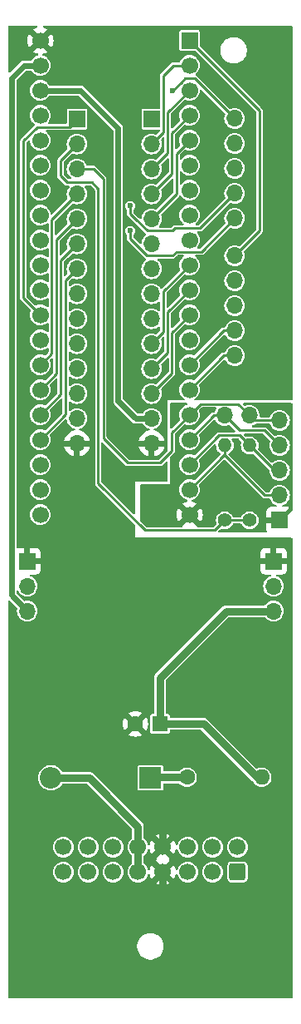
<source format=gbr>
%TF.GenerationSoftware,KiCad,Pcbnew,8.0.5*%
%TF.CreationDate,2024-12-21T15:11:58+00:00*%
%TF.ProjectId,EuroRackDaisy,4575726f-5261-4636-9b44-616973792e6b,rev?*%
%TF.SameCoordinates,Original*%
%TF.FileFunction,Copper,L1,Top*%
%TF.FilePolarity,Positive*%
%FSLAX46Y46*%
G04 Gerber Fmt 4.6, Leading zero omitted, Abs format (unit mm)*
G04 Created by KiCad (PCBNEW 8.0.5) date 2024-12-21 15:11:58*
%MOMM*%
%LPD*%
G01*
G04 APERTURE LIST*
G04 Aperture macros list*
%AMRoundRect*
0 Rectangle with rounded corners*
0 $1 Rounding radius*
0 $2 $3 $4 $5 $6 $7 $8 $9 X,Y pos of 4 corners*
0 Add a 4 corners polygon primitive as box body*
4,1,4,$2,$3,$4,$5,$6,$7,$8,$9,$2,$3,0*
0 Add four circle primitives for the rounded corners*
1,1,$1+$1,$2,$3*
1,1,$1+$1,$4,$5*
1,1,$1+$1,$6,$7*
1,1,$1+$1,$8,$9*
0 Add four rect primitives between the rounded corners*
20,1,$1+$1,$2,$3,$4,$5,0*
20,1,$1+$1,$4,$5,$6,$7,0*
20,1,$1+$1,$6,$7,$8,$9,0*
20,1,$1+$1,$8,$9,$2,$3,0*%
G04 Aperture macros list end*
%TA.AperFunction,ComponentPad*%
%ADD10R,1.700000X1.700000*%
%TD*%
%TA.AperFunction,ComponentPad*%
%ADD11O,1.700000X1.700000*%
%TD*%
%TA.AperFunction,ComponentPad*%
%ADD12C,1.700000*%
%TD*%
%TA.AperFunction,ComponentPad*%
%ADD13C,1.400000*%
%TD*%
%TA.AperFunction,ComponentPad*%
%ADD14O,1.400000X1.400000*%
%TD*%
%TA.AperFunction,ComponentPad*%
%ADD15R,2.200000X2.200000*%
%TD*%
%TA.AperFunction,ComponentPad*%
%ADD16O,2.200000X2.200000*%
%TD*%
%TA.AperFunction,ComponentPad*%
%ADD17C,1.600000*%
%TD*%
%TA.AperFunction,ComponentPad*%
%ADD18O,1.600000X1.600000*%
%TD*%
%TA.AperFunction,ComponentPad*%
%ADD19RoundRect,0.250000X0.600000X-0.600000X0.600000X0.600000X-0.600000X0.600000X-0.600000X-0.600000X0*%
%TD*%
%TA.AperFunction,ComponentPad*%
%ADD20R,1.600000X1.600000*%
%TD*%
%TA.AperFunction,ViaPad*%
%ADD21C,0.600000*%
%TD*%
%TA.AperFunction,Conductor*%
%ADD22C,0.600000*%
%TD*%
%TA.AperFunction,Conductor*%
%ADD23C,0.250000*%
%TD*%
%TA.AperFunction,Conductor*%
%ADD24C,0.400000*%
%TD*%
%TA.AperFunction,Conductor*%
%ADD25C,0.800000*%
%TD*%
G04 APERTURE END LIST*
D10*
%TO.P,J9,1,Pin_1*%
%TO.N,GNDA*%
X43180000Y-100833000D03*
D11*
%TO.P,J9,2,Pin_2*%
%TO.N,Net-(A1-AUDIO_OUT_2)*%
X43180000Y-98293000D03*
%TO.P,J9,3,Pin_3*%
%TO.N,Net-(A1-AUDIO_OUT_1)*%
X43180000Y-95753000D03*
%TO.P,J9,4,Pin_4*%
%TO.N,Net-(A1-AUDIO_IN_2)*%
X43180000Y-93213000D03*
%TO.P,J9,5,Pin_5*%
%TO.N,/ADC6*%
X43180000Y-90673000D03*
%TD*%
%TO.P,J1,1,Pin_1*%
%TO.N,/ADC6*%
X40100000Y-90170000D03*
%TO.P,J1,2,Pin_2*%
%TO.N,Net-(A1-AUDIO_IN_2)*%
X37560000Y-90170000D03*
%TD*%
D10*
%TO.P,J8,1,Pin_1*%
%TO.N,GND*%
X42570000Y-105000000D03*
D11*
%TO.P,J8,2,Pin_2*%
%TO.N,unconnected-(J8-Pin_2-Pad2)*%
X42570000Y-107540000D03*
%TO.P,J8,3,Pin_3*%
%TO.N,+12V*%
X42570000Y-110080000D03*
%TD*%
%TO.P,J7,1,Pin_1*%
%TO.N,Net-(A1-USB_ID)*%
X38600000Y-73914000D03*
%TO.P,J7,2,Pin_2*%
%TO.N,Net-(A1-USB_D_-)*%
X38600000Y-76454000D03*
%TO.P,J7,3,Pin_3*%
%TO.N,Net-(A1-USB_D_+)*%
X38600000Y-78994000D03*
%TO.P,J7,4,Pin_4*%
%TO.N,/IO13*%
X38600000Y-81534000D03*
%TO.P,J7,5,Pin_5*%
%TO.N,Net-(A1-USART1_RX)*%
X38600000Y-84074000D03*
%TD*%
%TO.P,J4,5,Pin_5*%
%TO.N,Net-(A1-SAI2_SCK)*%
X38600000Y-59944000D03*
%TO.P,J4,4,Pin_4*%
%TO.N,Net-(A1-SAI2_FS)*%
X38600000Y-62484000D03*
%TO.P,J4,3,Pin_3*%
%TO.N,Net-(A1-SAI2_SD_A)*%
X38600000Y-65024000D03*
%TO.P,J4,2,Pin_2*%
%TO.N,Net-(A1-SAI2_SD_B)*%
X38600000Y-67564000D03*
%TO.P,J4,1,Pin_1*%
%TO.N,Net-(A1-SAI2_MCLK)*%
X38600000Y-70104000D03*
%TD*%
D10*
%TO.P,A1,1,USB_ID*%
%TO.N,Net-(A1-USB_ID)*%
X34000000Y-52000000D03*
D12*
%TO.P,A1,2,SD_DATA_3*%
%TO.N,/IO1*%
X34000000Y-54540000D03*
%TO.P,A1,3,SD_DATA_2*%
%TO.N,/IO2*%
X34000000Y-57080000D03*
%TO.P,A1,4,SD_DATA_1*%
%TO.N,/IO3*%
X34000000Y-59620000D03*
%TO.P,A1,5,SD_DATA_0*%
%TO.N,/IO4*%
X34000000Y-62160000D03*
%TO.P,A1,6,SD_CMD*%
%TO.N,/IO5*%
X34000000Y-64700000D03*
%TO.P,A1,7,SD_CLK*%
%TO.N,/IO6*%
X34000000Y-67240000D03*
%TO.P,A1,8,SPI1_CS*%
%TO.N,/IO7*%
X34000000Y-69780000D03*
%TO.P,A1,9,SPI1_SCK*%
%TO.N,/IO8*%
X34000000Y-72320000D03*
%TO.P,A1,10,SPI1_POCI*%
%TO.N,/IO9*%
X34000000Y-74860000D03*
%TO.P,A1,11,SPI1_PICO*%
%TO.N,/IO10*%
X34000000Y-77400000D03*
%TO.P,A1,12,I2C1_SCL*%
%TO.N,/IO11*%
X34000000Y-79940000D03*
%TO.P,A1,13,I2C1_SDA*%
%TO.N,/IO12*%
X34000000Y-82480000D03*
%TO.P,A1,14,USART1_TX*%
%TO.N,/IO13*%
X34000000Y-85020000D03*
%TO.P,A1,15,USART1_RX*%
%TO.N,Net-(A1-USART1_RX)*%
X34000000Y-87560000D03*
%TO.P,A1,16,AUDIO_IN_1*%
%TO.N,/ADC6*%
X34000000Y-90100000D03*
%TO.P,A1,17,AUDIO_IN_2*%
%TO.N,Net-(A1-AUDIO_IN_2)*%
X34000000Y-92640000D03*
%TO.P,A1,18,AUDIO_OUT_1*%
%TO.N,Net-(A1-AUDIO_OUT_1)*%
X34000000Y-95180000D03*
%TO.P,A1,19,AUDIO_OUT_2*%
%TO.N,Net-(A1-AUDIO_OUT_2)*%
X34000000Y-97720000D03*
%TO.P,A1,20,AGND*%
%TO.N,GNDA*%
X34000000Y-100260000D03*
%TO.P,A1,21,3V3_A*%
%TO.N,unconnected-(A1-3V3_A-Pad21)*%
X18760000Y-100260000D03*
%TO.P,A1,22,ADC_0*%
%TO.N,/ADC0*%
X18760000Y-97720000D03*
%TO.P,A1,23,ADC_1*%
%TO.N,/ADC1*%
X18760000Y-95180000D03*
%TO.P,A1,24,ADC_2*%
%TO.N,/ADC2*%
X18760000Y-92640000D03*
%TO.P,A1,25,ADC_3*%
%TO.N,/ADC3*%
X18760000Y-90100000D03*
%TO.P,A1,26,ADC_4*%
%TO.N,/ADC4*%
X18760000Y-87560000D03*
%TO.P,A1,27,ADC_5*%
%TO.N,/ADC5*%
X18760000Y-85020000D03*
%TO.P,A1,28,ADC_6*%
%TO.N,/IO0*%
X18760000Y-82480000D03*
%TO.P,A1,29,DAC_OUT2*%
%TO.N,/IO22*%
X18760000Y-79940000D03*
%TO.P,A1,30,DAC_OUT1*%
%TO.N,/IO16*%
X18760000Y-77400000D03*
%TO.P,A1,31,SAI2_MCLK*%
%TO.N,Net-(A1-SAI2_MCLK)*%
X18760000Y-74860000D03*
%TO.P,A1,32,SAI2_SD_B*%
%TO.N,Net-(A1-SAI2_SD_B)*%
X18760000Y-72320000D03*
%TO.P,A1,33,SAI2_SD_A*%
%TO.N,Net-(A1-SAI2_SD_A)*%
X18760000Y-69780000D03*
%TO.P,A1,34,SAI2_FS*%
%TO.N,Net-(A1-SAI2_FS)*%
X18760000Y-67240000D03*
%TO.P,A1,35,SAI2_SCK*%
%TO.N,Net-(A1-SAI2_SCK)*%
X18760000Y-64700000D03*
%TO.P,A1,36,USB_D_-*%
%TO.N,Net-(A1-USB_D_-)*%
X18760000Y-62160000D03*
%TO.P,A1,37,USB_D_+*%
%TO.N,Net-(A1-USB_D_+)*%
X18760000Y-59620000D03*
%TO.P,A1,38,3V3_D*%
%TO.N,VCC*%
X18760000Y-57080000D03*
%TO.P,A1,39,VIN*%
%TO.N,+12V*%
X18760000Y-54540000D03*
%TO.P,A1,40,DGND*%
%TO.N,GND*%
X18760000Y-52000000D03*
%TD*%
D13*
%TO.P,R3,1*%
%TO.N,/ADC7*%
X37592000Y-100838000D03*
D14*
%TO.P,R3,2*%
%TO.N,Net-(A1-AUDIO_OUT_2)*%
X37592000Y-93218000D03*
%TD*%
D10*
%TO.P,J3,1,Pin_1*%
%TO.N,/IO22*%
X22510000Y-60000000D03*
D11*
%TO.P,J3,2,Pin_2*%
%TO.N,/ADC7*%
X22510000Y-62540000D03*
%TO.P,J3,3,Pin_3*%
%TO.N,/ADC6*%
X22510000Y-65080000D03*
%TO.P,J3,4,Pin_4*%
%TO.N,/ADC5*%
X22510000Y-67620000D03*
%TO.P,J3,5,Pin_5*%
%TO.N,/ADC4*%
X22510000Y-70160000D03*
%TO.P,J3,6,Pin_6*%
%TO.N,/ADC3*%
X22510000Y-72700000D03*
%TO.P,J3,7,Pin_7*%
%TO.N,/ADC2*%
X22510000Y-75240000D03*
%TO.P,J3,8,Pin_8*%
%TO.N,/ADC1*%
X22510000Y-77780000D03*
%TO.P,J3,9,Pin_9*%
%TO.N,/ADC0*%
X22510000Y-80320000D03*
%TO.P,J3,10,Pin_10*%
%TO.N,/IO16*%
X22510000Y-82860000D03*
%TO.P,J3,11,Pin_11*%
%TO.N,/IO13*%
X22510000Y-85400000D03*
%TO.P,J3,12,Pin_12*%
%TO.N,/IO12*%
X22510000Y-87940000D03*
%TO.P,J3,13,Pin_13*%
%TO.N,VCC*%
X22510000Y-90480000D03*
%TO.P,J3,14,Pin_14*%
%TO.N,GND*%
X22510000Y-93020000D03*
%TD*%
D13*
%TO.P,R2,1*%
%TO.N,/ADC7*%
X40132000Y-100838000D03*
D14*
%TO.P,R2,2*%
%TO.N,Net-(A1-AUDIO_OUT_1)*%
X40132000Y-93218000D03*
%TD*%
D10*
%TO.P,J2,1,Pin_1*%
%TO.N,/IO0*%
X30130000Y-60000000D03*
D11*
%TO.P,J2,2,Pin_2*%
%TO.N,/IO1*%
X30130000Y-62540000D03*
%TO.P,J2,3,Pin_3*%
%TO.N,/IO2*%
X30130000Y-65080000D03*
%TO.P,J2,4,Pin_4*%
%TO.N,/IO3*%
X30130000Y-67620000D03*
%TO.P,J2,5,Pin_5*%
%TO.N,/IO4*%
X30130000Y-70160000D03*
%TO.P,J2,6,Pin_6*%
%TO.N,/IO5*%
X30130000Y-72700000D03*
%TO.P,J2,7,Pin_7*%
%TO.N,/IO6*%
X30130000Y-75240000D03*
%TO.P,J2,8,Pin_8*%
%TO.N,/IO7*%
X30130000Y-77780000D03*
%TO.P,J2,9,Pin_9*%
%TO.N,/IO8*%
X30130000Y-80320000D03*
%TO.P,J2,10,Pin_10*%
%TO.N,/IO9*%
X30130000Y-82860000D03*
%TO.P,J2,11,Pin_11*%
%TO.N,/IO10*%
X30130000Y-85400000D03*
%TO.P,J2,12,Pin_12*%
%TO.N,/IO11*%
X30130000Y-87940000D03*
%TO.P,J2,13,Pin_13*%
%TO.N,VCC*%
X30130000Y-90480000D03*
%TO.P,J2,14,Pin_14*%
%TO.N,GND*%
X30130000Y-93020000D03*
%TD*%
D15*
%TO.P,D1,1,K*%
%TO.N,Net-(D1-K)*%
X30010000Y-127040000D03*
D16*
%TO.P,D1,2,A*%
%TO.N,Net-(D1-A)*%
X19850000Y-127040000D03*
%TD*%
D17*
%TO.P,R1,1*%
%TO.N,Net-(D1-K)*%
X33740000Y-127000000D03*
D18*
%TO.P,R1,2*%
%TO.N,+12V*%
X41360000Y-127000000D03*
%TD*%
D10*
%TO.P,J6,1,Pin_1*%
%TO.N,GND*%
X17430000Y-105000000D03*
D11*
%TO.P,J6,2,Pin_2*%
%TO.N,unconnected-(J6-Pin_2-Pad2)*%
X17430000Y-107540000D03*
%TO.P,J6,3,Pin_3*%
%TO.N,+12V*%
X17430000Y-110080000D03*
%TD*%
D19*
%TO.P,J5,1,Pin_1*%
%TO.N,unconnected-(J5-Pin_1-Pad1)*%
X38890000Y-136640000D03*
D12*
%TO.P,J5,2,Pin_2*%
%TO.N,unconnected-(J5-Pin_2-Pad2)*%
X38890000Y-134100000D03*
%TO.P,J5,3,Pin_3*%
%TO.N,unconnected-(J5-Pin_3-Pad3)*%
X36350000Y-136640000D03*
%TO.P,J5,4,Pin_4*%
%TO.N,unconnected-(J5-Pin_4-Pad4)*%
X36350000Y-134100000D03*
%TO.P,J5,5,Pin_5*%
%TO.N,unconnected-(J5-Pin_5-Pad5)*%
X33810000Y-136640000D03*
%TO.P,J5,6,Pin_6*%
%TO.N,unconnected-(J5-Pin_6-Pad6)*%
X33810000Y-134100000D03*
%TO.P,J5,7,Pin_7*%
%TO.N,GND*%
X31270000Y-136640000D03*
%TO.P,J5,8,Pin_8*%
X31270000Y-134100000D03*
%TO.P,J5,9,Pin_9*%
%TO.N,Net-(D1-A)*%
X28730000Y-136640000D03*
%TO.P,J5,10,Pin_10*%
X28730000Y-134100000D03*
%TO.P,J5,11,Pin_11*%
%TO.N,unconnected-(J5-Pin_11-Pad11)*%
X26190000Y-136640000D03*
%TO.P,J5,12,Pin_12*%
%TO.N,unconnected-(J5-Pin_12-Pad12)*%
X26190000Y-134100000D03*
%TO.P,J5,13,Pin_13*%
%TO.N,unconnected-(J5-Pin_13-Pad13)*%
X23650000Y-136640000D03*
%TO.P,J5,14,Pin_14*%
%TO.N,unconnected-(J5-Pin_14-Pad14)*%
X23650000Y-134100000D03*
%TO.P,J5,15,Pin_15*%
%TO.N,unconnected-(J5-Pin_15-Pad15)*%
X21110000Y-136640000D03*
%TO.P,J5,16,Pin_16*%
%TO.N,unconnected-(J5-Pin_16-Pad16)*%
X21110000Y-134100000D03*
%TD*%
D20*
%TO.P,C1,1*%
%TO.N,+12V*%
X30970000Y-121560000D03*
D17*
%TO.P,C1,2*%
%TO.N,GND*%
X28470000Y-121560000D03*
%TD*%
D21*
%TO.N,GND*%
X26924000Y-96266000D03*
%TO.N,GNDA*%
X30226000Y-100330000D03*
X38862000Y-99314000D03*
X32512000Y-89916000D03*
X33020000Y-93980000D03*
X35560000Y-89916000D03*
X36322000Y-91694000D03*
X36322000Y-93980000D03*
X37592000Y-95758000D03*
X41656000Y-89408000D03*
X41656000Y-93218000D03*
X38862000Y-93980000D03*
X41656000Y-96520000D03*
%TO.N,GND*%
X26416000Y-102870000D03*
X17272000Y-98806000D03*
X17780000Y-73660000D03*
X17780000Y-71120000D03*
X42672000Y-81280000D03*
X42926000Y-67818000D03*
X26416000Y-51562000D03*
X42926000Y-52578000D03*
X38608000Y-71882000D03*
X37338000Y-57658000D03*
X37338000Y-61214000D03*
X37338000Y-63500000D03*
X35052000Y-68580000D03*
X35052000Y-63500000D03*
X28194000Y-88138000D03*
X23876000Y-67818000D03*
X23876000Y-74676000D03*
X29464000Y-56642000D03*
X25146000Y-56642000D03*
X30734000Y-54610000D03*
X21844000Y-54610000D03*
%TO.N,Net-(A1-SAI2_SCK)*%
X32258000Y-57150000D03*
%TO.N,GND*%
X27940000Y-74676000D03*
X27940000Y-66294000D03*
X27432000Y-59182000D03*
%TO.N,Net-(A1-SAI2_SD_B)*%
X27940000Y-68834000D03*
%TO.N,Net-(A1-SAI2_MCLK)*%
X27940000Y-71374000D03*
%TO.N,GND*%
X17272000Y-91440000D03*
X17272000Y-83820000D03*
X23876000Y-89154000D03*
X25856401Y-88133799D03*
X28194000Y-85344000D03*
X25869262Y-85351015D03*
X25840208Y-74690092D03*
X25849893Y-82542519D03*
X20320000Y-67564000D03*
X20320000Y-63500000D03*
X24892000Y-64516000D03*
X24892000Y-61468000D03*
X41148000Y-120142000D03*
X34290000Y-110490000D03*
X17860000Y-146370000D03*
X38608000Y-114046000D03*
X24638000Y-130810000D03*
X41390000Y-130750000D03*
X24384000Y-110490000D03*
X41470000Y-146640000D03*
X32980000Y-130840000D03*
X18050000Y-130950000D03*
X21082000Y-114808000D03*
X29972000Y-148082000D03*
%TD*%
D22*
%TO.N,VCC*%
X26708000Y-88684000D02*
X28504000Y-90480000D01*
X28504000Y-90480000D02*
X30130000Y-90480000D01*
X26708000Y-60928000D02*
X26708000Y-88684000D01*
X22860000Y-57080000D02*
X26708000Y-60928000D01*
X18760000Y-57080000D02*
X22860000Y-57080000D01*
D23*
%TO.N,/IO22*%
X21715000Y-60795000D02*
X22510000Y-60000000D01*
X18463299Y-60795000D02*
X21715000Y-60795000D01*
X17035000Y-62223299D02*
X18463299Y-60795000D01*
X17035000Y-78215000D02*
X17035000Y-62223299D01*
X17035000Y-78215000D02*
X18760000Y-79940000D01*
%TO.N,Net-(A1-SAI2_MCLK)*%
X28430149Y-72661851D02*
X27940000Y-72171702D01*
X27940000Y-72171702D02*
X27940000Y-71374000D01*
X29643299Y-73875000D02*
X28430149Y-72661851D01*
%TO.N,Net-(A1-SAI2_SD_B)*%
X27940000Y-69631702D02*
X27940000Y-68834000D01*
X28557149Y-70248851D02*
X27940000Y-69631702D01*
X29682299Y-71374000D02*
X28557149Y-70248851D01*
X35052000Y-71120000D02*
X32512000Y-71120000D01*
X38608000Y-67564000D02*
X35052000Y-71120000D01*
X32512000Y-71120000D02*
X32258000Y-71374000D01*
X32258000Y-71374000D02*
X29682299Y-71374000D01*
%TO.N,/ADC7*%
X20828000Y-64222000D02*
X22510000Y-62540000D01*
X21487000Y-66445000D02*
X20828000Y-65786000D01*
X24027000Y-66445000D02*
X21487000Y-66445000D01*
X24667000Y-67085000D02*
X24027000Y-66445000D01*
X24667000Y-90678000D02*
X24667000Y-67085000D01*
X20828000Y-65786000D02*
X20828000Y-64222000D01*
D22*
%TO.N,+12V*%
X17088000Y-54540000D02*
X18760000Y-54540000D01*
X15800000Y-55828000D02*
X17088000Y-54540000D01*
X15800000Y-108450000D02*
X15800000Y-55828000D01*
X17430000Y-110080000D02*
X15800000Y-108450000D01*
D23*
%TO.N,/ADC6*%
X25197000Y-92507000D02*
X25197000Y-89662000D01*
X27686000Y-94996000D02*
X25197000Y-92507000D01*
X30988000Y-94996000D02*
X27686000Y-94996000D01*
X32205000Y-93779000D02*
X30988000Y-94996000D01*
X32205000Y-91895000D02*
X32205000Y-93779000D01*
X34000000Y-90100000D02*
X32205000Y-91895000D01*
X25197000Y-66091000D02*
X25197000Y-89662000D01*
D24*
%TO.N,GNDA*%
X44300000Y-99713000D02*
X44300000Y-99314000D01*
X43180000Y-100833000D02*
X44300000Y-99713000D01*
D23*
%TO.N,Net-(A1-AUDIO_OUT_1)*%
X36987000Y-92193000D02*
X34000000Y-95180000D01*
X40132000Y-93218000D02*
X39107000Y-92193000D01*
X39107000Y-92193000D02*
X36987000Y-92193000D01*
%TO.N,Net-(A1-AUDIO_OUT_2)*%
X41651000Y-98293000D02*
X43180000Y-98293000D01*
X37592000Y-94234000D02*
X41651000Y-98293000D01*
X37592000Y-94128000D02*
X37592000Y-94234000D01*
X37592000Y-93218000D02*
X37592000Y-94128000D01*
X34000000Y-97720000D02*
X37592000Y-94128000D01*
%TO.N,/ADC7*%
X29464000Y-101854000D02*
X24667000Y-97057000D01*
X36576000Y-101854000D02*
X29464000Y-101854000D01*
X37592000Y-100838000D02*
X36576000Y-101854000D01*
X24667000Y-97057000D02*
X24667000Y-90678000D01*
X40132000Y-100838000D02*
X37592000Y-100838000D01*
%TO.N,Net-(A1-AUDIO_OUT_2)*%
X42667000Y-98293000D02*
X43180000Y-98293000D01*
%TO.N,Net-(A1-AUDIO_OUT_1)*%
X42667000Y-95753000D02*
X43180000Y-95753000D01*
X40132000Y-93218000D02*
X42667000Y-95753000D01*
%TO.N,Net-(A1-AUDIO_IN_2)*%
X41661000Y-91694000D02*
X39121000Y-91694000D01*
X39121000Y-91694000D02*
X37597000Y-90170000D01*
X43180000Y-93213000D02*
X41661000Y-91694000D01*
%TO.N,/ADC6*%
X40640000Y-90673000D02*
X40137000Y-90170000D01*
X43180000Y-90673000D02*
X40640000Y-90673000D01*
%TO.N,Net-(A1-USART1_RX)*%
X37486000Y-84074000D02*
X38600000Y-84074000D01*
X34000000Y-87560000D02*
X37486000Y-84074000D01*
%TO.N,/IO13*%
X37486000Y-81534000D02*
X38600000Y-81534000D01*
X34000000Y-85020000D02*
X37486000Y-81534000D01*
%TO.N,Net-(A1-USB_ID)*%
X41148000Y-71366000D02*
X41148000Y-70612000D01*
X38600000Y-73914000D02*
X41148000Y-71366000D01*
X41148000Y-59148000D02*
X41148000Y-70612000D01*
%TO.N,/ADC6*%
X38952000Y-88995000D02*
X35105000Y-88995000D01*
X40127000Y-90170000D02*
X38952000Y-88995000D01*
X35105000Y-88995000D02*
X34000000Y-90100000D01*
%TO.N,Net-(A1-AUDIO_IN_2)*%
X34000000Y-92640000D02*
X36470000Y-90170000D01*
X36470000Y-90170000D02*
X37587000Y-90170000D01*
%TO.N,/IO1*%
X31305000Y-61365000D02*
X30130000Y-62540000D01*
X31305000Y-55563000D02*
X31305000Y-61365000D01*
X34000000Y-54540000D02*
X32328000Y-54540000D01*
X32328000Y-54540000D02*
X31305000Y-55563000D01*
D25*
%TO.N,+12V*%
X37748000Y-110080000D02*
X30970000Y-116858000D01*
X30970000Y-116858000D02*
X30970000Y-121560000D01*
X42570000Y-110080000D02*
X37748000Y-110080000D01*
X35454000Y-121560000D02*
X30970000Y-121560000D01*
X40894000Y-127000000D02*
X35454000Y-121560000D01*
X41360000Y-127000000D02*
X40894000Y-127000000D01*
D23*
%TO.N,/ADC6*%
X22510000Y-65080000D02*
X24186000Y-65080000D01*
X24186000Y-65080000D02*
X25197000Y-66091000D01*
%TO.N,Net-(A1-SAI2_SCK)*%
X32268298Y-57150000D02*
X33152149Y-56266149D01*
X33152149Y-56266149D02*
X33538299Y-55880000D01*
X32258000Y-57150000D02*
X32268298Y-57150000D01*
X34544000Y-55880000D02*
X38608000Y-59944000D01*
X33538299Y-55880000D02*
X34544000Y-55880000D01*
%TO.N,Net-(A1-USB_ID)*%
X34000000Y-52000000D02*
X41148000Y-59148000D01*
%TO.N,Net-(A1-AUDIO_IN_2)*%
X37527000Y-90100000D02*
X37597000Y-90170000D01*
%TO.N,/ADC2*%
X21335000Y-90065000D02*
X18760000Y-92640000D01*
X22510000Y-75240000D02*
X21335000Y-76415000D01*
X21335000Y-76415000D02*
X21335000Y-90065000D01*
%TO.N,/ADC3*%
X20835000Y-74375000D02*
X20835000Y-88025000D01*
X22510000Y-72700000D02*
X20835000Y-74375000D01*
X20835000Y-88025000D02*
X18760000Y-90100000D01*
%TO.N,/ADC4*%
X20385000Y-72285000D02*
X20385000Y-85935000D01*
X20385000Y-85935000D02*
X18760000Y-87560000D01*
X22510000Y-70160000D02*
X20385000Y-72285000D01*
%TO.N,/ADC5*%
X19935000Y-83845000D02*
X18760000Y-85020000D01*
X19935000Y-70195000D02*
X19935000Y-83845000D01*
X22510000Y-67620000D02*
X19935000Y-70195000D01*
%TO.N,/IO11*%
X32205000Y-85865000D02*
X30130000Y-87940000D01*
X34000000Y-79940000D02*
X32205000Y-81735000D01*
X32205000Y-81735000D02*
X32205000Y-85865000D01*
%TO.N,/IO10*%
X31755000Y-79645000D02*
X31755000Y-83775000D01*
X31755000Y-83775000D02*
X30130000Y-85400000D01*
X34000000Y-77400000D02*
X31755000Y-79645000D01*
%TO.N,/IO9*%
X31305000Y-81685000D02*
X30130000Y-82860000D01*
X34000000Y-74860000D02*
X31305000Y-77555000D01*
X31305000Y-77555000D02*
X31305000Y-81685000D01*
%TO.N,/IO4*%
X32655000Y-63505000D02*
X32655000Y-67635000D01*
X32655000Y-67635000D02*
X30130000Y-70160000D01*
X34000000Y-62160000D02*
X32655000Y-63505000D01*
%TO.N,/IO3*%
X32205000Y-65545000D02*
X30130000Y-67620000D01*
X32205000Y-61415000D02*
X32205000Y-65545000D01*
X34000000Y-59620000D02*
X32205000Y-61415000D01*
%TO.N,/IO2*%
X31755000Y-63455000D02*
X30130000Y-65080000D01*
X31755000Y-59325000D02*
X31755000Y-63455000D01*
X34000000Y-57080000D02*
X31755000Y-59325000D01*
D25*
%TO.N,GND*%
X31270000Y-134100000D02*
X31270000Y-132616000D01*
X31270000Y-136640000D02*
X31270000Y-138148000D01*
%TO.N,Net-(D1-K)*%
X33740000Y-127000000D02*
X30050000Y-127000000D01*
X30050000Y-127000000D02*
X30010000Y-127040000D01*
%TO.N,Net-(D1-A)*%
X28730000Y-132020000D02*
X28730000Y-134100000D01*
X23750000Y-127040000D02*
X28730000Y-132020000D01*
X19850000Y-127040000D02*
X23750000Y-127040000D01*
X28730000Y-134100000D02*
X28730000Y-136640000D01*
D23*
%TO.N,Net-(A1-SAI2_MCLK)*%
X38608000Y-70104000D02*
X35217000Y-73495000D01*
X35217000Y-73495000D02*
X32638000Y-73495000D01*
X32638000Y-73495000D02*
X32258000Y-73875000D01*
X32258000Y-73875000D02*
X29643299Y-73875000D01*
%TD*%
%TA.AperFunction,Conductor*%
%TO.N,GND*%
G36*
X30804075Y-134292993D02*
G01*
X30869901Y-134407007D01*
X30962993Y-134500099D01*
X31077007Y-134565925D01*
X31196357Y-134597905D01*
X30550215Y-135244046D01*
X30592417Y-135273598D01*
X30592424Y-135273601D01*
X30606735Y-135280275D01*
X30651484Y-135322003D01*
X30663159Y-135382064D01*
X30637302Y-135437517D01*
X30606739Y-135459723D01*
X30592429Y-135466396D01*
X30592420Y-135466401D01*
X30550216Y-135495951D01*
X31196359Y-136142094D01*
X31077007Y-136174075D01*
X30962993Y-136239901D01*
X30869901Y-136332993D01*
X30804075Y-136447007D01*
X30772094Y-136566359D01*
X30125951Y-135920216D01*
X30096401Y-135962420D01*
X30096394Y-135962432D01*
X29996570Y-136176505D01*
X29941183Y-136383213D01*
X29907859Y-136434527D01*
X29850737Y-136456454D01*
X29791637Y-136440618D01*
X29753132Y-136393068D01*
X29750819Y-136386328D01*
X29706401Y-136239901D01*
X29705232Y-136236046D01*
X29607685Y-136053550D01*
X29476410Y-135893590D01*
X29476408Y-135893588D01*
X29476407Y-135893587D01*
X29366695Y-135803549D01*
X29333708Y-135752018D01*
X29330500Y-135727021D01*
X29330500Y-135012977D01*
X29349407Y-134954786D01*
X29366691Y-134936452D01*
X29476410Y-134846410D01*
X29607685Y-134686450D01*
X29705232Y-134503954D01*
X29750819Y-134353670D01*
X29785804Y-134303474D01*
X29843612Y-134283428D01*
X29902163Y-134301189D01*
X29939092Y-134349973D01*
X29941183Y-134356786D01*
X29996569Y-134563489D01*
X30096400Y-134777579D01*
X30096400Y-134777580D01*
X30125951Y-134819782D01*
X30772093Y-134173639D01*
X30804075Y-134292993D01*
G37*
%TD.AperFunction*%
%TA.AperFunction,Conductor*%
G36*
X44458691Y-50519407D02*
G01*
X44494655Y-50568907D01*
X44499500Y-50599500D01*
X44499500Y-88547000D01*
X44480593Y-88605191D01*
X44431093Y-88641155D01*
X44400500Y-88646000D01*
X34591950Y-88646000D01*
X34533759Y-88627093D01*
X34497795Y-88577593D01*
X34497795Y-88516407D01*
X34533759Y-88466907D01*
X34545275Y-88459693D01*
X34586450Y-88437685D01*
X34746410Y-88306410D01*
X34877685Y-88146450D01*
X34975232Y-87963954D01*
X35035300Y-87765934D01*
X35035301Y-87765929D01*
X35055583Y-87560003D01*
X35055583Y-87559996D01*
X35035301Y-87354070D01*
X35035300Y-87354065D01*
X35021319Y-87307977D01*
X34975232Y-87156046D01*
X34971196Y-87148496D01*
X34960439Y-87088265D01*
X34987140Y-87033213D01*
X34988453Y-87031872D01*
X37501680Y-84518645D01*
X37556195Y-84490870D01*
X37616627Y-84500441D01*
X37658992Y-84541982D01*
X37722316Y-84660452D01*
X37819775Y-84779206D01*
X37853590Y-84820410D01*
X37853595Y-84820414D01*
X38013547Y-84951683D01*
X38013548Y-84951683D01*
X38013550Y-84951685D01*
X38196046Y-85049232D01*
X38333997Y-85091078D01*
X38394065Y-85109300D01*
X38394070Y-85109301D01*
X38599997Y-85129583D01*
X38600000Y-85129583D01*
X38600003Y-85129583D01*
X38805929Y-85109301D01*
X38805934Y-85109300D01*
X39003954Y-85049232D01*
X39186450Y-84951685D01*
X39346410Y-84820410D01*
X39477685Y-84660450D01*
X39575232Y-84477954D01*
X39635300Y-84279934D01*
X39635301Y-84279929D01*
X39655583Y-84074003D01*
X39655583Y-84073996D01*
X39635301Y-83868070D01*
X39635300Y-83868065D01*
X39599030Y-83748500D01*
X39575232Y-83670046D01*
X39477685Y-83487550D01*
X39451162Y-83455232D01*
X39346414Y-83327595D01*
X39346410Y-83327590D01*
X39268869Y-83263954D01*
X39186452Y-83196316D01*
X39003954Y-83098768D01*
X38805934Y-83038699D01*
X38805929Y-83038698D01*
X38600003Y-83018417D01*
X38599997Y-83018417D01*
X38394070Y-83038698D01*
X38394065Y-83038699D01*
X38196045Y-83098768D01*
X38013547Y-83196316D01*
X37853595Y-83327585D01*
X37853585Y-83327595D01*
X37722316Y-83487547D01*
X37624769Y-83670043D01*
X37624768Y-83670045D01*
X37624768Y-83670046D01*
X37622282Y-83678241D01*
X37587297Y-83728436D01*
X37529488Y-83748481D01*
X37527546Y-83748500D01*
X37443147Y-83748500D01*
X37401754Y-83759591D01*
X37360360Y-83770682D01*
X37305864Y-83802145D01*
X37305865Y-83802146D01*
X37286138Y-83813535D01*
X34528175Y-86571496D01*
X34473658Y-86599273D01*
X34413226Y-86589702D01*
X34411506Y-86588804D01*
X34403957Y-86584769D01*
X34403954Y-86584768D01*
X34205934Y-86524699D01*
X34205929Y-86524698D01*
X34000003Y-86504417D01*
X33999997Y-86504417D01*
X33794070Y-86524698D01*
X33794065Y-86524699D01*
X33596045Y-86584768D01*
X33413547Y-86682316D01*
X33253595Y-86813585D01*
X33253585Y-86813595D01*
X33122316Y-86973547D01*
X33024768Y-87156045D01*
X32964699Y-87354065D01*
X32964698Y-87354070D01*
X32944417Y-87559996D01*
X32944417Y-87560003D01*
X32964698Y-87765929D01*
X32964699Y-87765934D01*
X33024768Y-87963954D01*
X33122316Y-88146452D01*
X33253585Y-88306404D01*
X33253590Y-88306410D01*
X33253595Y-88306414D01*
X33413547Y-88437683D01*
X33413548Y-88437683D01*
X33413550Y-88437685D01*
X33454719Y-88459690D01*
X33497125Y-88503796D01*
X33505508Y-88564404D01*
X33476665Y-88618365D01*
X33421614Y-88645066D01*
X33408050Y-88646000D01*
X31750000Y-88646000D01*
X31748652Y-93734037D01*
X31729729Y-93792223D01*
X31719656Y-93804014D01*
X30882169Y-94641503D01*
X30827652Y-94669281D01*
X30812165Y-94670500D01*
X27861834Y-94670500D01*
X27803643Y-94651593D01*
X27791830Y-94641504D01*
X25551496Y-92401169D01*
X25523719Y-92346652D01*
X25522500Y-92331165D01*
X25522500Y-66048149D01*
X25522500Y-66048147D01*
X25522049Y-66046465D01*
X25500318Y-65965361D01*
X25500316Y-65965358D01*
X25500316Y-65965356D01*
X25457468Y-65891142D01*
X25457466Y-65891140D01*
X25457465Y-65891138D01*
X24385862Y-64819535D01*
X24385859Y-64819533D01*
X24385857Y-64819531D01*
X24311642Y-64776683D01*
X24311644Y-64776683D01*
X24279521Y-64768076D01*
X24228853Y-64754500D01*
X24228851Y-64754500D01*
X23582454Y-64754500D01*
X23524263Y-64735593D01*
X23488299Y-64686093D01*
X23487732Y-64684290D01*
X23485232Y-64676046D01*
X23387685Y-64493550D01*
X23341727Y-64437550D01*
X23275480Y-64356827D01*
X23256410Y-64333590D01*
X23256404Y-64333585D01*
X23096452Y-64202316D01*
X22913954Y-64104768D01*
X22715934Y-64044699D01*
X22715929Y-64044698D01*
X22510003Y-64024417D01*
X22509997Y-64024417D01*
X22304070Y-64044698D01*
X22304065Y-64044699D01*
X22106045Y-64104768D01*
X21923547Y-64202316D01*
X21763595Y-64333585D01*
X21763585Y-64333595D01*
X21632316Y-64493547D01*
X21534768Y-64676045D01*
X21474699Y-64874065D01*
X21474698Y-64874070D01*
X21454417Y-65079996D01*
X21454417Y-65080003D01*
X21474698Y-65285929D01*
X21474699Y-65285934D01*
X21534768Y-65483954D01*
X21632316Y-65666452D01*
X21763585Y-65826404D01*
X21763590Y-65826410D01*
X21763595Y-65826414D01*
X21906840Y-65943972D01*
X21939827Y-65995503D01*
X21936225Y-66056583D01*
X21897410Y-66103879D01*
X21844035Y-66119500D01*
X21662833Y-66119500D01*
X21604642Y-66100593D01*
X21592829Y-66090503D01*
X21182496Y-65680169D01*
X21154719Y-65625653D01*
X21153500Y-65610166D01*
X21153500Y-64397834D01*
X21172407Y-64339643D01*
X21182490Y-64327836D01*
X21981825Y-63528500D01*
X22036340Y-63500725D01*
X22096772Y-63510296D01*
X22098463Y-63511178D01*
X22106046Y-63515232D01*
X22257977Y-63561319D01*
X22304065Y-63575300D01*
X22304070Y-63575301D01*
X22509997Y-63595583D01*
X22510000Y-63595583D01*
X22510003Y-63595583D01*
X22715929Y-63575301D01*
X22715934Y-63575300D01*
X22913954Y-63515232D01*
X23096450Y-63417685D01*
X23256410Y-63286410D01*
X23387685Y-63126450D01*
X23485232Y-62943954D01*
X23545300Y-62745934D01*
X23545301Y-62745929D01*
X23565583Y-62540003D01*
X23565583Y-62539996D01*
X23545301Y-62334070D01*
X23545300Y-62334065D01*
X23515428Y-62235590D01*
X23485232Y-62136046D01*
X23387685Y-61953550D01*
X23341727Y-61897550D01*
X23256414Y-61793595D01*
X23256410Y-61793590D01*
X23256404Y-61793585D01*
X23096452Y-61662316D01*
X22913954Y-61564768D01*
X22715934Y-61504699D01*
X22715929Y-61504698D01*
X22510003Y-61484417D01*
X22509997Y-61484417D01*
X22304070Y-61504698D01*
X22304065Y-61504699D01*
X22106045Y-61564768D01*
X21923547Y-61662316D01*
X21763595Y-61793585D01*
X21763585Y-61793595D01*
X21632316Y-61953547D01*
X21534768Y-62136045D01*
X21474699Y-62334065D01*
X21474698Y-62334070D01*
X21454417Y-62539996D01*
X21454417Y-62540003D01*
X21474698Y-62745929D01*
X21474699Y-62745934D01*
X21534768Y-62943954D01*
X21534769Y-62943957D01*
X21538804Y-62951506D01*
X21549558Y-63011739D01*
X21522854Y-63066789D01*
X21521496Y-63068174D01*
X20567535Y-64022137D01*
X20567531Y-64022142D01*
X20524684Y-64096355D01*
X20524682Y-64096359D01*
X20524682Y-64096361D01*
X20511297Y-64146315D01*
X20511297Y-64146316D01*
X20511296Y-64146315D01*
X20502500Y-64179144D01*
X20502500Y-64179147D01*
X20502500Y-65743147D01*
X20502500Y-65828853D01*
X20516426Y-65880827D01*
X20524683Y-65911643D01*
X20567531Y-65985857D01*
X20567533Y-65985859D01*
X20567535Y-65985862D01*
X21226533Y-66644859D01*
X21226535Y-66644862D01*
X21287138Y-66705465D01*
X21324247Y-66726889D01*
X21324249Y-66726891D01*
X21350964Y-66742315D01*
X21361361Y-66748318D01*
X21444147Y-66770501D01*
X21444149Y-66770501D01*
X21535916Y-66770501D01*
X21535932Y-66770500D01*
X21638876Y-66770500D01*
X21697067Y-66789407D01*
X21733031Y-66838907D01*
X21733031Y-66900093D01*
X21715404Y-66932305D01*
X21632317Y-67033547D01*
X21632316Y-67033547D01*
X21534768Y-67216045D01*
X21474699Y-67414065D01*
X21474698Y-67414070D01*
X21454417Y-67619996D01*
X21454417Y-67620003D01*
X21474698Y-67825929D01*
X21474699Y-67825934D01*
X21534768Y-68023954D01*
X21534769Y-68023957D01*
X21538804Y-68031506D01*
X21549558Y-68091739D01*
X21522854Y-68146789D01*
X21521496Y-68148175D01*
X19970236Y-69699435D01*
X19915719Y-69727212D01*
X19855287Y-69717641D01*
X19812022Y-69674376D01*
X19801709Y-69639134D01*
X19795301Y-69574071D01*
X19795300Y-69574065D01*
X19746622Y-69413595D01*
X19735232Y-69376046D01*
X19637685Y-69193550D01*
X19633790Y-69188804D01*
X19506414Y-69033595D01*
X19506410Y-69033590D01*
X19436792Y-68976456D01*
X19346452Y-68902316D01*
X19163954Y-68804768D01*
X18965934Y-68744699D01*
X18965929Y-68744698D01*
X18760003Y-68724417D01*
X18759997Y-68724417D01*
X18554070Y-68744698D01*
X18554065Y-68744699D01*
X18356045Y-68804768D01*
X18173547Y-68902316D01*
X18013595Y-69033585D01*
X18013585Y-69033595D01*
X17882316Y-69193547D01*
X17784768Y-69376045D01*
X17724699Y-69574065D01*
X17724698Y-69574070D01*
X17704417Y-69779996D01*
X17704417Y-69780003D01*
X17724698Y-69985929D01*
X17724699Y-69985934D01*
X17784768Y-70183954D01*
X17882316Y-70366452D01*
X17910499Y-70400793D01*
X18013590Y-70526410D01*
X18013595Y-70526414D01*
X18173547Y-70657683D01*
X18173548Y-70657683D01*
X18173550Y-70657685D01*
X18356046Y-70755232D01*
X18481478Y-70793281D01*
X18554065Y-70815300D01*
X18554070Y-70815301D01*
X18759997Y-70835583D01*
X18760000Y-70835583D01*
X18760003Y-70835583D01*
X18965929Y-70815301D01*
X18965934Y-70815300D01*
X19163954Y-70755232D01*
X19346450Y-70657685D01*
X19447697Y-70574594D01*
X19504671Y-70552295D01*
X19563874Y-70567743D01*
X19602690Y-70615040D01*
X19609500Y-70651123D01*
X19609500Y-71448876D01*
X19590593Y-71507067D01*
X19541093Y-71543031D01*
X19479907Y-71543031D01*
X19447695Y-71525404D01*
X19406552Y-71491639D01*
X19346452Y-71442316D01*
X19163954Y-71344768D01*
X18965934Y-71284699D01*
X18965929Y-71284698D01*
X18760003Y-71264417D01*
X18759997Y-71264417D01*
X18554070Y-71284698D01*
X18554065Y-71284699D01*
X18356045Y-71344768D01*
X18173547Y-71442316D01*
X18013595Y-71573585D01*
X18013585Y-71573595D01*
X17882316Y-71733547D01*
X17784768Y-71916045D01*
X17724699Y-72114065D01*
X17724698Y-72114070D01*
X17704417Y-72319996D01*
X17704417Y-72320003D01*
X17724698Y-72525929D01*
X17724699Y-72525934D01*
X17784768Y-72723954D01*
X17882316Y-72906452D01*
X17991840Y-73039907D01*
X18013590Y-73066410D01*
X18013595Y-73066414D01*
X18173547Y-73197683D01*
X18173548Y-73197683D01*
X18173550Y-73197685D01*
X18356046Y-73295232D01*
X18493997Y-73337078D01*
X18554065Y-73355300D01*
X18554070Y-73355301D01*
X18759997Y-73375583D01*
X18760000Y-73375583D01*
X18760003Y-73375583D01*
X18965929Y-73355301D01*
X18965934Y-73355300D01*
X19163954Y-73295232D01*
X19346450Y-73197685D01*
X19447697Y-73114594D01*
X19504671Y-73092295D01*
X19563874Y-73107743D01*
X19602690Y-73155040D01*
X19609500Y-73191123D01*
X19609500Y-73988876D01*
X19590593Y-74047067D01*
X19541093Y-74083031D01*
X19479907Y-74083031D01*
X19447695Y-74065404D01*
X19363159Y-73996028D01*
X19346452Y-73982316D01*
X19163954Y-73884768D01*
X18965934Y-73824699D01*
X18965929Y-73824698D01*
X18760003Y-73804417D01*
X18759997Y-73804417D01*
X18554070Y-73824698D01*
X18554065Y-73824699D01*
X18356045Y-73884768D01*
X18173547Y-73982316D01*
X18013595Y-74113585D01*
X18013585Y-74113595D01*
X17882316Y-74273547D01*
X17784768Y-74456045D01*
X17724699Y-74654065D01*
X17724698Y-74654070D01*
X17704417Y-74859996D01*
X17704417Y-74860003D01*
X17724698Y-75065929D01*
X17724699Y-75065934D01*
X17784768Y-75263954D01*
X17882316Y-75446452D01*
X18013585Y-75606404D01*
X18013590Y-75606410D01*
X18013595Y-75606414D01*
X18173547Y-75737683D01*
X18173548Y-75737683D01*
X18173550Y-75737685D01*
X18356046Y-75835232D01*
X18493997Y-75877078D01*
X18554065Y-75895300D01*
X18554070Y-75895301D01*
X18759997Y-75915583D01*
X18760000Y-75915583D01*
X18760003Y-75915583D01*
X18965929Y-75895301D01*
X18965934Y-75895300D01*
X18982862Y-75890165D01*
X19163954Y-75835232D01*
X19346450Y-75737685D01*
X19447697Y-75654594D01*
X19504671Y-75632295D01*
X19563874Y-75647743D01*
X19602690Y-75695040D01*
X19609500Y-75731123D01*
X19609500Y-76528876D01*
X19590593Y-76587067D01*
X19541093Y-76623031D01*
X19479907Y-76623031D01*
X19447695Y-76605404D01*
X19420627Y-76583190D01*
X19346452Y-76522316D01*
X19163954Y-76424768D01*
X18965934Y-76364699D01*
X18965929Y-76364698D01*
X18760003Y-76344417D01*
X18759997Y-76344417D01*
X18554070Y-76364698D01*
X18554065Y-76364699D01*
X18356045Y-76424768D01*
X18173547Y-76522316D01*
X18013595Y-76653585D01*
X18013585Y-76653595D01*
X17882316Y-76813547D01*
X17784768Y-76996045D01*
X17724699Y-77194065D01*
X17724698Y-77194070D01*
X17704417Y-77399996D01*
X17704417Y-77400003D01*
X17724698Y-77605929D01*
X17724699Y-77605934D01*
X17784768Y-77803954D01*
X17882316Y-77986452D01*
X18013585Y-78146404D01*
X18013590Y-78146410D01*
X18013595Y-78146414D01*
X18173547Y-78277683D01*
X18173548Y-78277683D01*
X18173550Y-78277685D01*
X18356046Y-78375232D01*
X18486674Y-78414857D01*
X18554065Y-78435300D01*
X18554070Y-78435301D01*
X18759997Y-78455583D01*
X18760000Y-78455583D01*
X18760003Y-78455583D01*
X18965929Y-78435301D01*
X18965934Y-78435300D01*
X19163954Y-78375232D01*
X19346450Y-78277685D01*
X19447697Y-78194594D01*
X19504671Y-78172295D01*
X19563874Y-78187743D01*
X19602690Y-78235040D01*
X19609500Y-78271123D01*
X19609500Y-79068876D01*
X19590593Y-79127067D01*
X19541093Y-79163031D01*
X19479907Y-79163031D01*
X19447695Y-79145404D01*
X19356014Y-79070164D01*
X19346452Y-79062316D01*
X19163954Y-78964768D01*
X18965934Y-78904699D01*
X18965929Y-78904698D01*
X18760003Y-78884417D01*
X18759997Y-78884417D01*
X18554070Y-78904698D01*
X18554065Y-78904699D01*
X18356045Y-78964768D01*
X18356040Y-78964770D01*
X18348496Y-78968803D01*
X18288263Y-78979559D01*
X18233212Y-78952857D01*
X18231824Y-78951497D01*
X17389496Y-78109169D01*
X17361719Y-78054652D01*
X17360500Y-78039165D01*
X17360500Y-67239996D01*
X17704417Y-67239996D01*
X17704417Y-67240003D01*
X17724698Y-67445929D01*
X17724699Y-67445934D01*
X17784768Y-67643954D01*
X17882316Y-67826452D01*
X17998444Y-67967954D01*
X18013590Y-67986410D01*
X18013595Y-67986414D01*
X18173547Y-68117683D01*
X18173548Y-68117683D01*
X18173550Y-68117685D01*
X18356046Y-68215232D01*
X18493997Y-68257078D01*
X18554065Y-68275300D01*
X18554070Y-68275301D01*
X18759997Y-68295583D01*
X18760000Y-68295583D01*
X18760003Y-68295583D01*
X18965929Y-68275301D01*
X18965934Y-68275300D01*
X19163954Y-68215232D01*
X19346450Y-68117685D01*
X19506410Y-67986410D01*
X19637685Y-67826450D01*
X19735232Y-67643954D01*
X19795300Y-67445934D01*
X19795301Y-67445929D01*
X19815583Y-67240003D01*
X19815583Y-67239996D01*
X19795301Y-67034070D01*
X19795300Y-67034065D01*
X19777078Y-66973997D01*
X19735232Y-66836046D01*
X19637685Y-66653550D01*
X19633790Y-66648804D01*
X19506414Y-66493595D01*
X19506410Y-66493590D01*
X19506404Y-66493585D01*
X19346452Y-66362316D01*
X19163954Y-66264768D01*
X18965934Y-66204699D01*
X18965929Y-66204698D01*
X18760003Y-66184417D01*
X18759997Y-66184417D01*
X18554070Y-66204698D01*
X18554065Y-66204699D01*
X18356045Y-66264768D01*
X18173547Y-66362316D01*
X18013595Y-66493585D01*
X18013585Y-66493595D01*
X17882316Y-66653547D01*
X17784768Y-66836045D01*
X17724699Y-67034065D01*
X17724698Y-67034070D01*
X17704417Y-67239996D01*
X17360500Y-67239996D01*
X17360500Y-64699996D01*
X17704417Y-64699996D01*
X17704417Y-64700003D01*
X17724698Y-64905929D01*
X17724699Y-64905934D01*
X17784768Y-65103954D01*
X17882316Y-65286452D01*
X17890299Y-65296179D01*
X18013590Y-65446410D01*
X18013595Y-65446414D01*
X18173547Y-65577683D01*
X18173548Y-65577683D01*
X18173550Y-65577685D01*
X18356046Y-65675232D01*
X18493997Y-65717078D01*
X18554065Y-65735300D01*
X18554070Y-65735301D01*
X18759997Y-65755583D01*
X18760000Y-65755583D01*
X18760003Y-65755583D01*
X18965929Y-65735301D01*
X18965934Y-65735300D01*
X19163954Y-65675232D01*
X19346450Y-65577685D01*
X19506410Y-65446410D01*
X19637685Y-65286450D01*
X19735232Y-65103954D01*
X19795300Y-64905934D01*
X19795301Y-64905929D01*
X19815583Y-64700003D01*
X19815583Y-64699996D01*
X19795301Y-64494070D01*
X19795300Y-64494065D01*
X19753669Y-64356827D01*
X19735232Y-64296046D01*
X19637685Y-64113550D01*
X19633790Y-64108804D01*
X19506414Y-63953595D01*
X19506410Y-63953590D01*
X19480167Y-63932053D01*
X19346452Y-63822316D01*
X19163954Y-63724768D01*
X18965934Y-63664699D01*
X18965929Y-63664698D01*
X18760003Y-63644417D01*
X18759997Y-63644417D01*
X18554070Y-63664698D01*
X18554065Y-63664699D01*
X18356045Y-63724768D01*
X18173547Y-63822316D01*
X18013595Y-63953585D01*
X18013585Y-63953595D01*
X17882316Y-64113547D01*
X17784768Y-64296045D01*
X17724699Y-64494065D01*
X17724698Y-64494070D01*
X17704417Y-64699996D01*
X17360500Y-64699996D01*
X17360500Y-62399133D01*
X17379407Y-62340942D01*
X17389496Y-62329130D01*
X17543334Y-62175291D01*
X17597851Y-62147513D01*
X17658283Y-62157084D01*
X17701547Y-62200349D01*
X17711861Y-62235590D01*
X17724698Y-62365928D01*
X17724699Y-62365934D01*
X17784768Y-62563954D01*
X17882316Y-62746452D01*
X17998444Y-62887954D01*
X18013590Y-62906410D01*
X18013595Y-62906414D01*
X18173547Y-63037683D01*
X18173548Y-63037683D01*
X18173550Y-63037685D01*
X18356046Y-63135232D01*
X18467936Y-63169173D01*
X18554065Y-63195300D01*
X18554070Y-63195301D01*
X18759997Y-63215583D01*
X18760000Y-63215583D01*
X18760003Y-63215583D01*
X18965929Y-63195301D01*
X18965934Y-63195300D01*
X19163954Y-63135232D01*
X19346450Y-63037685D01*
X19506410Y-62906410D01*
X19637685Y-62746450D01*
X19735232Y-62563954D01*
X19795300Y-62365934D01*
X19795301Y-62365929D01*
X19815583Y-62160003D01*
X19815583Y-62159996D01*
X19795301Y-61954070D01*
X19795300Y-61954065D01*
X19746622Y-61793595D01*
X19735232Y-61756046D01*
X19637685Y-61573550D01*
X19633789Y-61568803D01*
X19506414Y-61413595D01*
X19506410Y-61413590D01*
X19506404Y-61413585D01*
X19363160Y-61296028D01*
X19330173Y-61244497D01*
X19333775Y-61183417D01*
X19372590Y-61136121D01*
X19425965Y-61120500D01*
X21757851Y-61120500D01*
X21757853Y-61120500D01*
X21840639Y-61098318D01*
X21840641Y-61098316D01*
X21840643Y-61098316D01*
X21900489Y-61063764D01*
X21949989Y-61050500D01*
X23379747Y-61050500D01*
X23379748Y-61050500D01*
X23438231Y-61038867D01*
X23504552Y-60994552D01*
X23548867Y-60928231D01*
X23560500Y-60869748D01*
X23560500Y-59130252D01*
X23548867Y-59071769D01*
X23504552Y-59005448D01*
X23503325Y-59004628D01*
X23438233Y-58961134D01*
X23438231Y-58961133D01*
X23438228Y-58961132D01*
X23438227Y-58961132D01*
X23379758Y-58949501D01*
X23379748Y-58949500D01*
X21640252Y-58949500D01*
X21640251Y-58949500D01*
X21640241Y-58949501D01*
X21581772Y-58961132D01*
X21581766Y-58961134D01*
X21515451Y-59005445D01*
X21515445Y-59005451D01*
X21471134Y-59071766D01*
X21471132Y-59071772D01*
X21459501Y-59130241D01*
X21459500Y-59130253D01*
X21459500Y-60370500D01*
X21440593Y-60428691D01*
X21391093Y-60464655D01*
X21360500Y-60469500D01*
X19631124Y-60469500D01*
X19572933Y-60450593D01*
X19536969Y-60401093D01*
X19536969Y-60339907D01*
X19554596Y-60307695D01*
X19561896Y-60298799D01*
X19637685Y-60206450D01*
X19735232Y-60023954D01*
X19795300Y-59825934D01*
X19795301Y-59825929D01*
X19815583Y-59620003D01*
X19815583Y-59619996D01*
X19795301Y-59414070D01*
X19795300Y-59414065D01*
X19755489Y-59282826D01*
X19735232Y-59216046D01*
X19637685Y-59033550D01*
X19628503Y-59022362D01*
X19506414Y-58873595D01*
X19506410Y-58873590D01*
X19478275Y-58850500D01*
X19346452Y-58742316D01*
X19163954Y-58644768D01*
X18965934Y-58584699D01*
X18965929Y-58584698D01*
X18760003Y-58564417D01*
X18759997Y-58564417D01*
X18554070Y-58584698D01*
X18554065Y-58584699D01*
X18356045Y-58644768D01*
X18173547Y-58742316D01*
X18013595Y-58873585D01*
X18013585Y-58873595D01*
X17882316Y-59033547D01*
X17784768Y-59216045D01*
X17724699Y-59414065D01*
X17724698Y-59414070D01*
X17704417Y-59619996D01*
X17704417Y-59620003D01*
X17724698Y-59825929D01*
X17724699Y-59825934D01*
X17784768Y-60023954D01*
X17882316Y-60206452D01*
X17965404Y-60307695D01*
X18013590Y-60366410D01*
X18013595Y-60366414D01*
X18158723Y-60485517D01*
X18191710Y-60537048D01*
X18188108Y-60598127D01*
X18165922Y-60632049D01*
X16774532Y-62023440D01*
X16774531Y-62023441D01*
X16731682Y-62097659D01*
X16731681Y-62097659D01*
X16731682Y-62097660D01*
X16714978Y-62160000D01*
X16709500Y-62180446D01*
X16709500Y-78172147D01*
X16709500Y-78257853D01*
X16714814Y-78277685D01*
X16731683Y-78340643D01*
X16774531Y-78414857D01*
X16774532Y-78414858D01*
X16774533Y-78414859D01*
X16774535Y-78414862D01*
X17311170Y-78951497D01*
X17771497Y-79411824D01*
X17799274Y-79466341D01*
X17789703Y-79526773D01*
X17788803Y-79528496D01*
X17784770Y-79536040D01*
X17784768Y-79536045D01*
X17724699Y-79734065D01*
X17724698Y-79734070D01*
X17704417Y-79939996D01*
X17704417Y-79940003D01*
X17724698Y-80145929D01*
X17724699Y-80145934D01*
X17784768Y-80343954D01*
X17882316Y-80526452D01*
X18013585Y-80686404D01*
X18013590Y-80686410D01*
X18013595Y-80686414D01*
X18173547Y-80817683D01*
X18173548Y-80817683D01*
X18173550Y-80817685D01*
X18356046Y-80915232D01*
X18493997Y-80957078D01*
X18554065Y-80975300D01*
X18554070Y-80975301D01*
X18759997Y-80995583D01*
X18760000Y-80995583D01*
X18760003Y-80995583D01*
X18965929Y-80975301D01*
X18965934Y-80975300D01*
X19163954Y-80915232D01*
X19346450Y-80817685D01*
X19447697Y-80734594D01*
X19504671Y-80712295D01*
X19563874Y-80727743D01*
X19602690Y-80775040D01*
X19609500Y-80811123D01*
X19609500Y-81608876D01*
X19590593Y-81667067D01*
X19541093Y-81703031D01*
X19479907Y-81703031D01*
X19447695Y-81685404D01*
X19420627Y-81663190D01*
X19346452Y-81602316D01*
X19163954Y-81504768D01*
X18965934Y-81444699D01*
X18965929Y-81444698D01*
X18760003Y-81424417D01*
X18759997Y-81424417D01*
X18554070Y-81444698D01*
X18554065Y-81444699D01*
X18356045Y-81504768D01*
X18173547Y-81602316D01*
X18013595Y-81733585D01*
X18013585Y-81733595D01*
X17882316Y-81893547D01*
X17784768Y-82076045D01*
X17724699Y-82274065D01*
X17724698Y-82274070D01*
X17704417Y-82479996D01*
X17704417Y-82480003D01*
X17724698Y-82685929D01*
X17724699Y-82685934D01*
X17784768Y-82883954D01*
X17882316Y-83066452D01*
X18013585Y-83226404D01*
X18013590Y-83226410D01*
X18013595Y-83226414D01*
X18173547Y-83357683D01*
X18173548Y-83357683D01*
X18173550Y-83357685D01*
X18356046Y-83455232D01*
X18493997Y-83497078D01*
X18554065Y-83515300D01*
X18554070Y-83515301D01*
X18759997Y-83535583D01*
X18760000Y-83535583D01*
X18760003Y-83535583D01*
X18965929Y-83515301D01*
X18965934Y-83515300D01*
X19163954Y-83455232D01*
X19346450Y-83357685D01*
X19447697Y-83274594D01*
X19504671Y-83252295D01*
X19563874Y-83267743D01*
X19602690Y-83315040D01*
X19609500Y-83351123D01*
X19609500Y-83669165D01*
X19590593Y-83727356D01*
X19580504Y-83739168D01*
X19288174Y-84031497D01*
X19233659Y-84059274D01*
X19173227Y-84049703D01*
X19171504Y-84048803D01*
X19163959Y-84044770D01*
X19163954Y-84044768D01*
X18965934Y-83984699D01*
X18965929Y-83984698D01*
X18760003Y-83964417D01*
X18759997Y-83964417D01*
X18554070Y-83984698D01*
X18554065Y-83984699D01*
X18356045Y-84044768D01*
X18173547Y-84142316D01*
X18013595Y-84273585D01*
X18013585Y-84273595D01*
X17882316Y-84433547D01*
X17784768Y-84616045D01*
X17724699Y-84814065D01*
X17724698Y-84814070D01*
X17704417Y-85019996D01*
X17704417Y-85020003D01*
X17724698Y-85225929D01*
X17724699Y-85225934D01*
X17784768Y-85423954D01*
X17882316Y-85606452D01*
X17950196Y-85689164D01*
X18013590Y-85766410D01*
X18013595Y-85766414D01*
X18173547Y-85897683D01*
X18173548Y-85897683D01*
X18173550Y-85897685D01*
X18356046Y-85995232D01*
X18493997Y-86037078D01*
X18554065Y-86055300D01*
X18554070Y-86055301D01*
X18759997Y-86075583D01*
X18760000Y-86075583D01*
X18760003Y-86075583D01*
X18965929Y-86055301D01*
X18965934Y-86055300D01*
X19163954Y-85995232D01*
X19346450Y-85897685D01*
X19506410Y-85766410D01*
X19637685Y-85606450D01*
X19735232Y-85423954D01*
X19795300Y-85225934D01*
X19795301Y-85225929D01*
X19815583Y-85020003D01*
X19815583Y-85019996D01*
X19795301Y-84814070D01*
X19795300Y-84814065D01*
X19748702Y-84660452D01*
X19735232Y-84616046D01*
X19733206Y-84612255D01*
X19731195Y-84608493D01*
X19720440Y-84548261D01*
X19747142Y-84493210D01*
X19748445Y-84491880D01*
X19890498Y-84349828D01*
X19945013Y-84322052D01*
X20005445Y-84331624D01*
X20048710Y-84374888D01*
X20059500Y-84419833D01*
X20059500Y-85759164D01*
X20040593Y-85817355D01*
X20030504Y-85829168D01*
X19288175Y-86571496D01*
X19233658Y-86599273D01*
X19173226Y-86589702D01*
X19171506Y-86588804D01*
X19163957Y-86584769D01*
X19163954Y-86584768D01*
X18965934Y-86524699D01*
X18965929Y-86524698D01*
X18760003Y-86504417D01*
X18759997Y-86504417D01*
X18554070Y-86524698D01*
X18554065Y-86524699D01*
X18356045Y-86584768D01*
X18173547Y-86682316D01*
X18013595Y-86813585D01*
X18013585Y-86813595D01*
X17882316Y-86973547D01*
X17784768Y-87156045D01*
X17724699Y-87354065D01*
X17724698Y-87354070D01*
X17704417Y-87559996D01*
X17704417Y-87560003D01*
X17724698Y-87765929D01*
X17724699Y-87765934D01*
X17784768Y-87963954D01*
X17882316Y-88146452D01*
X18013585Y-88306404D01*
X18013590Y-88306410D01*
X18013595Y-88306414D01*
X18173547Y-88437683D01*
X18173548Y-88437683D01*
X18173550Y-88437685D01*
X18356046Y-88535232D01*
X18493997Y-88577078D01*
X18554065Y-88595300D01*
X18554070Y-88595301D01*
X18759997Y-88615583D01*
X18760000Y-88615583D01*
X18760003Y-88615583D01*
X18965929Y-88595301D01*
X18965934Y-88595300D01*
X19163954Y-88535232D01*
X19346450Y-88437685D01*
X19506410Y-88306410D01*
X19637685Y-88146450D01*
X19735232Y-87963954D01*
X19795300Y-87765934D01*
X19795301Y-87765929D01*
X19815583Y-87560003D01*
X19815583Y-87559996D01*
X19795301Y-87354070D01*
X19795300Y-87354065D01*
X19781319Y-87307977D01*
X19735232Y-87156046D01*
X19731196Y-87148496D01*
X19720439Y-87088265D01*
X19747140Y-87033213D01*
X19748450Y-87031875D01*
X20340497Y-86439829D01*
X20395013Y-86412053D01*
X20455445Y-86421624D01*
X20498710Y-86464889D01*
X20509500Y-86509834D01*
X20509500Y-87849164D01*
X20490593Y-87907355D01*
X20480504Y-87919168D01*
X19288175Y-89111496D01*
X19233658Y-89139273D01*
X19173226Y-89129702D01*
X19171506Y-89128804D01*
X19163957Y-89124769D01*
X19163954Y-89124768D01*
X18965934Y-89064699D01*
X18965929Y-89064698D01*
X18760003Y-89044417D01*
X18759997Y-89044417D01*
X18554070Y-89064698D01*
X18554065Y-89064699D01*
X18356045Y-89124768D01*
X18173547Y-89222316D01*
X18013595Y-89353585D01*
X18013585Y-89353595D01*
X17882316Y-89513547D01*
X17784768Y-89696045D01*
X17724699Y-89894065D01*
X17724698Y-89894070D01*
X17704417Y-90099996D01*
X17704417Y-90100003D01*
X17724698Y-90305929D01*
X17724699Y-90305934D01*
X17784768Y-90503954D01*
X17882316Y-90686452D01*
X17965091Y-90787314D01*
X18013590Y-90846410D01*
X18013595Y-90846414D01*
X18173547Y-90977683D01*
X18173548Y-90977683D01*
X18173550Y-90977685D01*
X18356046Y-91075232D01*
X18493997Y-91117078D01*
X18554065Y-91135300D01*
X18554070Y-91135301D01*
X18759997Y-91155583D01*
X18760000Y-91155583D01*
X18760003Y-91155583D01*
X18965929Y-91135301D01*
X18965934Y-91135300D01*
X19163954Y-91075232D01*
X19346450Y-90977685D01*
X19506410Y-90846410D01*
X19637685Y-90686450D01*
X19735232Y-90503954D01*
X19795300Y-90305934D01*
X19795301Y-90305929D01*
X19815583Y-90100003D01*
X19815583Y-90099996D01*
X19795301Y-89894070D01*
X19795300Y-89894065D01*
X19781319Y-89847977D01*
X19735232Y-89696046D01*
X19731196Y-89688496D01*
X19720439Y-89628265D01*
X19747140Y-89573213D01*
X19748451Y-89571874D01*
X20840497Y-88479829D01*
X20895013Y-88452053D01*
X20955445Y-88461624D01*
X20998710Y-88504889D01*
X21009500Y-88549834D01*
X21009500Y-89889164D01*
X20990593Y-89947355D01*
X20980504Y-89959168D01*
X19288175Y-91651496D01*
X19233658Y-91679273D01*
X19173226Y-91669702D01*
X19171506Y-91668804D01*
X19163957Y-91664769D01*
X19163954Y-91664768D01*
X18965934Y-91604699D01*
X18965929Y-91604698D01*
X18760003Y-91584417D01*
X18759997Y-91584417D01*
X18554070Y-91604698D01*
X18554065Y-91604699D01*
X18356045Y-91664768D01*
X18173547Y-91762316D01*
X18013595Y-91893585D01*
X18013585Y-91893595D01*
X17882316Y-92053547D01*
X17784768Y-92236045D01*
X17724699Y-92434065D01*
X17724698Y-92434070D01*
X17704417Y-92639996D01*
X17704417Y-92640003D01*
X17724698Y-92845929D01*
X17724699Y-92845934D01*
X17784768Y-93043954D01*
X17882316Y-93226452D01*
X18013585Y-93386404D01*
X18013590Y-93386410D01*
X18013595Y-93386414D01*
X18173547Y-93517683D01*
X18173548Y-93517683D01*
X18173550Y-93517685D01*
X18356046Y-93615232D01*
X18493997Y-93657078D01*
X18554065Y-93675300D01*
X18554070Y-93675301D01*
X18759997Y-93695583D01*
X18760000Y-93695583D01*
X18760003Y-93695583D01*
X18965929Y-93675301D01*
X18965934Y-93675300D01*
X19163954Y-93615232D01*
X19346450Y-93517685D01*
X19506410Y-93386410D01*
X19637685Y-93226450D01*
X19735232Y-93043954D01*
X19795300Y-92845934D01*
X19795301Y-92845929D01*
X19815583Y-92640003D01*
X19815583Y-92639996D01*
X19795301Y-92434070D01*
X19795300Y-92434065D01*
X19776525Y-92372173D01*
X19735232Y-92236046D01*
X19731196Y-92228496D01*
X19720439Y-92168265D01*
X19747140Y-92113213D01*
X19748453Y-92111872D01*
X21299765Y-90560560D01*
X21354280Y-90532785D01*
X21414712Y-90542356D01*
X21457977Y-90585621D01*
X21468290Y-90620862D01*
X21474698Y-90685928D01*
X21474699Y-90685934D01*
X21534768Y-90883954D01*
X21632316Y-91066452D01*
X21639521Y-91075231D01*
X21763590Y-91226410D01*
X21763595Y-91226414D01*
X21923547Y-91357683D01*
X21923548Y-91357683D01*
X21923550Y-91357685D01*
X22106046Y-91455232D01*
X22225518Y-91491473D01*
X22256328Y-91500819D01*
X22306525Y-91535804D01*
X22326571Y-91593612D01*
X22308810Y-91652163D01*
X22260026Y-91689092D01*
X22253213Y-91691183D01*
X22046505Y-91746570D01*
X21832432Y-91846394D01*
X21832424Y-91846398D01*
X21638926Y-91981886D01*
X21471886Y-92148926D01*
X21336398Y-92342424D01*
X21336394Y-92342432D01*
X21236570Y-92556505D01*
X21192762Y-92720000D01*
X22105856Y-92720000D01*
X22044075Y-92827007D01*
X22010000Y-92954174D01*
X22010000Y-93085826D01*
X22044075Y-93212993D01*
X22105856Y-93320000D01*
X21192762Y-93320000D01*
X21236569Y-93483489D01*
X21336399Y-93697577D01*
X21471886Y-93891073D01*
X21638926Y-94058113D01*
X21832422Y-94193600D01*
X22046510Y-94293430D01*
X22210000Y-94337238D01*
X22210000Y-93424144D01*
X22317007Y-93485925D01*
X22444174Y-93520000D01*
X22575826Y-93520000D01*
X22702993Y-93485925D01*
X22810000Y-93424144D01*
X22810000Y-94337237D01*
X22973489Y-94293430D01*
X23187577Y-94193600D01*
X23381073Y-94058113D01*
X23548113Y-93891073D01*
X23683600Y-93697577D01*
X23783430Y-93483489D01*
X23827238Y-93320000D01*
X22914144Y-93320000D01*
X22975925Y-93212993D01*
X23010000Y-93085826D01*
X23010000Y-92954174D01*
X22975925Y-92827007D01*
X22914144Y-92720000D01*
X23827238Y-92720000D01*
X23783429Y-92556505D01*
X23683605Y-92342432D01*
X23683601Y-92342424D01*
X23548113Y-92148926D01*
X23381073Y-91981886D01*
X23187577Y-91846399D01*
X22973489Y-91746569D01*
X22766786Y-91691183D01*
X22715472Y-91657859D01*
X22693545Y-91600737D01*
X22709381Y-91541637D01*
X22756931Y-91503132D01*
X22763663Y-91500821D01*
X22913954Y-91455232D01*
X23096450Y-91357685D01*
X23256410Y-91226410D01*
X23387685Y-91066450D01*
X23485232Y-90883954D01*
X23545300Y-90685934D01*
X23545301Y-90685929D01*
X23565583Y-90480003D01*
X23565583Y-90479996D01*
X23545301Y-90274070D01*
X23545300Y-90274065D01*
X23492498Y-90100000D01*
X23485232Y-90076046D01*
X23387685Y-89893550D01*
X23256410Y-89733590D01*
X23224868Y-89707704D01*
X23096452Y-89602316D01*
X22913954Y-89504768D01*
X22715934Y-89444699D01*
X22715929Y-89444698D01*
X22510003Y-89424417D01*
X22509997Y-89424417D01*
X22304070Y-89444698D01*
X22304065Y-89444699D01*
X22106045Y-89504768D01*
X21923547Y-89602316D01*
X21923547Y-89602317D01*
X21822305Y-89685404D01*
X21765328Y-89707704D01*
X21706125Y-89692255D01*
X21667310Y-89644958D01*
X21660500Y-89608876D01*
X21660500Y-88811123D01*
X21679407Y-88752932D01*
X21728907Y-88716968D01*
X21790093Y-88716968D01*
X21822301Y-88734593D01*
X21840944Y-88749892D01*
X21923547Y-88817683D01*
X21923548Y-88817683D01*
X21923550Y-88817685D01*
X22106046Y-88915232D01*
X22243997Y-88957078D01*
X22304065Y-88975300D01*
X22304070Y-88975301D01*
X22509997Y-88995583D01*
X22510000Y-88995583D01*
X22510003Y-88995583D01*
X22715929Y-88975301D01*
X22715934Y-88975300D01*
X22738657Y-88968407D01*
X22913954Y-88915232D01*
X23096450Y-88817685D01*
X23256410Y-88686410D01*
X23387685Y-88526450D01*
X23485232Y-88343954D01*
X23545300Y-88145934D01*
X23545301Y-88145929D01*
X23565583Y-87940003D01*
X23565583Y-87939996D01*
X23545301Y-87734070D01*
X23545300Y-87734065D01*
X23492498Y-87560000D01*
X23485232Y-87536046D01*
X23387685Y-87353550D01*
X23256410Y-87193590D01*
X23224868Y-87167704D01*
X23096452Y-87062316D01*
X22913954Y-86964768D01*
X22715934Y-86904699D01*
X22715929Y-86904698D01*
X22510003Y-86884417D01*
X22509997Y-86884417D01*
X22304070Y-86904698D01*
X22304065Y-86904699D01*
X22106045Y-86964768D01*
X21923547Y-87062316D01*
X21923547Y-87062317D01*
X21822305Y-87145404D01*
X21765328Y-87167704D01*
X21706125Y-87152255D01*
X21667310Y-87104958D01*
X21660500Y-87068876D01*
X21660500Y-86271123D01*
X21679407Y-86212932D01*
X21728907Y-86176968D01*
X21790093Y-86176968D01*
X21822301Y-86194593D01*
X21844648Y-86212932D01*
X21923547Y-86277683D01*
X21923548Y-86277683D01*
X21923550Y-86277685D01*
X22106046Y-86375232D01*
X22227430Y-86412053D01*
X22304065Y-86435300D01*
X22304070Y-86435301D01*
X22509997Y-86455583D01*
X22510000Y-86455583D01*
X22510003Y-86455583D01*
X22715929Y-86435301D01*
X22715934Y-86435300D01*
X22761018Y-86421624D01*
X22913954Y-86375232D01*
X23096450Y-86277685D01*
X23256410Y-86146410D01*
X23387685Y-85986450D01*
X23485232Y-85803954D01*
X23545300Y-85605934D01*
X23545301Y-85605929D01*
X23565583Y-85400003D01*
X23565583Y-85399996D01*
X23545301Y-85194070D01*
X23545300Y-85194065D01*
X23519587Y-85109300D01*
X23485232Y-84996046D01*
X23387685Y-84813550D01*
X23256410Y-84653590D01*
X23224868Y-84627704D01*
X23096452Y-84522316D01*
X22913954Y-84424768D01*
X22715934Y-84364699D01*
X22715929Y-84364698D01*
X22510003Y-84344417D01*
X22509997Y-84344417D01*
X22304070Y-84364698D01*
X22304065Y-84364699D01*
X22106045Y-84424768D01*
X21923547Y-84522316D01*
X21923547Y-84522317D01*
X21822305Y-84605404D01*
X21765328Y-84627704D01*
X21706125Y-84612255D01*
X21667310Y-84564958D01*
X21660500Y-84528876D01*
X21660500Y-83731123D01*
X21679407Y-83672932D01*
X21728907Y-83636968D01*
X21790093Y-83636968D01*
X21822301Y-83654593D01*
X21844648Y-83672932D01*
X21923547Y-83737683D01*
X21923548Y-83737683D01*
X21923550Y-83737685D01*
X22106046Y-83835232D01*
X22214300Y-83868070D01*
X22304065Y-83895300D01*
X22304070Y-83895301D01*
X22509997Y-83915583D01*
X22510000Y-83915583D01*
X22510003Y-83915583D01*
X22715929Y-83895301D01*
X22715934Y-83895300D01*
X22913954Y-83835232D01*
X23096450Y-83737685D01*
X23256410Y-83606410D01*
X23387685Y-83446450D01*
X23485232Y-83263954D01*
X23545300Y-83065934D01*
X23545301Y-83065929D01*
X23565583Y-82860003D01*
X23565583Y-82859996D01*
X23545301Y-82654070D01*
X23545300Y-82654065D01*
X23519587Y-82569300D01*
X23485232Y-82456046D01*
X23387685Y-82273550D01*
X23318977Y-82189829D01*
X23256414Y-82113595D01*
X23256410Y-82113590D01*
X23224868Y-82087704D01*
X23096452Y-81982316D01*
X22913954Y-81884768D01*
X22715934Y-81824699D01*
X22715929Y-81824698D01*
X22510003Y-81804417D01*
X22509997Y-81804417D01*
X22304070Y-81824698D01*
X22304065Y-81824699D01*
X22106045Y-81884768D01*
X21923547Y-81982316D01*
X21923547Y-81982317D01*
X21822305Y-82065404D01*
X21765328Y-82087704D01*
X21706125Y-82072255D01*
X21667310Y-82024958D01*
X21660500Y-81988876D01*
X21660500Y-81191123D01*
X21679407Y-81132932D01*
X21728907Y-81096968D01*
X21790093Y-81096968D01*
X21822301Y-81114593D01*
X21844648Y-81132932D01*
X21923547Y-81197683D01*
X21923548Y-81197683D01*
X21923550Y-81197685D01*
X22106046Y-81295232D01*
X22214300Y-81328070D01*
X22304065Y-81355300D01*
X22304070Y-81355301D01*
X22509997Y-81375583D01*
X22510000Y-81375583D01*
X22510003Y-81375583D01*
X22715929Y-81355301D01*
X22715934Y-81355300D01*
X22913954Y-81295232D01*
X23096450Y-81197685D01*
X23256410Y-81066410D01*
X23387685Y-80906450D01*
X23485232Y-80723954D01*
X23545300Y-80525934D01*
X23545301Y-80525929D01*
X23565583Y-80320003D01*
X23565583Y-80319996D01*
X23545301Y-80114070D01*
X23545300Y-80114065D01*
X23519587Y-80029300D01*
X23485232Y-79916046D01*
X23387685Y-79733550D01*
X23256410Y-79573590D01*
X23219174Y-79543031D01*
X23096452Y-79442316D01*
X22913954Y-79344768D01*
X22715934Y-79284699D01*
X22715929Y-79284698D01*
X22510003Y-79264417D01*
X22509997Y-79264417D01*
X22304070Y-79284698D01*
X22304065Y-79284699D01*
X22106045Y-79344768D01*
X21923547Y-79442316D01*
X21923547Y-79442317D01*
X21822305Y-79525404D01*
X21765328Y-79547704D01*
X21706125Y-79532255D01*
X21667310Y-79484958D01*
X21660500Y-79448876D01*
X21660500Y-78651123D01*
X21679407Y-78592932D01*
X21728907Y-78556968D01*
X21790093Y-78556968D01*
X21822301Y-78574593D01*
X21844648Y-78592932D01*
X21923547Y-78657683D01*
X21923548Y-78657683D01*
X21923550Y-78657685D01*
X22106046Y-78755232D01*
X22214300Y-78788070D01*
X22304065Y-78815300D01*
X22304070Y-78815301D01*
X22509997Y-78835583D01*
X22510000Y-78835583D01*
X22510003Y-78835583D01*
X22715929Y-78815301D01*
X22715934Y-78815300D01*
X22913954Y-78755232D01*
X23096450Y-78657685D01*
X23256410Y-78526410D01*
X23387685Y-78366450D01*
X23485232Y-78183954D01*
X23545300Y-77985934D01*
X23545301Y-77985929D01*
X23565583Y-77780003D01*
X23565583Y-77779996D01*
X23545301Y-77574070D01*
X23545300Y-77574065D01*
X23519587Y-77489300D01*
X23485232Y-77376046D01*
X23387685Y-77193550D01*
X23256410Y-77033590D01*
X23224868Y-77007704D01*
X23096452Y-76902316D01*
X22913954Y-76804768D01*
X22715934Y-76744699D01*
X22715929Y-76744698D01*
X22510003Y-76724417D01*
X22509997Y-76724417D01*
X22304070Y-76744698D01*
X22304065Y-76744699D01*
X22106045Y-76804768D01*
X21923547Y-76902316D01*
X21923547Y-76902317D01*
X21822305Y-76985404D01*
X21765328Y-77007704D01*
X21706125Y-76992255D01*
X21667310Y-76944958D01*
X21660500Y-76908876D01*
X21660500Y-76590833D01*
X21679407Y-76532642D01*
X21689490Y-76520836D01*
X21981824Y-76228501D01*
X22036339Y-76200725D01*
X22096771Y-76210296D01*
X22098493Y-76211195D01*
X22106046Y-76215232D01*
X22214300Y-76248070D01*
X22304065Y-76275300D01*
X22304070Y-76275301D01*
X22509997Y-76295583D01*
X22510000Y-76295583D01*
X22510003Y-76295583D01*
X22715929Y-76275301D01*
X22715934Y-76275300D01*
X22913954Y-76215232D01*
X23096450Y-76117685D01*
X23256410Y-75986410D01*
X23387685Y-75826450D01*
X23485232Y-75643954D01*
X23545300Y-75445934D01*
X23545301Y-75445929D01*
X23565583Y-75240003D01*
X23565583Y-75239996D01*
X23545301Y-75034070D01*
X23545300Y-75034065D01*
X23519587Y-74949300D01*
X23485232Y-74836046D01*
X23387685Y-74653550D01*
X23256410Y-74493590D01*
X23240862Y-74480830D01*
X23096452Y-74362316D01*
X22913954Y-74264768D01*
X22715934Y-74204699D01*
X22715929Y-74204698D01*
X22510003Y-74184417D01*
X22509997Y-74184417D01*
X22304070Y-74204698D01*
X22304065Y-74204699D01*
X22106045Y-74264768D01*
X21923547Y-74362316D01*
X21763595Y-74493585D01*
X21763585Y-74493595D01*
X21632316Y-74653547D01*
X21534768Y-74836045D01*
X21474699Y-75034065D01*
X21474698Y-75034070D01*
X21454417Y-75239996D01*
X21454417Y-75240003D01*
X21474698Y-75445929D01*
X21474699Y-75445934D01*
X21534768Y-75643954D01*
X21534770Y-75643959D01*
X21538803Y-75651504D01*
X21549559Y-75711737D01*
X21522857Y-75766788D01*
X21521539Y-75768132D01*
X21354563Y-75935110D01*
X21329504Y-75960169D01*
X21274987Y-75987946D01*
X21214555Y-75978375D01*
X21171290Y-75935110D01*
X21160500Y-75890165D01*
X21160500Y-74550834D01*
X21179407Y-74492643D01*
X21189496Y-74480830D01*
X21556741Y-74113585D01*
X21981825Y-73688500D01*
X22036340Y-73660725D01*
X22096772Y-73670296D01*
X22098463Y-73671178D01*
X22106046Y-73675232D01*
X22257977Y-73721319D01*
X22304065Y-73735300D01*
X22304070Y-73735301D01*
X22509997Y-73755583D01*
X22510000Y-73755583D01*
X22510003Y-73755583D01*
X22715929Y-73735301D01*
X22715934Y-73735300D01*
X22913954Y-73675232D01*
X23096450Y-73577685D01*
X23256410Y-73446410D01*
X23387685Y-73286450D01*
X23485232Y-73103954D01*
X23545300Y-72905934D01*
X23545301Y-72905929D01*
X23565583Y-72700003D01*
X23565583Y-72699996D01*
X23545301Y-72494070D01*
X23545300Y-72494065D01*
X23508140Y-72371564D01*
X23485232Y-72296046D01*
X23387685Y-72113550D01*
X23303815Y-72011354D01*
X23256414Y-71953595D01*
X23256410Y-71953590D01*
X23251028Y-71949173D01*
X23096452Y-71822316D01*
X22913954Y-71724768D01*
X22715934Y-71664699D01*
X22715929Y-71664698D01*
X22510003Y-71644417D01*
X22509997Y-71644417D01*
X22304070Y-71664698D01*
X22304065Y-71664699D01*
X22106045Y-71724768D01*
X21923547Y-71822316D01*
X21763595Y-71953585D01*
X21763585Y-71953595D01*
X21632316Y-72113547D01*
X21534768Y-72296045D01*
X21474699Y-72494065D01*
X21474698Y-72494070D01*
X21454417Y-72699996D01*
X21454417Y-72700003D01*
X21474698Y-72905929D01*
X21474699Y-72905934D01*
X21534768Y-73103954D01*
X21534769Y-73103957D01*
X21538804Y-73111506D01*
X21549558Y-73171739D01*
X21522854Y-73226789D01*
X21521496Y-73228175D01*
X20879504Y-73870168D01*
X20824987Y-73897945D01*
X20764555Y-73888374D01*
X20721290Y-73845109D01*
X20710500Y-73800164D01*
X20710500Y-72460833D01*
X20729407Y-72402642D01*
X20739490Y-72390835D01*
X21981824Y-71148500D01*
X22036339Y-71120725D01*
X22096771Y-71130296D01*
X22098493Y-71131195D01*
X22106046Y-71135232D01*
X22217841Y-71169144D01*
X22304065Y-71195300D01*
X22304070Y-71195301D01*
X22509997Y-71215583D01*
X22510000Y-71215583D01*
X22510003Y-71215583D01*
X22715929Y-71195301D01*
X22715934Y-71195300D01*
X22732865Y-71190164D01*
X22913954Y-71135232D01*
X23096450Y-71037685D01*
X23256410Y-70906410D01*
X23387685Y-70746450D01*
X23485232Y-70563954D01*
X23545300Y-70365934D01*
X23545301Y-70365929D01*
X23565583Y-70160003D01*
X23565583Y-70159996D01*
X23545301Y-69954070D01*
X23545300Y-69954065D01*
X23508140Y-69831564D01*
X23485232Y-69756046D01*
X23387685Y-69573550D01*
X23341727Y-69517550D01*
X23256414Y-69413595D01*
X23256410Y-69413590D01*
X23256404Y-69413585D01*
X23096452Y-69282316D01*
X22913954Y-69184768D01*
X22715934Y-69124699D01*
X22715929Y-69124698D01*
X22510003Y-69104417D01*
X22509997Y-69104417D01*
X22304070Y-69124698D01*
X22304065Y-69124699D01*
X22106045Y-69184768D01*
X21923547Y-69282316D01*
X21763595Y-69413585D01*
X21763585Y-69413595D01*
X21632316Y-69573547D01*
X21534768Y-69756045D01*
X21474699Y-69954065D01*
X21474698Y-69954070D01*
X21454417Y-70159996D01*
X21454417Y-70160003D01*
X21474698Y-70365929D01*
X21474699Y-70365934D01*
X21499810Y-70448712D01*
X21534768Y-70563954D01*
X21538802Y-70571501D01*
X21549560Y-70631732D01*
X21522860Y-70686785D01*
X21521497Y-70688175D01*
X20429504Y-71780169D01*
X20374987Y-71807946D01*
X20314555Y-71798375D01*
X20271290Y-71755110D01*
X20260500Y-71710165D01*
X20260500Y-70370834D01*
X20279407Y-70312643D01*
X20289490Y-70300836D01*
X21981825Y-68608500D01*
X22036340Y-68580725D01*
X22096772Y-68590296D01*
X22098463Y-68591178D01*
X22106046Y-68595232D01*
X22257977Y-68641319D01*
X22304065Y-68655300D01*
X22304070Y-68655301D01*
X22509997Y-68675583D01*
X22510000Y-68675583D01*
X22510003Y-68675583D01*
X22715929Y-68655301D01*
X22715934Y-68655300D01*
X22913954Y-68595232D01*
X23096450Y-68497685D01*
X23256410Y-68366410D01*
X23387685Y-68206450D01*
X23485232Y-68023954D01*
X23545300Y-67825934D01*
X23545301Y-67825929D01*
X23565583Y-67620003D01*
X23565583Y-67619996D01*
X23545301Y-67414070D01*
X23545300Y-67414065D01*
X23527078Y-67353997D01*
X23485232Y-67216046D01*
X23387685Y-67033550D01*
X23341727Y-66977550D01*
X23304596Y-66932305D01*
X23282296Y-66875328D01*
X23297745Y-66816125D01*
X23345042Y-66777310D01*
X23381124Y-66770500D01*
X23851166Y-66770500D01*
X23909357Y-66789407D01*
X23921169Y-66799496D01*
X24312503Y-67190829D01*
X24340281Y-67245346D01*
X24341500Y-67260833D01*
X24341500Y-90635147D01*
X24341500Y-97014147D01*
X24341500Y-97099853D01*
X24350528Y-97133547D01*
X24363683Y-97182643D01*
X24406531Y-97256857D01*
X24406532Y-97256858D01*
X24406533Y-97256859D01*
X24406535Y-97256862D01*
X26434441Y-99284768D01*
X28418518Y-101268845D01*
X28446295Y-101323362D01*
X28447514Y-101338811D01*
X28448000Y-102616000D01*
X44400500Y-102616000D01*
X44458691Y-102634907D01*
X44494655Y-102684407D01*
X44499500Y-102715000D01*
X44499500Y-149400500D01*
X44480593Y-149458691D01*
X44431093Y-149494655D01*
X44400500Y-149499500D01*
X15599500Y-149499500D01*
X15541309Y-149480593D01*
X15505345Y-149431093D01*
X15500500Y-149400500D01*
X15500500Y-144093709D01*
X28649500Y-144093709D01*
X28649500Y-144306290D01*
X28682752Y-144516238D01*
X28748443Y-144718412D01*
X28844948Y-144907815D01*
X28844950Y-144907819D01*
X28969891Y-145079786D01*
X28969893Y-145079788D01*
X28969896Y-145079792D01*
X29120208Y-145230104D01*
X29120211Y-145230106D01*
X29120213Y-145230108D01*
X29292180Y-145355049D01*
X29292184Y-145355051D01*
X29481588Y-145451557D01*
X29683757Y-145517246D01*
X29683758Y-145517246D01*
X29683761Y-145517247D01*
X29893710Y-145550500D01*
X29893713Y-145550500D01*
X30106290Y-145550500D01*
X30316238Y-145517247D01*
X30316239Y-145517246D01*
X30316243Y-145517246D01*
X30518412Y-145451557D01*
X30707816Y-145355051D01*
X30879792Y-145230104D01*
X31030104Y-145079792D01*
X31155051Y-144907816D01*
X31251557Y-144718412D01*
X31317246Y-144516243D01*
X31350500Y-144306287D01*
X31350500Y-144093713D01*
X31350500Y-144093709D01*
X31317247Y-143883761D01*
X31317246Y-143883757D01*
X31251557Y-143681588D01*
X31155051Y-143492184D01*
X31155049Y-143492180D01*
X31030108Y-143320213D01*
X31030106Y-143320211D01*
X31030104Y-143320208D01*
X30879792Y-143169896D01*
X30879788Y-143169893D01*
X30879786Y-143169891D01*
X30707819Y-143044950D01*
X30707815Y-143044948D01*
X30518412Y-142948443D01*
X30316238Y-142882752D01*
X30106290Y-142849500D01*
X30106287Y-142849500D01*
X29893713Y-142849500D01*
X29893710Y-142849500D01*
X29683761Y-142882752D01*
X29481587Y-142948443D01*
X29292184Y-143044948D01*
X29292180Y-143044950D01*
X29120213Y-143169891D01*
X28969891Y-143320213D01*
X28844950Y-143492180D01*
X28844948Y-143492184D01*
X28748443Y-143681587D01*
X28682752Y-143883761D01*
X28649500Y-144093709D01*
X15500500Y-144093709D01*
X15500500Y-136639996D01*
X20054417Y-136639996D01*
X20054417Y-136640003D01*
X20074698Y-136845929D01*
X20074699Y-136845934D01*
X20134768Y-137043954D01*
X20232316Y-137226452D01*
X20341736Y-137359781D01*
X20363590Y-137386410D01*
X20363595Y-137386414D01*
X20523547Y-137517683D01*
X20523548Y-137517683D01*
X20523550Y-137517685D01*
X20706046Y-137615232D01*
X20796904Y-137642793D01*
X20904065Y-137675300D01*
X20904070Y-137675301D01*
X21109997Y-137695583D01*
X21110000Y-137695583D01*
X21110003Y-137695583D01*
X21315929Y-137675301D01*
X21315934Y-137675300D01*
X21513954Y-137615232D01*
X21696450Y-137517685D01*
X21856410Y-137386410D01*
X21987685Y-137226450D01*
X22085232Y-137043954D01*
X22145300Y-136845934D01*
X22145301Y-136845929D01*
X22165583Y-136640003D01*
X22165583Y-136639996D01*
X22594417Y-136639996D01*
X22594417Y-136640003D01*
X22614698Y-136845929D01*
X22614699Y-136845934D01*
X22674768Y-137043954D01*
X22772316Y-137226452D01*
X22881736Y-137359781D01*
X22903590Y-137386410D01*
X22903595Y-137386414D01*
X23063547Y-137517683D01*
X23063548Y-137517683D01*
X23063550Y-137517685D01*
X23246046Y-137615232D01*
X23336904Y-137642793D01*
X23444065Y-137675300D01*
X23444070Y-137675301D01*
X23649997Y-137695583D01*
X23650000Y-137695583D01*
X23650003Y-137695583D01*
X23855929Y-137675301D01*
X23855934Y-137675300D01*
X24053954Y-137615232D01*
X24236450Y-137517685D01*
X24396410Y-137386410D01*
X24527685Y-137226450D01*
X24625232Y-137043954D01*
X24685300Y-136845934D01*
X24685301Y-136845929D01*
X24705583Y-136640003D01*
X24705583Y-136639996D01*
X25134417Y-136639996D01*
X25134417Y-136640003D01*
X25154698Y-136845929D01*
X25154699Y-136845934D01*
X25214768Y-137043954D01*
X25312316Y-137226452D01*
X25421736Y-137359781D01*
X25443590Y-137386410D01*
X25443595Y-137386414D01*
X25603547Y-137517683D01*
X25603548Y-137517683D01*
X25603550Y-137517685D01*
X25786046Y-137615232D01*
X25876904Y-137642793D01*
X25984065Y-137675300D01*
X25984070Y-137675301D01*
X26189997Y-137695583D01*
X26190000Y-137695583D01*
X26190003Y-137695583D01*
X26395929Y-137675301D01*
X26395934Y-137675300D01*
X26593954Y-137615232D01*
X26776450Y-137517685D01*
X26936410Y-137386410D01*
X27067685Y-137226450D01*
X27165232Y-137043954D01*
X27225300Y-136845934D01*
X27225301Y-136845929D01*
X27245583Y-136640003D01*
X27245583Y-136639996D01*
X27225301Y-136434070D01*
X27225300Y-136434065D01*
X27166401Y-136239901D01*
X27165232Y-136236046D01*
X27067685Y-136053550D01*
X27012024Y-135985727D01*
X26936414Y-135893595D01*
X26936410Y-135893590D01*
X26936404Y-135893585D01*
X26776452Y-135762316D01*
X26593954Y-135664768D01*
X26395934Y-135604699D01*
X26395929Y-135604698D01*
X26190003Y-135584417D01*
X26189997Y-135584417D01*
X25984070Y-135604698D01*
X25984065Y-135604699D01*
X25786045Y-135664768D01*
X25603547Y-135762316D01*
X25443595Y-135893585D01*
X25443585Y-135893595D01*
X25312316Y-136053547D01*
X25214768Y-136236045D01*
X25154699Y-136434065D01*
X25154698Y-136434070D01*
X25134417Y-136639996D01*
X24705583Y-136639996D01*
X24685301Y-136434070D01*
X24685300Y-136434065D01*
X24626401Y-136239901D01*
X24625232Y-136236046D01*
X24527685Y-136053550D01*
X24472024Y-135985727D01*
X24396414Y-135893595D01*
X24396410Y-135893590D01*
X24396404Y-135893585D01*
X24236452Y-135762316D01*
X24053954Y-135664768D01*
X23855934Y-135604699D01*
X23855929Y-135604698D01*
X23650003Y-135584417D01*
X23649997Y-135584417D01*
X23444070Y-135604698D01*
X23444065Y-135604699D01*
X23246045Y-135664768D01*
X23063547Y-135762316D01*
X22903595Y-135893585D01*
X22903585Y-135893595D01*
X22772316Y-136053547D01*
X22674768Y-136236045D01*
X22614699Y-136434065D01*
X22614698Y-136434070D01*
X22594417Y-136639996D01*
X22165583Y-136639996D01*
X22145301Y-136434070D01*
X22145300Y-136434065D01*
X22086401Y-136239901D01*
X22085232Y-136236046D01*
X21987685Y-136053550D01*
X21932024Y-135985727D01*
X21856414Y-135893595D01*
X21856410Y-135893590D01*
X21856404Y-135893585D01*
X21696452Y-135762316D01*
X21513954Y-135664768D01*
X21315934Y-135604699D01*
X21315929Y-135604698D01*
X21110003Y-135584417D01*
X21109997Y-135584417D01*
X20904070Y-135604698D01*
X20904065Y-135604699D01*
X20706045Y-135664768D01*
X20523547Y-135762316D01*
X20363595Y-135893585D01*
X20363585Y-135893595D01*
X20232316Y-136053547D01*
X20134768Y-136236045D01*
X20074699Y-136434065D01*
X20074698Y-136434070D01*
X20054417Y-136639996D01*
X15500500Y-136639996D01*
X15500500Y-134099996D01*
X20054417Y-134099996D01*
X20054417Y-134100003D01*
X20074698Y-134305929D01*
X20074699Y-134305934D01*
X20134768Y-134503954D01*
X20232316Y-134686452D01*
X20307096Y-134777572D01*
X20363590Y-134846410D01*
X20363595Y-134846414D01*
X20523547Y-134977683D01*
X20523548Y-134977683D01*
X20523550Y-134977685D01*
X20706046Y-135075232D01*
X20843997Y-135117078D01*
X20904065Y-135135300D01*
X20904070Y-135135301D01*
X21109997Y-135155583D01*
X21110000Y-135155583D01*
X21110003Y-135155583D01*
X21315929Y-135135301D01*
X21315934Y-135135300D01*
X21513954Y-135075232D01*
X21696450Y-134977685D01*
X21856410Y-134846410D01*
X21987685Y-134686450D01*
X22085232Y-134503954D01*
X22145300Y-134305934D01*
X22145301Y-134305929D01*
X22165583Y-134100003D01*
X22165583Y-134099996D01*
X22594417Y-134099996D01*
X22594417Y-134100003D01*
X22614698Y-134305929D01*
X22614699Y-134305934D01*
X22674768Y-134503954D01*
X22772316Y-134686452D01*
X22847096Y-134777572D01*
X22903590Y-134846410D01*
X22903595Y-134846414D01*
X23063547Y-134977683D01*
X23063548Y-134977683D01*
X23063550Y-134977685D01*
X23246046Y-135075232D01*
X23383997Y-135117078D01*
X23444065Y-135135300D01*
X23444070Y-135135301D01*
X23649997Y-135155583D01*
X23650000Y-135155583D01*
X23650003Y-135155583D01*
X23855929Y-135135301D01*
X23855934Y-135135300D01*
X24053954Y-135075232D01*
X24236450Y-134977685D01*
X24396410Y-134846410D01*
X24527685Y-134686450D01*
X24625232Y-134503954D01*
X24685300Y-134305934D01*
X24685301Y-134305929D01*
X24705583Y-134100003D01*
X24705583Y-134099996D01*
X25134417Y-134099996D01*
X25134417Y-134100003D01*
X25154698Y-134305929D01*
X25154699Y-134305934D01*
X25214768Y-134503954D01*
X25312316Y-134686452D01*
X25387096Y-134777572D01*
X25443590Y-134846410D01*
X25443595Y-134846414D01*
X25603547Y-134977683D01*
X25603548Y-134977683D01*
X25603550Y-134977685D01*
X25786046Y-135075232D01*
X25923997Y-135117078D01*
X25984065Y-135135300D01*
X25984070Y-135135301D01*
X26189997Y-135155583D01*
X26190000Y-135155583D01*
X26190003Y-135155583D01*
X26395929Y-135135301D01*
X26395934Y-135135300D01*
X26593954Y-135075232D01*
X26776450Y-134977685D01*
X26936410Y-134846410D01*
X27067685Y-134686450D01*
X27165232Y-134503954D01*
X27225300Y-134305934D01*
X27225301Y-134305929D01*
X27245583Y-134100003D01*
X27245583Y-134099996D01*
X27225301Y-133894070D01*
X27225300Y-133894065D01*
X27166401Y-133699901D01*
X27165232Y-133696046D01*
X27067685Y-133513550D01*
X26936410Y-133353590D01*
X26936404Y-133353585D01*
X26776452Y-133222316D01*
X26593954Y-133124768D01*
X26395934Y-133064699D01*
X26395929Y-133064698D01*
X26190003Y-133044417D01*
X26189997Y-133044417D01*
X25984070Y-133064698D01*
X25984065Y-133064699D01*
X25786045Y-133124768D01*
X25603547Y-133222316D01*
X25443595Y-133353585D01*
X25443585Y-133353595D01*
X25312316Y-133513547D01*
X25214768Y-133696045D01*
X25154699Y-133894065D01*
X25154698Y-133894070D01*
X25134417Y-134099996D01*
X24705583Y-134099996D01*
X24685301Y-133894070D01*
X24685300Y-133894065D01*
X24626401Y-133699901D01*
X24625232Y-133696046D01*
X24527685Y-133513550D01*
X24396410Y-133353590D01*
X24396404Y-133353585D01*
X24236452Y-133222316D01*
X24053954Y-133124768D01*
X23855934Y-133064699D01*
X23855929Y-133064698D01*
X23650003Y-133044417D01*
X23649997Y-133044417D01*
X23444070Y-133064698D01*
X23444065Y-133064699D01*
X23246045Y-133124768D01*
X23063547Y-133222316D01*
X22903595Y-133353585D01*
X22903585Y-133353595D01*
X22772316Y-133513547D01*
X22674768Y-133696045D01*
X22614699Y-133894065D01*
X22614698Y-133894070D01*
X22594417Y-134099996D01*
X22165583Y-134099996D01*
X22145301Y-133894070D01*
X22145300Y-133894065D01*
X22086401Y-133699901D01*
X22085232Y-133696046D01*
X21987685Y-133513550D01*
X21856410Y-133353590D01*
X21856404Y-133353585D01*
X21696452Y-133222316D01*
X21513954Y-133124768D01*
X21315934Y-133064699D01*
X21315929Y-133064698D01*
X21110003Y-133044417D01*
X21109997Y-133044417D01*
X20904070Y-133064698D01*
X20904065Y-133064699D01*
X20706045Y-133124768D01*
X20523547Y-133222316D01*
X20363595Y-133353585D01*
X20363585Y-133353595D01*
X20232316Y-133513547D01*
X20134768Y-133696045D01*
X20074699Y-133894065D01*
X20074698Y-133894070D01*
X20054417Y-134099996D01*
X15500500Y-134099996D01*
X15500500Y-127039996D01*
X18544532Y-127039996D01*
X18544532Y-127040003D01*
X18564363Y-127266684D01*
X18623262Y-127486500D01*
X18719426Y-127692723D01*
X18719434Y-127692737D01*
X18849946Y-127879130D01*
X18849947Y-127879132D01*
X18849950Y-127879135D01*
X18849953Y-127879139D01*
X19010861Y-128040047D01*
X19010864Y-128040049D01*
X19010867Y-128040052D01*
X19010869Y-128040053D01*
X19135131Y-128127061D01*
X19197266Y-128170568D01*
X19197272Y-128170571D01*
X19197276Y-128170573D01*
X19403500Y-128266737D01*
X19403504Y-128266739D01*
X19623308Y-128325635D01*
X19623312Y-128325635D01*
X19623315Y-128325636D01*
X19849997Y-128345468D01*
X19850000Y-128345468D01*
X19850003Y-128345468D01*
X20076684Y-128325636D01*
X20076685Y-128325635D01*
X20076692Y-128325635D01*
X20296496Y-128266739D01*
X20502734Y-128170568D01*
X20689139Y-128040047D01*
X20850047Y-127879139D01*
X20980568Y-127692734D01*
X20980573Y-127692723D01*
X20982149Y-127689995D01*
X21027621Y-127649057D01*
X21067883Y-127640500D01*
X23460257Y-127640500D01*
X23518448Y-127659407D01*
X23530261Y-127669496D01*
X28100504Y-132239739D01*
X28128281Y-132294256D01*
X28129500Y-132309743D01*
X28129500Y-133187021D01*
X28110593Y-133245212D01*
X28093305Y-133263549D01*
X27983592Y-133353587D01*
X27852316Y-133513547D01*
X27754768Y-133696045D01*
X27694699Y-133894065D01*
X27694698Y-133894070D01*
X27674417Y-134099996D01*
X27674417Y-134100003D01*
X27694698Y-134305929D01*
X27694699Y-134305934D01*
X27754768Y-134503954D01*
X27852316Y-134686452D01*
X27927096Y-134777572D01*
X27983590Y-134846410D01*
X28093305Y-134936450D01*
X28126292Y-134987979D01*
X28129500Y-135012977D01*
X28129500Y-135727021D01*
X28110593Y-135785212D01*
X28093305Y-135803549D01*
X27983592Y-135893587D01*
X27852316Y-136053547D01*
X27754768Y-136236045D01*
X27694699Y-136434065D01*
X27694698Y-136434070D01*
X27674417Y-136639996D01*
X27674417Y-136640003D01*
X27694698Y-136845929D01*
X27694699Y-136845934D01*
X27754768Y-137043954D01*
X27852316Y-137226452D01*
X27961736Y-137359781D01*
X27983590Y-137386410D01*
X27983595Y-137386414D01*
X28143547Y-137517683D01*
X28143548Y-137517683D01*
X28143550Y-137517685D01*
X28326046Y-137615232D01*
X28416904Y-137642793D01*
X28524065Y-137675300D01*
X28524070Y-137675301D01*
X28729997Y-137695583D01*
X28730000Y-137695583D01*
X28730003Y-137695583D01*
X28935929Y-137675301D01*
X28935934Y-137675300D01*
X29133954Y-137615232D01*
X29316450Y-137517685D01*
X29476410Y-137386410D01*
X29607685Y-137226450D01*
X29705232Y-137043954D01*
X29750819Y-136893670D01*
X29785804Y-136843474D01*
X29843612Y-136823428D01*
X29902163Y-136841189D01*
X29939092Y-136889973D01*
X29941183Y-136896786D01*
X29996569Y-137103489D01*
X30096400Y-137317579D01*
X30096400Y-137317580D01*
X30125951Y-137359782D01*
X30772093Y-136713639D01*
X30804075Y-136832993D01*
X30869901Y-136947007D01*
X30962993Y-137040099D01*
X31077007Y-137105925D01*
X31196357Y-137137905D01*
X30550215Y-137784046D01*
X30592417Y-137813598D01*
X30592420Y-137813599D01*
X30806510Y-137913430D01*
X31034686Y-137974570D01*
X31269997Y-137995157D01*
X31270003Y-137995157D01*
X31505313Y-137974570D01*
X31733494Y-137913429D01*
X31947572Y-137813603D01*
X31947580Y-137813598D01*
X31989781Y-137784046D01*
X31343640Y-137137905D01*
X31462993Y-137105925D01*
X31577007Y-137040099D01*
X31670099Y-136947007D01*
X31735925Y-136832993D01*
X31767905Y-136713640D01*
X32414046Y-137359781D01*
X32443598Y-137317580D01*
X32443603Y-137317572D01*
X32543429Y-137103495D01*
X32598816Y-136896786D01*
X32632140Y-136845472D01*
X32689261Y-136823545D01*
X32748362Y-136839380D01*
X32786867Y-136886930D01*
X32789180Y-136893671D01*
X32834768Y-137043954D01*
X32932316Y-137226452D01*
X33041736Y-137359781D01*
X33063590Y-137386410D01*
X33063595Y-137386414D01*
X33223547Y-137517683D01*
X33223548Y-137517683D01*
X33223550Y-137517685D01*
X33406046Y-137615232D01*
X33496904Y-137642793D01*
X33604065Y-137675300D01*
X33604070Y-137675301D01*
X33809997Y-137695583D01*
X33810000Y-137695583D01*
X33810003Y-137695583D01*
X34015929Y-137675301D01*
X34015934Y-137675300D01*
X34213954Y-137615232D01*
X34396450Y-137517685D01*
X34556410Y-137386410D01*
X34687685Y-137226450D01*
X34785232Y-137043954D01*
X34845300Y-136845934D01*
X34845301Y-136845929D01*
X34865583Y-136640003D01*
X34865583Y-136639996D01*
X35294417Y-136639996D01*
X35294417Y-136640003D01*
X35314698Y-136845929D01*
X35314699Y-136845934D01*
X35374768Y-137043954D01*
X35472316Y-137226452D01*
X35581736Y-137359781D01*
X35603590Y-137386410D01*
X35603595Y-137386414D01*
X35763547Y-137517683D01*
X35763548Y-137517683D01*
X35763550Y-137517685D01*
X35946046Y-137615232D01*
X36036904Y-137642793D01*
X36144065Y-137675300D01*
X36144070Y-137675301D01*
X36349997Y-137695583D01*
X36350000Y-137695583D01*
X36350003Y-137695583D01*
X36555929Y-137675301D01*
X36555934Y-137675300D01*
X36753954Y-137615232D01*
X36936450Y-137517685D01*
X37096410Y-137386410D01*
X37227685Y-137226450D01*
X37325232Y-137043954D01*
X37385300Y-136845934D01*
X37385301Y-136845929D01*
X37405583Y-136640003D01*
X37405583Y-136639996D01*
X37385301Y-136434070D01*
X37385300Y-136434065D01*
X37326401Y-136239901D01*
X37325232Y-136236046D01*
X37227685Y-136053550D01*
X37172024Y-135985727D01*
X37172022Y-135985725D01*
X37839500Y-135985725D01*
X37839500Y-137294274D01*
X37842353Y-137324694D01*
X37842355Y-137324703D01*
X37887207Y-137452883D01*
X37967845Y-137562144D01*
X37967847Y-137562146D01*
X37967850Y-137562150D01*
X37967853Y-137562152D01*
X37967855Y-137562154D01*
X38077116Y-137642792D01*
X38077117Y-137642792D01*
X38077118Y-137642793D01*
X38205301Y-137687646D01*
X38235725Y-137690499D01*
X38235727Y-137690500D01*
X38235734Y-137690500D01*
X39544273Y-137690500D01*
X39544273Y-137690499D01*
X39574699Y-137687646D01*
X39702882Y-137642793D01*
X39812150Y-137562150D01*
X39892793Y-137452882D01*
X39937646Y-137324699D01*
X39940499Y-137294273D01*
X39940500Y-137294273D01*
X39940500Y-135985727D01*
X39940499Y-135985725D01*
X39937646Y-135955301D01*
X39892793Y-135827118D01*
X39875398Y-135803549D01*
X39812154Y-135717855D01*
X39812152Y-135717853D01*
X39812150Y-135717850D01*
X39812146Y-135717847D01*
X39812144Y-135717845D01*
X39702883Y-135637207D01*
X39574703Y-135592355D01*
X39574694Y-135592353D01*
X39544274Y-135589500D01*
X39544266Y-135589500D01*
X38235734Y-135589500D01*
X38235725Y-135589500D01*
X38205305Y-135592353D01*
X38205296Y-135592355D01*
X38077116Y-135637207D01*
X37967855Y-135717845D01*
X37967845Y-135717855D01*
X37887207Y-135827116D01*
X37842355Y-135955296D01*
X37842353Y-135955305D01*
X37839500Y-135985725D01*
X37172022Y-135985725D01*
X37096414Y-135893595D01*
X37096410Y-135893590D01*
X37096404Y-135893585D01*
X36936452Y-135762316D01*
X36753954Y-135664768D01*
X36555934Y-135604699D01*
X36555929Y-135604698D01*
X36350003Y-135584417D01*
X36349997Y-135584417D01*
X36144070Y-135604698D01*
X36144065Y-135604699D01*
X35946045Y-135664768D01*
X35763547Y-135762316D01*
X35603595Y-135893585D01*
X35603585Y-135893595D01*
X35472316Y-136053547D01*
X35374768Y-136236045D01*
X35314699Y-136434065D01*
X35314698Y-136434070D01*
X35294417Y-136639996D01*
X34865583Y-136639996D01*
X34845301Y-136434070D01*
X34845300Y-136434065D01*
X34786401Y-136239901D01*
X34785232Y-136236046D01*
X34687685Y-136053550D01*
X34632024Y-135985727D01*
X34556414Y-135893595D01*
X34556410Y-135893590D01*
X34556404Y-135893585D01*
X34396452Y-135762316D01*
X34213954Y-135664768D01*
X34015934Y-135604699D01*
X34015929Y-135604698D01*
X33810003Y-135584417D01*
X33809997Y-135584417D01*
X33604070Y-135604698D01*
X33604065Y-135604699D01*
X33406045Y-135664768D01*
X33223547Y-135762316D01*
X33063595Y-135893585D01*
X33063585Y-135893595D01*
X32932316Y-136053547D01*
X32834769Y-136236044D01*
X32789180Y-136386329D01*
X32754195Y-136436525D01*
X32696386Y-136456571D01*
X32637836Y-136438810D01*
X32600907Y-136390025D01*
X32598816Y-136383213D01*
X32543429Y-136176504D01*
X32443605Y-135962432D01*
X32443601Y-135962424D01*
X32414047Y-135920216D01*
X31767905Y-136566357D01*
X31735925Y-136447007D01*
X31670099Y-136332993D01*
X31577007Y-136239901D01*
X31462993Y-136174075D01*
X31343639Y-136142093D01*
X31989782Y-135495951D01*
X31947580Y-135466400D01*
X31947575Y-135466398D01*
X31933265Y-135459725D01*
X31888516Y-135417997D01*
X31876841Y-135357936D01*
X31902698Y-135302483D01*
X31933265Y-135280275D01*
X31947571Y-135273604D01*
X31947578Y-135273600D01*
X31989781Y-135244046D01*
X31343640Y-134597905D01*
X31462993Y-134565925D01*
X31577007Y-134500099D01*
X31670099Y-134407007D01*
X31735925Y-134292993D01*
X31767905Y-134173640D01*
X32414046Y-134819781D01*
X32443598Y-134777580D01*
X32443603Y-134777572D01*
X32543429Y-134563495D01*
X32598816Y-134356786D01*
X32632140Y-134305472D01*
X32689261Y-134283545D01*
X32748362Y-134299380D01*
X32786867Y-134346930D01*
X32789180Y-134353671D01*
X32834768Y-134503954D01*
X32932316Y-134686452D01*
X33007096Y-134777572D01*
X33063590Y-134846410D01*
X33063595Y-134846414D01*
X33223547Y-134977683D01*
X33223548Y-134977683D01*
X33223550Y-134977685D01*
X33406046Y-135075232D01*
X33543997Y-135117078D01*
X33604065Y-135135300D01*
X33604070Y-135135301D01*
X33809997Y-135155583D01*
X33810000Y-135155583D01*
X33810003Y-135155583D01*
X34015929Y-135135301D01*
X34015934Y-135135300D01*
X34213954Y-135075232D01*
X34396450Y-134977685D01*
X34556410Y-134846410D01*
X34687685Y-134686450D01*
X34785232Y-134503954D01*
X34845300Y-134305934D01*
X34845301Y-134305929D01*
X34865583Y-134100003D01*
X34865583Y-134099996D01*
X35294417Y-134099996D01*
X35294417Y-134100003D01*
X35314698Y-134305929D01*
X35314699Y-134305934D01*
X35374768Y-134503954D01*
X35472316Y-134686452D01*
X35547096Y-134777572D01*
X35603590Y-134846410D01*
X35603595Y-134846414D01*
X35763547Y-134977683D01*
X35763548Y-134977683D01*
X35763550Y-134977685D01*
X35946046Y-135075232D01*
X36083997Y-135117078D01*
X36144065Y-135135300D01*
X36144070Y-135135301D01*
X36349997Y-135155583D01*
X36350000Y-135155583D01*
X36350003Y-135155583D01*
X36555929Y-135135301D01*
X36555934Y-135135300D01*
X36753954Y-135075232D01*
X36936450Y-134977685D01*
X37096410Y-134846410D01*
X37227685Y-134686450D01*
X37325232Y-134503954D01*
X37385300Y-134305934D01*
X37385301Y-134305929D01*
X37405583Y-134100003D01*
X37405583Y-134099996D01*
X37834417Y-134099996D01*
X37834417Y-134100003D01*
X37854698Y-134305929D01*
X37854699Y-134305934D01*
X37914768Y-134503954D01*
X38012316Y-134686452D01*
X38087096Y-134777572D01*
X38143590Y-134846410D01*
X38143595Y-134846414D01*
X38303547Y-134977683D01*
X38303548Y-134977683D01*
X38303550Y-134977685D01*
X38486046Y-135075232D01*
X38623997Y-135117078D01*
X38684065Y-135135300D01*
X38684070Y-135135301D01*
X38889997Y-135155583D01*
X38890000Y-135155583D01*
X38890003Y-135155583D01*
X39095929Y-135135301D01*
X39095934Y-135135300D01*
X39293954Y-135075232D01*
X39476450Y-134977685D01*
X39636410Y-134846410D01*
X39767685Y-134686450D01*
X39865232Y-134503954D01*
X39925300Y-134305934D01*
X39925301Y-134305929D01*
X39945583Y-134100003D01*
X39945583Y-134099996D01*
X39925301Y-133894070D01*
X39925300Y-133894065D01*
X39866401Y-133699901D01*
X39865232Y-133696046D01*
X39767685Y-133513550D01*
X39636410Y-133353590D01*
X39636404Y-133353585D01*
X39476452Y-133222316D01*
X39293954Y-133124768D01*
X39095934Y-133064699D01*
X39095929Y-133064698D01*
X38890003Y-133044417D01*
X38889997Y-133044417D01*
X38684070Y-133064698D01*
X38684065Y-133064699D01*
X38486045Y-133124768D01*
X38303547Y-133222316D01*
X38143595Y-133353585D01*
X38143585Y-133353595D01*
X38012316Y-133513547D01*
X37914768Y-133696045D01*
X37854699Y-133894065D01*
X37854698Y-133894070D01*
X37834417Y-134099996D01*
X37405583Y-134099996D01*
X37385301Y-133894070D01*
X37385300Y-133894065D01*
X37326401Y-133699901D01*
X37325232Y-133696046D01*
X37227685Y-133513550D01*
X37096410Y-133353590D01*
X37096404Y-133353585D01*
X36936452Y-133222316D01*
X36753954Y-133124768D01*
X36555934Y-133064699D01*
X36555929Y-133064698D01*
X36350003Y-133044417D01*
X36349997Y-133044417D01*
X36144070Y-133064698D01*
X36144065Y-133064699D01*
X35946045Y-133124768D01*
X35763547Y-133222316D01*
X35603595Y-133353585D01*
X35603585Y-133353595D01*
X35472316Y-133513547D01*
X35374768Y-133696045D01*
X35314699Y-133894065D01*
X35314698Y-133894070D01*
X35294417Y-134099996D01*
X34865583Y-134099996D01*
X34845301Y-133894070D01*
X34845300Y-133894065D01*
X34786401Y-133699901D01*
X34785232Y-133696046D01*
X34687685Y-133513550D01*
X34556410Y-133353590D01*
X34556404Y-133353585D01*
X34396452Y-133222316D01*
X34213954Y-133124768D01*
X34015934Y-133064699D01*
X34015929Y-133064698D01*
X33810003Y-133044417D01*
X33809997Y-133044417D01*
X33604070Y-133064698D01*
X33604065Y-133064699D01*
X33406045Y-133124768D01*
X33223547Y-133222316D01*
X33063595Y-133353585D01*
X33063585Y-133353595D01*
X32932316Y-133513547D01*
X32834769Y-133696044D01*
X32789180Y-133846329D01*
X32754195Y-133896525D01*
X32696386Y-133916571D01*
X32637836Y-133898810D01*
X32600907Y-133850025D01*
X32598816Y-133843213D01*
X32543429Y-133636504D01*
X32443605Y-133422432D01*
X32443601Y-133422424D01*
X32414047Y-133380216D01*
X31767905Y-134026357D01*
X31735925Y-133907007D01*
X31670099Y-133792993D01*
X31577007Y-133699901D01*
X31462993Y-133634075D01*
X31343639Y-133602093D01*
X31989782Y-132955951D01*
X31947580Y-132926400D01*
X31733489Y-132826569D01*
X31505313Y-132765429D01*
X31270003Y-132744843D01*
X31269997Y-132744843D01*
X31034686Y-132765429D01*
X30806505Y-132826570D01*
X30592432Y-132926394D01*
X30592420Y-132926401D01*
X30550216Y-132955951D01*
X31196359Y-133602094D01*
X31077007Y-133634075D01*
X30962993Y-133699901D01*
X30869901Y-133792993D01*
X30804075Y-133907007D01*
X30772094Y-134026359D01*
X30125951Y-133380216D01*
X30096401Y-133422420D01*
X30096394Y-133422432D01*
X29996570Y-133636505D01*
X29941183Y-133843213D01*
X29907859Y-133894527D01*
X29850737Y-133916454D01*
X29791637Y-133900618D01*
X29753132Y-133853068D01*
X29750819Y-133846328D01*
X29706401Y-133699901D01*
X29705232Y-133696046D01*
X29607685Y-133513550D01*
X29476410Y-133353590D01*
X29476408Y-133353588D01*
X29476407Y-133353587D01*
X29366695Y-133263549D01*
X29333708Y-133212018D01*
X29330500Y-133187021D01*
X29330500Y-132107045D01*
X29330501Y-132107032D01*
X29330501Y-131940942D01*
X29330500Y-131940940D01*
X29289578Y-131788219D01*
X29289578Y-131788218D01*
X29289577Y-131788216D01*
X29210520Y-131651284D01*
X24230521Y-126671286D01*
X24230520Y-126671284D01*
X24118716Y-126559480D01*
X24031904Y-126509360D01*
X24031903Y-126509359D01*
X23981788Y-126480425D01*
X23981785Y-126480423D01*
X23829057Y-126439499D01*
X23670943Y-126439499D01*
X23664880Y-126439499D01*
X23664864Y-126439500D01*
X21067883Y-126439500D01*
X21009692Y-126420593D01*
X20982149Y-126390005D01*
X20980563Y-126387258D01*
X20850053Y-126200869D01*
X20850052Y-126200867D01*
X20850049Y-126200864D01*
X20850047Y-126200861D01*
X20689139Y-126039953D01*
X20689135Y-126039950D01*
X20689132Y-126039947D01*
X20689130Y-126039946D01*
X20518188Y-125920253D01*
X28709500Y-125920253D01*
X28709500Y-128159746D01*
X28709501Y-128159758D01*
X28721132Y-128218227D01*
X28721134Y-128218233D01*
X28765445Y-128284548D01*
X28765448Y-128284552D01*
X28831769Y-128328867D01*
X28876231Y-128337711D01*
X28890241Y-128340498D01*
X28890246Y-128340498D01*
X28890252Y-128340500D01*
X28890253Y-128340500D01*
X31129747Y-128340500D01*
X31129748Y-128340500D01*
X31188231Y-128328867D01*
X31254552Y-128284552D01*
X31298867Y-128218231D01*
X31310500Y-128159748D01*
X31310500Y-127699500D01*
X31329407Y-127641309D01*
X31378907Y-127605345D01*
X31409500Y-127600500D01*
X32891704Y-127600500D01*
X32949895Y-127619407D01*
X32968232Y-127636695D01*
X33014213Y-127692723D01*
X33029117Y-127710883D01*
X33181462Y-127835910D01*
X33355273Y-127928814D01*
X33543868Y-127986024D01*
X33543870Y-127986024D01*
X33543873Y-127986025D01*
X33739997Y-128005341D01*
X33740000Y-128005341D01*
X33740003Y-128005341D01*
X33936126Y-127986025D01*
X33936127Y-127986024D01*
X33936132Y-127986024D01*
X34124727Y-127928814D01*
X34298538Y-127835910D01*
X34450883Y-127710883D01*
X34575910Y-127558538D01*
X34668814Y-127384727D01*
X34726024Y-127196132D01*
X34741402Y-127040000D01*
X34745341Y-127000003D01*
X34745341Y-126999996D01*
X34726025Y-126803873D01*
X34726024Y-126803870D01*
X34726024Y-126803868D01*
X34668814Y-126615273D01*
X34575910Y-126441462D01*
X34558783Y-126420593D01*
X34450887Y-126289121D01*
X34450878Y-126289112D01*
X34298542Y-126164093D01*
X34298540Y-126164092D01*
X34298538Y-126164090D01*
X34184917Y-126103358D01*
X34124732Y-126071188D01*
X34124730Y-126071187D01*
X33936129Y-126013975D01*
X33936126Y-126013974D01*
X33740003Y-125994659D01*
X33739997Y-125994659D01*
X33543873Y-126013974D01*
X33543870Y-126013975D01*
X33355269Y-126071187D01*
X33355267Y-126071188D01*
X33181467Y-126164087D01*
X33181457Y-126164093D01*
X33029121Y-126289113D01*
X33029112Y-126289122D01*
X32968232Y-126363305D01*
X32916700Y-126396292D01*
X32891704Y-126399500D01*
X31409500Y-126399500D01*
X31351309Y-126380593D01*
X31315345Y-126331093D01*
X31310500Y-126300500D01*
X31310500Y-125920253D01*
X31310498Y-125920241D01*
X31307711Y-125906231D01*
X31298867Y-125861769D01*
X31254552Y-125795448D01*
X31193065Y-125754363D01*
X31188233Y-125751134D01*
X31188231Y-125751133D01*
X31188228Y-125751132D01*
X31188227Y-125751132D01*
X31129758Y-125739501D01*
X31129748Y-125739500D01*
X28890252Y-125739500D01*
X28890251Y-125739500D01*
X28890241Y-125739501D01*
X28831772Y-125751132D01*
X28831766Y-125751134D01*
X28765451Y-125795445D01*
X28765445Y-125795451D01*
X28721134Y-125861766D01*
X28721132Y-125861772D01*
X28709501Y-125920241D01*
X28709500Y-125920253D01*
X20518188Y-125920253D01*
X20502737Y-125909434D01*
X20502736Y-125909433D01*
X20502734Y-125909432D01*
X20502731Y-125909430D01*
X20502723Y-125909426D01*
X20296499Y-125813262D01*
X20296500Y-125813262D01*
X20223228Y-125793629D01*
X20076692Y-125754365D01*
X20076691Y-125754364D01*
X20076684Y-125754363D01*
X19850003Y-125734532D01*
X19849997Y-125734532D01*
X19623315Y-125754363D01*
X19403499Y-125813262D01*
X19197276Y-125909426D01*
X19197262Y-125909434D01*
X19010869Y-126039946D01*
X19010867Y-126039947D01*
X18849947Y-126200867D01*
X18849946Y-126200869D01*
X18719434Y-126387262D01*
X18719426Y-126387276D01*
X18623262Y-126593499D01*
X18564363Y-126813315D01*
X18544532Y-127039996D01*
X15500500Y-127039996D01*
X15500500Y-122668147D01*
X27786116Y-122668147D01*
X27817519Y-122690135D01*
X28023676Y-122786266D01*
X28243402Y-122845142D01*
X28469997Y-122864966D01*
X28470003Y-122864966D01*
X28696597Y-122845142D01*
X28916323Y-122786266D01*
X29122483Y-122690133D01*
X29122486Y-122690132D01*
X29153883Y-122668147D01*
X28470000Y-121984264D01*
X27786116Y-122668147D01*
X15500500Y-122668147D01*
X15500500Y-121559996D01*
X27165034Y-121559996D01*
X27165034Y-121560003D01*
X27184857Y-121786597D01*
X27243734Y-122006328D01*
X27339861Y-122212474D01*
X27339871Y-122212490D01*
X27361851Y-122243882D01*
X28045734Y-121559999D01*
X27993074Y-121507339D01*
X28070000Y-121507339D01*
X28070000Y-121612661D01*
X28097259Y-121714394D01*
X28149920Y-121805606D01*
X28224394Y-121880080D01*
X28315606Y-121932741D01*
X28417339Y-121960000D01*
X28522661Y-121960000D01*
X28624394Y-121932741D01*
X28715606Y-121880080D01*
X28790080Y-121805606D01*
X28842741Y-121714394D01*
X28870000Y-121612661D01*
X28870000Y-121560000D01*
X28894264Y-121560000D01*
X29578147Y-122243883D01*
X29600132Y-122212486D01*
X29600133Y-122212483D01*
X29696266Y-122006323D01*
X29755142Y-121786597D01*
X29771877Y-121595312D01*
X29785916Y-121562237D01*
X29783782Y-121556528D01*
X29956351Y-121556528D01*
X29969500Y-121603940D01*
X29969500Y-122379746D01*
X29969501Y-122379758D01*
X29981132Y-122438227D01*
X29981133Y-122438231D01*
X30025448Y-122504552D01*
X30091769Y-122548867D01*
X30136231Y-122557711D01*
X30150241Y-122560498D01*
X30150246Y-122560498D01*
X30150252Y-122560500D01*
X30150253Y-122560500D01*
X31789747Y-122560500D01*
X31789748Y-122560500D01*
X31848231Y-122548867D01*
X31914552Y-122504552D01*
X31958867Y-122438231D01*
X31970500Y-122379748D01*
X31970500Y-122259500D01*
X31989407Y-122201309D01*
X32038907Y-122165345D01*
X32069500Y-122160500D01*
X35164257Y-122160500D01*
X35222448Y-122179407D01*
X35234261Y-122189496D01*
X40422750Y-127377986D01*
X40440056Y-127401322D01*
X40524090Y-127558538D01*
X40524092Y-127558540D01*
X40524093Y-127558542D01*
X40649112Y-127710878D01*
X40649121Y-127710887D01*
X40801457Y-127835906D01*
X40801462Y-127835910D01*
X40975273Y-127928814D01*
X41163868Y-127986024D01*
X41163870Y-127986024D01*
X41163873Y-127986025D01*
X41359997Y-128005341D01*
X41360000Y-128005341D01*
X41360003Y-128005341D01*
X41556126Y-127986025D01*
X41556127Y-127986024D01*
X41556132Y-127986024D01*
X41744727Y-127928814D01*
X41918538Y-127835910D01*
X42070883Y-127710883D01*
X42195910Y-127558538D01*
X42288814Y-127384727D01*
X42346024Y-127196132D01*
X42361402Y-127040000D01*
X42365341Y-127000003D01*
X42365341Y-126999996D01*
X42346025Y-126803873D01*
X42346024Y-126803870D01*
X42346024Y-126803868D01*
X42288814Y-126615273D01*
X42195910Y-126441462D01*
X42178783Y-126420593D01*
X42070887Y-126289121D01*
X42070878Y-126289112D01*
X41918542Y-126164093D01*
X41918540Y-126164092D01*
X41918538Y-126164090D01*
X41804917Y-126103358D01*
X41744732Y-126071188D01*
X41744730Y-126071187D01*
X41556129Y-126013975D01*
X41556126Y-126013974D01*
X41360003Y-125994659D01*
X41359997Y-125994659D01*
X41163873Y-126013974D01*
X41163870Y-126013975D01*
X40975270Y-126071187D01*
X40935203Y-126092603D01*
X40874970Y-126103358D01*
X40819919Y-126076655D01*
X40818532Y-126075296D01*
X35934521Y-121191286D01*
X35934520Y-121191284D01*
X35822716Y-121079480D01*
X35735904Y-121029360D01*
X35735903Y-121029359D01*
X35685788Y-121000425D01*
X35685785Y-121000423D01*
X35533057Y-120959499D01*
X35374943Y-120959499D01*
X35368880Y-120959499D01*
X35368864Y-120959500D01*
X32069500Y-120959500D01*
X32011309Y-120940593D01*
X31975345Y-120891093D01*
X31970500Y-120860500D01*
X31970500Y-120740253D01*
X31970498Y-120740241D01*
X31967711Y-120726231D01*
X31958867Y-120681769D01*
X31914552Y-120615448D01*
X31914548Y-120615445D01*
X31848233Y-120571134D01*
X31848231Y-120571133D01*
X31848228Y-120571132D01*
X31848227Y-120571132D01*
X31789758Y-120559501D01*
X31789748Y-120559500D01*
X31789747Y-120559500D01*
X31669500Y-120559500D01*
X31611309Y-120540593D01*
X31575345Y-120491093D01*
X31570500Y-120460500D01*
X31570500Y-117147743D01*
X31589407Y-117089552D01*
X31599496Y-117077739D01*
X37967740Y-110709496D01*
X38022257Y-110681719D01*
X38037744Y-110680500D01*
X41657021Y-110680500D01*
X41715212Y-110699407D01*
X41733549Y-110716695D01*
X41823587Y-110826407D01*
X41823588Y-110826408D01*
X41823590Y-110826410D01*
X41909642Y-110897030D01*
X41983547Y-110957683D01*
X41983548Y-110957683D01*
X41983550Y-110957685D01*
X42166046Y-111055232D01*
X42303997Y-111097078D01*
X42364065Y-111115300D01*
X42364070Y-111115301D01*
X42569997Y-111135583D01*
X42570000Y-111135583D01*
X42570003Y-111135583D01*
X42775929Y-111115301D01*
X42775934Y-111115300D01*
X42973954Y-111055232D01*
X43156450Y-110957685D01*
X43316410Y-110826410D01*
X43447685Y-110666450D01*
X43545232Y-110483954D01*
X43605300Y-110285934D01*
X43605301Y-110285929D01*
X43625583Y-110080003D01*
X43625583Y-110079996D01*
X43605301Y-109874070D01*
X43605300Y-109874065D01*
X43580819Y-109793363D01*
X43545232Y-109676046D01*
X43447685Y-109493550D01*
X43406450Y-109443305D01*
X43316414Y-109333595D01*
X43316410Y-109333590D01*
X43316404Y-109333585D01*
X43156452Y-109202316D01*
X42973954Y-109104768D01*
X42775934Y-109044699D01*
X42775929Y-109044698D01*
X42570003Y-109024417D01*
X42569997Y-109024417D01*
X42364070Y-109044698D01*
X42364065Y-109044699D01*
X42166045Y-109104768D01*
X41983547Y-109202316D01*
X41823587Y-109333592D01*
X41733549Y-109443305D01*
X41682018Y-109476292D01*
X41657021Y-109479500D01*
X37833137Y-109479500D01*
X37833121Y-109479499D01*
X37827058Y-109479499D01*
X37668943Y-109479499D01*
X37668940Y-109479499D01*
X37516219Y-109520421D01*
X37516218Y-109520421D01*
X37379284Y-109599480D01*
X30601286Y-116377478D01*
X30601284Y-116377480D01*
X30601283Y-116377479D01*
X30489479Y-116489284D01*
X30439359Y-116576095D01*
X30410425Y-116626209D01*
X30410423Y-116626213D01*
X30410423Y-116626215D01*
X30369499Y-116778943D01*
X30369499Y-116778945D01*
X30369499Y-116945031D01*
X30369500Y-116945044D01*
X30369500Y-120460500D01*
X30350593Y-120518691D01*
X30301093Y-120554655D01*
X30270500Y-120559500D01*
X30150252Y-120559500D01*
X30150251Y-120559500D01*
X30150241Y-120559501D01*
X30091772Y-120571132D01*
X30091766Y-120571134D01*
X30025451Y-120615445D01*
X30025445Y-120615451D01*
X29981134Y-120681766D01*
X29981132Y-120681772D01*
X29969501Y-120740241D01*
X29969500Y-120740253D01*
X29969500Y-121516059D01*
X29956351Y-121556528D01*
X29783782Y-121556528D01*
X29771877Y-121524687D01*
X29755142Y-121333402D01*
X29696266Y-121113676D01*
X29600135Y-120907519D01*
X29578147Y-120876116D01*
X28894264Y-121560000D01*
X28870000Y-121560000D01*
X28870000Y-121507339D01*
X28842741Y-121405606D01*
X28790080Y-121314394D01*
X28715606Y-121239920D01*
X28624394Y-121187259D01*
X28522661Y-121160000D01*
X28417339Y-121160000D01*
X28315606Y-121187259D01*
X28224394Y-121239920D01*
X28149920Y-121314394D01*
X28097259Y-121405606D01*
X28070000Y-121507339D01*
X27993074Y-121507339D01*
X27361851Y-120876116D01*
X27339871Y-120907509D01*
X27339860Y-120907526D01*
X27243734Y-121113671D01*
X27184857Y-121333402D01*
X27165034Y-121559996D01*
X15500500Y-121559996D01*
X15500500Y-120451851D01*
X27786116Y-120451851D01*
X28469999Y-121135734D01*
X29153882Y-120451851D01*
X29122490Y-120429871D01*
X29122474Y-120429861D01*
X28916328Y-120333734D01*
X28916329Y-120333734D01*
X28696597Y-120274857D01*
X28470003Y-120255034D01*
X28469997Y-120255034D01*
X28243402Y-120274857D01*
X28023671Y-120333734D01*
X27817526Y-120429860D01*
X27817509Y-120429871D01*
X27786116Y-120451851D01*
X15500500Y-120451851D01*
X15500500Y-109097322D01*
X15519407Y-109039131D01*
X15568907Y-109003167D01*
X15630093Y-109003167D01*
X15669504Y-109027318D01*
X16381032Y-109738846D01*
X16408809Y-109793363D01*
X16405765Y-109837588D01*
X16394699Y-109874065D01*
X16394698Y-109874070D01*
X16374417Y-110079996D01*
X16374417Y-110080003D01*
X16394698Y-110285929D01*
X16394699Y-110285934D01*
X16454768Y-110483954D01*
X16552316Y-110666452D01*
X16683585Y-110826404D01*
X16683590Y-110826410D01*
X16683595Y-110826414D01*
X16843547Y-110957683D01*
X16843548Y-110957683D01*
X16843550Y-110957685D01*
X17026046Y-111055232D01*
X17163997Y-111097078D01*
X17224065Y-111115300D01*
X17224070Y-111115301D01*
X17429997Y-111135583D01*
X17430000Y-111135583D01*
X17430003Y-111135583D01*
X17635929Y-111115301D01*
X17635934Y-111115300D01*
X17833954Y-111055232D01*
X18016450Y-110957685D01*
X18176410Y-110826410D01*
X18307685Y-110666450D01*
X18405232Y-110483954D01*
X18465300Y-110285934D01*
X18465301Y-110285929D01*
X18485583Y-110080003D01*
X18485583Y-110079996D01*
X18465301Y-109874070D01*
X18465300Y-109874065D01*
X18440819Y-109793363D01*
X18405232Y-109676046D01*
X18307685Y-109493550D01*
X18266450Y-109443305D01*
X18176414Y-109333595D01*
X18176410Y-109333590D01*
X18176404Y-109333585D01*
X18016452Y-109202316D01*
X17833954Y-109104768D01*
X17635934Y-109044699D01*
X17635929Y-109044698D01*
X17430003Y-109024417D01*
X17429997Y-109024417D01*
X17224070Y-109044698D01*
X17224065Y-109044699D01*
X17187588Y-109055765D01*
X17126414Y-109054564D01*
X17088846Y-109031032D01*
X16329496Y-108271682D01*
X16301719Y-108217165D01*
X16300500Y-108201678D01*
X16300500Y-108050568D01*
X16319407Y-107992377D01*
X16368907Y-107956413D01*
X16430093Y-107956413D01*
X16479593Y-107992377D01*
X16486810Y-108003899D01*
X16552316Y-108126452D01*
X16626762Y-108217165D01*
X16683590Y-108286410D01*
X16683595Y-108286414D01*
X16843547Y-108417683D01*
X16843548Y-108417683D01*
X16843550Y-108417685D01*
X17026046Y-108515232D01*
X17163997Y-108557078D01*
X17224065Y-108575300D01*
X17224070Y-108575301D01*
X17429997Y-108595583D01*
X17430000Y-108595583D01*
X17430003Y-108595583D01*
X17635929Y-108575301D01*
X17635934Y-108575300D01*
X17833954Y-108515232D01*
X18016450Y-108417685D01*
X18176410Y-108286410D01*
X18307685Y-108126450D01*
X18405232Y-107943954D01*
X18465300Y-107745934D01*
X18465301Y-107745929D01*
X18485583Y-107540003D01*
X18485583Y-107539996D01*
X18465301Y-107334070D01*
X18465300Y-107334065D01*
X18447078Y-107273997D01*
X18405232Y-107136046D01*
X18307685Y-106953550D01*
X18176410Y-106793590D01*
X18176404Y-106793585D01*
X18016452Y-106662316D01*
X17833954Y-106564768D01*
X17764623Y-106543737D01*
X17714426Y-106508752D01*
X17694380Y-106450944D01*
X17712141Y-106392393D01*
X17760925Y-106355464D01*
X17793361Y-106350000D01*
X18327824Y-106350000D01*
X18387370Y-106343598D01*
X18387381Y-106343596D01*
X18522088Y-106293353D01*
X18522090Y-106293352D01*
X18637184Y-106207192D01*
X18637192Y-106207184D01*
X18723352Y-106092090D01*
X18723353Y-106092088D01*
X18773596Y-105957381D01*
X18773598Y-105957370D01*
X18780000Y-105897824D01*
X41219999Y-105897824D01*
X41226401Y-105957370D01*
X41226403Y-105957381D01*
X41276646Y-106092088D01*
X41276647Y-106092090D01*
X41362807Y-106207184D01*
X41362815Y-106207192D01*
X41477909Y-106293352D01*
X41477911Y-106293353D01*
X41612618Y-106343596D01*
X41612629Y-106343598D01*
X41672176Y-106350000D01*
X42206639Y-106350000D01*
X42264830Y-106368907D01*
X42300794Y-106418407D01*
X42300794Y-106479593D01*
X42264830Y-106529093D01*
X42235377Y-106543737D01*
X42166045Y-106564768D01*
X41983547Y-106662316D01*
X41823595Y-106793585D01*
X41823585Y-106793595D01*
X41692316Y-106953547D01*
X41594768Y-107136045D01*
X41534699Y-107334065D01*
X41534698Y-107334070D01*
X41514417Y-107539996D01*
X41514417Y-107540003D01*
X41534698Y-107745929D01*
X41534699Y-107745934D01*
X41594768Y-107943954D01*
X41692316Y-108126452D01*
X41766762Y-108217165D01*
X41823590Y-108286410D01*
X41823595Y-108286414D01*
X41983547Y-108417683D01*
X41983548Y-108417683D01*
X41983550Y-108417685D01*
X42166046Y-108515232D01*
X42303997Y-108557078D01*
X42364065Y-108575300D01*
X42364070Y-108575301D01*
X42569997Y-108595583D01*
X42570000Y-108595583D01*
X42570003Y-108595583D01*
X42775929Y-108575301D01*
X42775934Y-108575300D01*
X42973954Y-108515232D01*
X43156450Y-108417685D01*
X43316410Y-108286410D01*
X43447685Y-108126450D01*
X43545232Y-107943954D01*
X43605300Y-107745934D01*
X43605301Y-107745929D01*
X43625583Y-107540003D01*
X43625583Y-107539996D01*
X43605301Y-107334070D01*
X43605300Y-107334065D01*
X43587078Y-107273997D01*
X43545232Y-107136046D01*
X43447685Y-106953550D01*
X43316410Y-106793590D01*
X43316404Y-106793585D01*
X43156452Y-106662316D01*
X42973954Y-106564768D01*
X42904623Y-106543737D01*
X42854426Y-106508752D01*
X42834380Y-106450944D01*
X42852141Y-106392393D01*
X42900925Y-106355464D01*
X42933361Y-106350000D01*
X43467824Y-106350000D01*
X43527370Y-106343598D01*
X43527381Y-106343596D01*
X43662088Y-106293353D01*
X43662090Y-106293352D01*
X43777184Y-106207192D01*
X43777192Y-106207184D01*
X43863352Y-106092090D01*
X43863353Y-106092088D01*
X43913596Y-105957381D01*
X43913598Y-105957370D01*
X43920000Y-105897824D01*
X43920000Y-105300001D01*
X43919999Y-105300000D01*
X42974144Y-105300000D01*
X43035925Y-105192993D01*
X43070000Y-105065826D01*
X43070000Y-104934174D01*
X43035925Y-104807007D01*
X42974144Y-104700000D01*
X43919999Y-104700000D01*
X43920000Y-104699999D01*
X43920000Y-104102175D01*
X43913598Y-104042629D01*
X43913596Y-104042618D01*
X43863353Y-103907911D01*
X43863352Y-103907909D01*
X43777192Y-103792815D01*
X43777184Y-103792807D01*
X43662090Y-103706647D01*
X43662088Y-103706646D01*
X43527381Y-103656403D01*
X43527370Y-103656401D01*
X43467824Y-103650000D01*
X42870001Y-103650000D01*
X42870000Y-103650001D01*
X42870000Y-104595855D01*
X42762993Y-104534075D01*
X42635826Y-104500000D01*
X42504174Y-104500000D01*
X42377007Y-104534075D01*
X42270000Y-104595855D01*
X42270000Y-103650001D01*
X42269999Y-103650000D01*
X41672176Y-103650000D01*
X41612629Y-103656401D01*
X41612618Y-103656403D01*
X41477911Y-103706646D01*
X41477909Y-103706647D01*
X41362815Y-103792807D01*
X41362807Y-103792815D01*
X41276647Y-103907909D01*
X41276646Y-103907911D01*
X41226403Y-104042618D01*
X41226401Y-104042629D01*
X41220000Y-104102175D01*
X41220000Y-104699999D01*
X41220001Y-104700000D01*
X42165856Y-104700000D01*
X42104075Y-104807007D01*
X42070000Y-104934174D01*
X42070000Y-105065826D01*
X42104075Y-105192993D01*
X42165856Y-105300000D01*
X41220001Y-105300000D01*
X41220000Y-105300001D01*
X41220000Y-105897824D01*
X41219999Y-105897824D01*
X18780000Y-105897824D01*
X18780000Y-105300001D01*
X18779999Y-105300000D01*
X17834144Y-105300000D01*
X17895925Y-105192993D01*
X17930000Y-105065826D01*
X17930000Y-104934174D01*
X17895925Y-104807007D01*
X17834144Y-104700000D01*
X18779999Y-104700000D01*
X18780000Y-104699999D01*
X18780000Y-104102175D01*
X18773598Y-104042629D01*
X18773596Y-104042618D01*
X18723353Y-103907911D01*
X18723352Y-103907909D01*
X18637192Y-103792815D01*
X18637184Y-103792807D01*
X18522090Y-103706647D01*
X18522088Y-103706646D01*
X18387381Y-103656403D01*
X18387370Y-103656401D01*
X18327824Y-103650000D01*
X17730001Y-103650000D01*
X17730000Y-103650001D01*
X17730000Y-104595855D01*
X17622993Y-104534075D01*
X17495826Y-104500000D01*
X17364174Y-104500000D01*
X17237007Y-104534075D01*
X17130000Y-104595855D01*
X17130000Y-103650001D01*
X17129999Y-103650000D01*
X16532176Y-103650000D01*
X16472629Y-103656401D01*
X16472622Y-103656402D01*
X16434095Y-103670772D01*
X16372965Y-103673391D01*
X16321971Y-103639579D01*
X16300591Y-103582250D01*
X16300500Y-103578013D01*
X16300500Y-100259996D01*
X17704417Y-100259996D01*
X17704417Y-100260003D01*
X17724698Y-100465929D01*
X17724699Y-100465934D01*
X17784768Y-100663954D01*
X17882316Y-100846452D01*
X18013585Y-101006404D01*
X18013590Y-101006410D01*
X18013595Y-101006414D01*
X18173547Y-101137683D01*
X18173548Y-101137683D01*
X18173550Y-101137685D01*
X18356046Y-101235232D01*
X18466855Y-101268845D01*
X18554065Y-101295300D01*
X18554070Y-101295301D01*
X18759997Y-101315583D01*
X18760000Y-101315583D01*
X18760003Y-101315583D01*
X18965929Y-101295301D01*
X18965934Y-101295300D01*
X19163954Y-101235232D01*
X19346450Y-101137685D01*
X19506410Y-101006410D01*
X19637685Y-100846450D01*
X19735232Y-100663954D01*
X19795300Y-100465934D01*
X19795301Y-100465929D01*
X19815583Y-100260003D01*
X19815583Y-100259996D01*
X19795301Y-100054070D01*
X19795300Y-100054065D01*
X19762576Y-99946189D01*
X19735232Y-99856046D01*
X19637685Y-99673550D01*
X19580981Y-99604456D01*
X19506414Y-99513595D01*
X19506410Y-99513590D01*
X19490167Y-99500260D01*
X19346452Y-99382316D01*
X19163954Y-99284768D01*
X18965934Y-99224699D01*
X18965929Y-99224698D01*
X18760003Y-99204417D01*
X18759997Y-99204417D01*
X18554070Y-99224698D01*
X18554065Y-99224699D01*
X18356045Y-99284768D01*
X18173547Y-99382316D01*
X18013595Y-99513585D01*
X18013585Y-99513595D01*
X17882316Y-99673547D01*
X17784768Y-99856045D01*
X17724699Y-100054065D01*
X17724698Y-100054070D01*
X17704417Y-100259996D01*
X16300500Y-100259996D01*
X16300500Y-97719996D01*
X17704417Y-97719996D01*
X17704417Y-97720003D01*
X17724698Y-97925929D01*
X17724699Y-97925934D01*
X17784768Y-98123954D01*
X17882316Y-98306452D01*
X18013585Y-98466404D01*
X18013590Y-98466410D01*
X18013595Y-98466414D01*
X18173547Y-98597683D01*
X18173548Y-98597683D01*
X18173550Y-98597685D01*
X18356046Y-98695232D01*
X18493997Y-98737078D01*
X18554065Y-98755300D01*
X18554070Y-98755301D01*
X18759997Y-98775583D01*
X18760000Y-98775583D01*
X18760003Y-98775583D01*
X18965929Y-98755301D01*
X18965934Y-98755300D01*
X19163954Y-98695232D01*
X19346450Y-98597685D01*
X19506410Y-98466410D01*
X19637685Y-98306450D01*
X19735232Y-98123954D01*
X19795300Y-97925934D01*
X19795301Y-97925929D01*
X19815583Y-97720003D01*
X19815583Y-97719996D01*
X19795301Y-97514070D01*
X19795300Y-97514065D01*
X19777078Y-97453997D01*
X19735232Y-97316046D01*
X19637685Y-97133550D01*
X19506410Y-96973590D01*
X19443758Y-96922173D01*
X19346452Y-96842316D01*
X19163954Y-96744768D01*
X18965934Y-96684699D01*
X18965929Y-96684698D01*
X18760003Y-96664417D01*
X18759997Y-96664417D01*
X18554070Y-96684698D01*
X18554065Y-96684699D01*
X18356045Y-96744768D01*
X18173547Y-96842316D01*
X18013595Y-96973585D01*
X18013585Y-96973595D01*
X17882316Y-97133547D01*
X17784768Y-97316045D01*
X17724699Y-97514065D01*
X17724698Y-97514070D01*
X17704417Y-97719996D01*
X16300500Y-97719996D01*
X16300500Y-95179996D01*
X17704417Y-95179996D01*
X17704417Y-95180003D01*
X17724698Y-95385929D01*
X17724699Y-95385934D01*
X17784768Y-95583954D01*
X17882316Y-95766452D01*
X18013585Y-95926404D01*
X18013590Y-95926410D01*
X18013595Y-95926414D01*
X18173547Y-96057683D01*
X18173548Y-96057683D01*
X18173550Y-96057685D01*
X18356046Y-96155232D01*
X18493997Y-96197078D01*
X18554065Y-96215300D01*
X18554070Y-96215301D01*
X18759997Y-96235583D01*
X18760000Y-96235583D01*
X18760003Y-96235583D01*
X18965929Y-96215301D01*
X18965934Y-96215300D01*
X19163954Y-96155232D01*
X19346450Y-96057685D01*
X19506410Y-95926410D01*
X19637685Y-95766450D01*
X19735232Y-95583954D01*
X19795300Y-95385934D01*
X19795301Y-95385929D01*
X19815583Y-95180003D01*
X19815583Y-95179996D01*
X19795301Y-94974070D01*
X19795300Y-94974065D01*
X19753787Y-94837215D01*
X19735232Y-94776046D01*
X19637685Y-94593550D01*
X19506410Y-94433590D01*
X19506404Y-94433585D01*
X19346452Y-94302316D01*
X19163954Y-94204768D01*
X18965934Y-94144699D01*
X18965929Y-94144698D01*
X18760003Y-94124417D01*
X18759997Y-94124417D01*
X18554070Y-94144698D01*
X18554065Y-94144699D01*
X18356045Y-94204768D01*
X18173547Y-94302316D01*
X18013595Y-94433585D01*
X18013585Y-94433595D01*
X17882316Y-94593547D01*
X17784768Y-94776045D01*
X17724699Y-94974065D01*
X17724698Y-94974070D01*
X17704417Y-95179996D01*
X16300500Y-95179996D01*
X16300500Y-57079996D01*
X17704417Y-57079996D01*
X17704417Y-57080003D01*
X17724698Y-57285929D01*
X17724699Y-57285934D01*
X17784768Y-57483954D01*
X17882316Y-57666452D01*
X18013585Y-57826404D01*
X18013590Y-57826410D01*
X18013595Y-57826414D01*
X18173547Y-57957683D01*
X18173548Y-57957683D01*
X18173550Y-57957685D01*
X18356046Y-58055232D01*
X18493997Y-58097078D01*
X18554065Y-58115300D01*
X18554070Y-58115301D01*
X18759997Y-58135583D01*
X18760000Y-58135583D01*
X18760003Y-58135583D01*
X18965929Y-58115301D01*
X18965934Y-58115300D01*
X19163954Y-58055232D01*
X19346450Y-57957685D01*
X19506410Y-57826410D01*
X19637685Y-57666450D01*
X19655656Y-57632830D01*
X19699762Y-57590424D01*
X19742965Y-57580500D01*
X22611678Y-57580500D01*
X22669869Y-57599407D01*
X22681682Y-57609496D01*
X26178504Y-61106318D01*
X26206281Y-61160835D01*
X26207500Y-61176322D01*
X26207500Y-88618108D01*
X26207500Y-88749892D01*
X26225665Y-88817685D01*
X26241609Y-88877190D01*
X26307496Y-88991309D01*
X26307497Y-88991310D01*
X26307498Y-88991311D01*
X26307500Y-88991314D01*
X28103500Y-90787314D01*
X28103499Y-90787314D01*
X28196685Y-90880499D01*
X28196690Y-90880503D01*
X28310810Y-90946390D01*
X28310808Y-90946390D01*
X28310812Y-90946391D01*
X28310814Y-90946392D01*
X28438108Y-90980500D01*
X29147035Y-90980500D01*
X29205226Y-90999407D01*
X29234344Y-91032830D01*
X29252315Y-91066450D01*
X29383590Y-91226410D01*
X29383595Y-91226414D01*
X29543547Y-91357683D01*
X29543548Y-91357683D01*
X29543550Y-91357685D01*
X29726046Y-91455232D01*
X29845518Y-91491473D01*
X29876328Y-91500819D01*
X29926525Y-91535804D01*
X29946571Y-91593612D01*
X29928810Y-91652163D01*
X29880026Y-91689092D01*
X29873213Y-91691183D01*
X29666505Y-91746570D01*
X29452432Y-91846394D01*
X29452424Y-91846398D01*
X29258926Y-91981886D01*
X29091886Y-92148926D01*
X28956398Y-92342424D01*
X28956394Y-92342432D01*
X28856570Y-92556505D01*
X28812762Y-92720000D01*
X29725856Y-92720000D01*
X29664075Y-92827007D01*
X29630000Y-92954174D01*
X29630000Y-93085826D01*
X29664075Y-93212993D01*
X29725856Y-93320000D01*
X28812762Y-93320000D01*
X28856569Y-93483489D01*
X28956399Y-93697577D01*
X29091886Y-93891073D01*
X29258926Y-94058113D01*
X29452422Y-94193600D01*
X29666510Y-94293430D01*
X29830000Y-94337238D01*
X29830000Y-93424144D01*
X29937007Y-93485925D01*
X30064174Y-93520000D01*
X30195826Y-93520000D01*
X30322993Y-93485925D01*
X30430000Y-93424144D01*
X30430000Y-94337237D01*
X30593489Y-94293430D01*
X30807577Y-94193600D01*
X31001073Y-94058113D01*
X31168113Y-93891073D01*
X31303600Y-93697577D01*
X31403430Y-93483489D01*
X31447238Y-93320000D01*
X30534144Y-93320000D01*
X30595925Y-93212993D01*
X30630000Y-93085826D01*
X30630000Y-92954174D01*
X30595925Y-92827007D01*
X30534144Y-92720000D01*
X31447238Y-92720000D01*
X31403429Y-92556505D01*
X31303605Y-92342432D01*
X31303601Y-92342424D01*
X31168113Y-92148926D01*
X31001073Y-91981886D01*
X30807577Y-91846399D01*
X30593489Y-91746569D01*
X30386786Y-91691183D01*
X30335472Y-91657859D01*
X30313545Y-91600737D01*
X30329381Y-91541637D01*
X30376931Y-91503132D01*
X30383663Y-91500821D01*
X30533954Y-91455232D01*
X30716450Y-91357685D01*
X30876410Y-91226410D01*
X31007685Y-91066450D01*
X31105232Y-90883954D01*
X31165300Y-90685934D01*
X31165301Y-90685929D01*
X31185583Y-90480003D01*
X31185583Y-90479996D01*
X31165301Y-90274070D01*
X31165300Y-90274065D01*
X31112498Y-90100000D01*
X31105232Y-90076046D01*
X31007685Y-89893550D01*
X30876410Y-89733590D01*
X30844868Y-89707704D01*
X30716452Y-89602316D01*
X30533954Y-89504768D01*
X30335934Y-89444699D01*
X30335929Y-89444698D01*
X30130003Y-89424417D01*
X30129997Y-89424417D01*
X29924070Y-89444698D01*
X29924065Y-89444699D01*
X29726045Y-89504768D01*
X29543547Y-89602316D01*
X29383595Y-89733585D01*
X29383585Y-89733595D01*
X29252313Y-89893552D01*
X29252313Y-89893553D01*
X29234344Y-89927170D01*
X29190238Y-89969576D01*
X29147035Y-89979500D01*
X28752322Y-89979500D01*
X28694131Y-89960593D01*
X28682318Y-89950504D01*
X27237496Y-88505682D01*
X27209719Y-88451165D01*
X27208500Y-88435678D01*
X27208500Y-68833997D01*
X27434353Y-68833997D01*
X27434353Y-68834002D01*
X27454834Y-68976456D01*
X27496961Y-69068699D01*
X27514623Y-69107373D01*
X27589295Y-69193550D01*
X27590319Y-69194731D01*
X27614137Y-69251090D01*
X27614500Y-69259562D01*
X27614500Y-69588849D01*
X27614500Y-69674555D01*
X27626045Y-69717641D01*
X27636683Y-69757345D01*
X27679531Y-69831559D01*
X27679532Y-69831560D01*
X27679533Y-69831561D01*
X27679535Y-69831564D01*
X28296683Y-70448712D01*
X28296684Y-70448713D01*
X29421832Y-71573859D01*
X29421834Y-71573862D01*
X29482437Y-71634465D01*
X29482439Y-71634466D01*
X29528802Y-71661234D01*
X29569743Y-71706703D01*
X29576139Y-71767553D01*
X29545546Y-71820541D01*
X29542107Y-71823498D01*
X29383595Y-71953585D01*
X29383585Y-71953595D01*
X29252316Y-72113547D01*
X29154768Y-72296045D01*
X29094699Y-72494065D01*
X29094698Y-72494071D01*
X29081861Y-72624409D01*
X29057341Y-72680466D01*
X29004554Y-72711405D01*
X28943663Y-72705407D01*
X28913334Y-72684709D01*
X28294496Y-72065871D01*
X28266719Y-72011354D01*
X28265500Y-71995867D01*
X28265500Y-71799562D01*
X28284407Y-71741371D01*
X28289681Y-71734731D01*
X28365377Y-71647373D01*
X28425165Y-71516457D01*
X28444717Y-71380468D01*
X28445647Y-71374002D01*
X28445647Y-71373997D01*
X28425165Y-71231543D01*
X28408613Y-71195300D01*
X28365377Y-71100627D01*
X28271128Y-70991857D01*
X28271127Y-70991856D01*
X28271126Y-70991855D01*
X28150057Y-70914049D01*
X28150054Y-70914047D01*
X28150053Y-70914047D01*
X28150050Y-70914046D01*
X28011964Y-70873500D01*
X28011961Y-70873500D01*
X27868039Y-70873500D01*
X27868035Y-70873500D01*
X27729949Y-70914046D01*
X27729942Y-70914049D01*
X27608873Y-70991855D01*
X27514622Y-71100628D01*
X27454834Y-71231543D01*
X27434353Y-71373997D01*
X27434353Y-71374002D01*
X27454834Y-71516456D01*
X27508729Y-71634468D01*
X27514623Y-71647373D01*
X27589295Y-71733550D01*
X27590319Y-71734731D01*
X27614137Y-71791090D01*
X27614500Y-71799562D01*
X27614500Y-72128849D01*
X27614500Y-72214555D01*
X27634062Y-72287565D01*
X27636683Y-72297345D01*
X27679531Y-72371559D01*
X27679532Y-72371560D01*
X27679533Y-72371561D01*
X27679535Y-72371564D01*
X27932380Y-72624409D01*
X28169683Y-72861712D01*
X28169684Y-72861713D01*
X29382833Y-74074861D01*
X29382834Y-74074862D01*
X29382833Y-74074862D01*
X29421557Y-74113585D01*
X29443437Y-74135465D01*
X29517661Y-74178318D01*
X29522208Y-74179536D01*
X29573523Y-74212859D01*
X29595450Y-74269981D01*
X29579615Y-74329081D01*
X29547124Y-74358919D01*
X29547590Y-74359616D01*
X29543547Y-74362316D01*
X29383595Y-74493585D01*
X29383585Y-74493595D01*
X29252316Y-74653547D01*
X29154768Y-74836045D01*
X29094699Y-75034065D01*
X29094698Y-75034070D01*
X29074417Y-75239996D01*
X29074417Y-75240003D01*
X29094698Y-75445929D01*
X29094699Y-75445934D01*
X29154768Y-75643954D01*
X29252316Y-75826452D01*
X29304604Y-75890165D01*
X29383590Y-75986410D01*
X29383595Y-75986414D01*
X29543547Y-76117683D01*
X29543548Y-76117683D01*
X29543550Y-76117685D01*
X29726046Y-76215232D01*
X29834300Y-76248070D01*
X29924065Y-76275300D01*
X29924070Y-76275301D01*
X30129997Y-76295583D01*
X30130000Y-76295583D01*
X30130003Y-76295583D01*
X30335929Y-76275301D01*
X30335934Y-76275300D01*
X30533954Y-76215232D01*
X30716450Y-76117685D01*
X30876410Y-75986410D01*
X31007685Y-75826450D01*
X31105232Y-75643954D01*
X31165300Y-75445934D01*
X31165301Y-75445929D01*
X31185583Y-75240003D01*
X31185583Y-75239996D01*
X31165301Y-75034070D01*
X31165300Y-75034065D01*
X31139587Y-74949300D01*
X31105232Y-74836046D01*
X31007685Y-74653550D01*
X30876410Y-74493590D01*
X30830661Y-74456045D01*
X30733160Y-74376028D01*
X30700173Y-74324497D01*
X30703775Y-74263417D01*
X30742590Y-74216121D01*
X30795965Y-74200500D01*
X32300851Y-74200500D01*
X32300853Y-74200500D01*
X32383639Y-74178318D01*
X32383641Y-74178316D01*
X32383643Y-74178316D01*
X32457857Y-74135468D01*
X32457857Y-74135467D01*
X32457862Y-74135465D01*
X32648830Y-73944497D01*
X32743832Y-73849496D01*
X32798348Y-73821719D01*
X32813835Y-73820500D01*
X33334035Y-73820500D01*
X33392226Y-73839407D01*
X33428190Y-73888907D01*
X33428190Y-73950093D01*
X33396840Y-73996028D01*
X33253595Y-74113585D01*
X33253585Y-74113595D01*
X33122316Y-74273547D01*
X33024768Y-74456045D01*
X32964699Y-74654065D01*
X32964698Y-74654070D01*
X32944417Y-74859996D01*
X32944417Y-74860003D01*
X32964698Y-75065929D01*
X32964699Y-75065934D01*
X33010787Y-75217865D01*
X33024768Y-75263954D01*
X33028802Y-75271501D01*
X33039560Y-75331732D01*
X33012860Y-75386785D01*
X33011497Y-75388175D01*
X31171195Y-77228476D01*
X31116678Y-77256253D01*
X31056246Y-77246682D01*
X31013881Y-77205140D01*
X31007687Y-77193552D01*
X30876414Y-77033595D01*
X30876410Y-77033590D01*
X30844868Y-77007704D01*
X30716452Y-76902316D01*
X30533954Y-76804768D01*
X30335934Y-76744699D01*
X30335929Y-76744698D01*
X30130003Y-76724417D01*
X30129997Y-76724417D01*
X29924070Y-76744698D01*
X29924065Y-76744699D01*
X29726045Y-76804768D01*
X29543547Y-76902316D01*
X29383595Y-77033585D01*
X29383585Y-77033595D01*
X29252316Y-77193547D01*
X29154768Y-77376045D01*
X29094699Y-77574065D01*
X29094698Y-77574070D01*
X29074417Y-77779996D01*
X29074417Y-77780003D01*
X29094698Y-77985929D01*
X29094699Y-77985934D01*
X29154768Y-78183954D01*
X29252316Y-78366452D01*
X29292041Y-78414857D01*
X29383590Y-78526410D01*
X29383595Y-78526414D01*
X29543547Y-78657683D01*
X29543548Y-78657683D01*
X29543550Y-78657685D01*
X29726046Y-78755232D01*
X29834300Y-78788070D01*
X29924065Y-78815300D01*
X29924070Y-78815301D01*
X30129997Y-78835583D01*
X30130000Y-78835583D01*
X30130003Y-78835583D01*
X30335929Y-78815301D01*
X30335934Y-78815300D01*
X30533954Y-78755232D01*
X30716450Y-78657685D01*
X30817697Y-78574594D01*
X30874671Y-78552295D01*
X30933874Y-78567743D01*
X30972690Y-78615040D01*
X30979500Y-78651123D01*
X30979500Y-79448876D01*
X30960593Y-79507067D01*
X30911093Y-79543031D01*
X30849907Y-79543031D01*
X30817695Y-79525404D01*
X30742559Y-79463742D01*
X30716452Y-79442316D01*
X30533954Y-79344768D01*
X30335934Y-79284699D01*
X30335929Y-79284698D01*
X30130003Y-79264417D01*
X30129997Y-79264417D01*
X29924070Y-79284698D01*
X29924065Y-79284699D01*
X29726045Y-79344768D01*
X29543547Y-79442316D01*
X29383595Y-79573585D01*
X29383585Y-79573595D01*
X29252316Y-79733547D01*
X29154768Y-79916045D01*
X29094699Y-80114065D01*
X29094698Y-80114070D01*
X29074417Y-80319996D01*
X29074417Y-80320003D01*
X29094698Y-80525929D01*
X29094699Y-80525934D01*
X29154768Y-80723954D01*
X29252316Y-80906452D01*
X29308818Y-80975300D01*
X29383590Y-81066410D01*
X29383595Y-81066414D01*
X29543547Y-81197683D01*
X29543548Y-81197683D01*
X29543550Y-81197685D01*
X29726046Y-81295232D01*
X29834300Y-81328070D01*
X29924065Y-81355300D01*
X29924070Y-81355301D01*
X30129997Y-81375583D01*
X30130000Y-81375583D01*
X30130003Y-81375583D01*
X30335929Y-81355301D01*
X30335934Y-81355300D01*
X30533954Y-81295232D01*
X30716450Y-81197685D01*
X30817697Y-81114594D01*
X30874671Y-81092295D01*
X30933874Y-81107743D01*
X30972690Y-81155040D01*
X30979500Y-81191123D01*
X30979500Y-81509165D01*
X30960593Y-81567356D01*
X30950504Y-81579168D01*
X30658174Y-81871497D01*
X30603659Y-81899274D01*
X30543227Y-81889703D01*
X30541504Y-81888803D01*
X30533959Y-81884770D01*
X30533954Y-81884768D01*
X30335934Y-81824699D01*
X30335929Y-81824698D01*
X30130003Y-81804417D01*
X30129997Y-81804417D01*
X29924070Y-81824698D01*
X29924065Y-81824699D01*
X29726045Y-81884768D01*
X29543547Y-81982316D01*
X29383595Y-82113585D01*
X29383585Y-82113595D01*
X29252316Y-82273547D01*
X29154768Y-82456045D01*
X29094699Y-82654065D01*
X29094698Y-82654070D01*
X29074417Y-82859996D01*
X29074417Y-82860003D01*
X29094698Y-83065929D01*
X29094699Y-83065934D01*
X29154768Y-83263954D01*
X29252316Y-83446452D01*
X29308818Y-83515300D01*
X29383590Y-83606410D01*
X29383595Y-83606414D01*
X29543547Y-83737683D01*
X29543548Y-83737683D01*
X29543550Y-83737685D01*
X29726046Y-83835232D01*
X29834300Y-83868070D01*
X29924065Y-83895300D01*
X29924070Y-83895301D01*
X30129997Y-83915583D01*
X30130000Y-83915583D01*
X30130003Y-83915583D01*
X30335929Y-83895301D01*
X30335934Y-83895300D01*
X30533954Y-83835232D01*
X30716450Y-83737685D01*
X30876410Y-83606410D01*
X31007685Y-83446450D01*
X31105232Y-83263954D01*
X31165300Y-83065934D01*
X31165301Y-83065929D01*
X31185583Y-82860003D01*
X31185583Y-82859996D01*
X31165301Y-82654070D01*
X31165300Y-82654065D01*
X31139587Y-82569300D01*
X31105232Y-82456046D01*
X31101195Y-82448493D01*
X31090440Y-82388261D01*
X31117142Y-82333210D01*
X31118445Y-82331880D01*
X31260498Y-82189828D01*
X31315013Y-82162052D01*
X31375445Y-82171624D01*
X31418710Y-82214888D01*
X31429500Y-82259833D01*
X31429500Y-83599164D01*
X31410593Y-83657355D01*
X31400504Y-83669168D01*
X30658175Y-84411496D01*
X30603658Y-84439273D01*
X30543226Y-84429702D01*
X30541506Y-84428804D01*
X30533957Y-84424769D01*
X30533954Y-84424768D01*
X30335934Y-84364699D01*
X30335929Y-84364698D01*
X30130003Y-84344417D01*
X30129997Y-84344417D01*
X29924070Y-84364698D01*
X29924065Y-84364699D01*
X29726045Y-84424768D01*
X29543547Y-84522316D01*
X29383595Y-84653585D01*
X29383585Y-84653595D01*
X29252316Y-84813547D01*
X29154768Y-84996045D01*
X29094699Y-85194065D01*
X29094698Y-85194070D01*
X29074417Y-85399996D01*
X29074417Y-85400003D01*
X29094698Y-85605929D01*
X29094699Y-85605934D01*
X29154768Y-85803954D01*
X29252316Y-85986452D01*
X29325464Y-86075583D01*
X29383590Y-86146410D01*
X29383595Y-86146414D01*
X29543547Y-86277683D01*
X29543548Y-86277683D01*
X29543550Y-86277685D01*
X29726046Y-86375232D01*
X29847430Y-86412053D01*
X29924065Y-86435300D01*
X29924070Y-86435301D01*
X30129997Y-86455583D01*
X30130000Y-86455583D01*
X30130003Y-86455583D01*
X30335929Y-86435301D01*
X30335934Y-86435300D01*
X30381018Y-86421624D01*
X30533954Y-86375232D01*
X30716450Y-86277685D01*
X30876410Y-86146410D01*
X31007685Y-85986450D01*
X31105232Y-85803954D01*
X31165300Y-85605934D01*
X31165301Y-85605929D01*
X31185583Y-85400003D01*
X31185583Y-85399996D01*
X31165301Y-85194070D01*
X31165300Y-85194065D01*
X31151319Y-85147977D01*
X31105232Y-84996046D01*
X31101196Y-84988496D01*
X31090439Y-84928265D01*
X31117140Y-84873213D01*
X31118450Y-84871875D01*
X31710497Y-84279829D01*
X31765013Y-84252053D01*
X31825445Y-84261624D01*
X31868710Y-84304889D01*
X31879500Y-84349834D01*
X31879500Y-85689164D01*
X31860593Y-85747355D01*
X31850504Y-85759168D01*
X30658175Y-86951496D01*
X30603658Y-86979273D01*
X30543226Y-86969702D01*
X30541506Y-86968804D01*
X30533957Y-86964769D01*
X30533954Y-86964768D01*
X30335934Y-86904699D01*
X30335929Y-86904698D01*
X30130003Y-86884417D01*
X30129997Y-86884417D01*
X29924070Y-86904698D01*
X29924065Y-86904699D01*
X29726045Y-86964768D01*
X29543547Y-87062316D01*
X29383595Y-87193585D01*
X29383585Y-87193595D01*
X29252316Y-87353547D01*
X29154768Y-87536045D01*
X29094699Y-87734065D01*
X29094698Y-87734070D01*
X29074417Y-87939996D01*
X29074417Y-87940003D01*
X29094698Y-88145929D01*
X29094699Y-88145934D01*
X29154768Y-88343954D01*
X29252316Y-88526452D01*
X29369712Y-88669500D01*
X29383590Y-88686410D01*
X29402389Y-88701838D01*
X29543547Y-88817683D01*
X29543548Y-88817683D01*
X29543550Y-88817685D01*
X29726046Y-88915232D01*
X29863997Y-88957078D01*
X29924065Y-88975300D01*
X29924070Y-88975301D01*
X30129997Y-88995583D01*
X30130000Y-88995583D01*
X30130003Y-88995583D01*
X30335929Y-88975301D01*
X30335934Y-88975300D01*
X30358657Y-88968407D01*
X30533954Y-88915232D01*
X30716450Y-88817685D01*
X30876410Y-88686410D01*
X31007685Y-88526450D01*
X31105232Y-88343954D01*
X31165300Y-88145934D01*
X31165301Y-88145929D01*
X31185583Y-87940003D01*
X31185583Y-87939996D01*
X31165301Y-87734070D01*
X31165300Y-87734065D01*
X31151319Y-87687977D01*
X31105232Y-87536046D01*
X31101196Y-87528496D01*
X31090439Y-87468265D01*
X31117140Y-87413213D01*
X31118451Y-87411874D01*
X32465465Y-86064862D01*
X32470986Y-86055300D01*
X32508316Y-85990643D01*
X32508316Y-85990641D01*
X32508318Y-85990639D01*
X32530500Y-85907853D01*
X32530500Y-85822147D01*
X32530500Y-85019996D01*
X32944417Y-85019996D01*
X32944417Y-85020003D01*
X32964698Y-85225929D01*
X32964699Y-85225934D01*
X33024768Y-85423954D01*
X33122316Y-85606452D01*
X33190196Y-85689164D01*
X33253590Y-85766410D01*
X33253595Y-85766414D01*
X33413547Y-85897683D01*
X33413548Y-85897683D01*
X33413550Y-85897685D01*
X33596046Y-85995232D01*
X33733997Y-86037078D01*
X33794065Y-86055300D01*
X33794070Y-86055301D01*
X33999997Y-86075583D01*
X34000000Y-86075583D01*
X34000003Y-86075583D01*
X34205929Y-86055301D01*
X34205934Y-86055300D01*
X34403954Y-85995232D01*
X34586450Y-85897685D01*
X34746410Y-85766410D01*
X34877685Y-85606450D01*
X34975232Y-85423954D01*
X35035300Y-85225934D01*
X35035301Y-85225929D01*
X35055583Y-85020003D01*
X35055583Y-85019996D01*
X35035301Y-84814070D01*
X35035300Y-84814065D01*
X34988702Y-84660452D01*
X34975232Y-84616046D01*
X34971196Y-84608496D01*
X34960439Y-84548265D01*
X34987140Y-84493213D01*
X34988453Y-84491872D01*
X37501680Y-81978645D01*
X37556195Y-81950870D01*
X37616627Y-81960441D01*
X37658992Y-82001982D01*
X37722316Y-82120452D01*
X37819775Y-82239206D01*
X37853590Y-82280410D01*
X37853595Y-82280414D01*
X38013547Y-82411683D01*
X38013548Y-82411683D01*
X38013550Y-82411685D01*
X38196046Y-82509232D01*
X38333997Y-82551078D01*
X38394065Y-82569300D01*
X38394070Y-82569301D01*
X38599997Y-82589583D01*
X38600000Y-82589583D01*
X38600003Y-82589583D01*
X38805929Y-82569301D01*
X38805934Y-82569300D01*
X39003954Y-82509232D01*
X39186450Y-82411685D01*
X39346410Y-82280410D01*
X39477685Y-82120450D01*
X39575232Y-81937954D01*
X39635300Y-81739934D01*
X39635301Y-81739929D01*
X39655583Y-81534003D01*
X39655583Y-81533996D01*
X39635301Y-81328070D01*
X39635300Y-81328065D01*
X39599030Y-81208500D01*
X39575232Y-81130046D01*
X39477685Y-80947550D01*
X39451162Y-80915232D01*
X39346414Y-80787595D01*
X39346410Y-80787590D01*
X39268869Y-80723954D01*
X39186452Y-80656316D01*
X39003954Y-80558768D01*
X38805934Y-80498699D01*
X38805929Y-80498698D01*
X38600003Y-80478417D01*
X38599997Y-80478417D01*
X38394070Y-80498698D01*
X38394065Y-80498699D01*
X38196045Y-80558768D01*
X38013547Y-80656316D01*
X37853595Y-80787585D01*
X37853585Y-80787595D01*
X37722316Y-80947547D01*
X37624769Y-81130043D01*
X37624768Y-81130045D01*
X37624768Y-81130046D01*
X37622282Y-81138241D01*
X37587297Y-81188436D01*
X37529488Y-81208481D01*
X37527546Y-81208500D01*
X37443147Y-81208500D01*
X37362280Y-81230168D01*
X37360362Y-81230682D01*
X37286138Y-81273535D01*
X34528175Y-84031496D01*
X34473658Y-84059273D01*
X34413226Y-84049702D01*
X34411506Y-84048804D01*
X34403957Y-84044769D01*
X34403954Y-84044768D01*
X34205934Y-83984699D01*
X34205929Y-83984698D01*
X34000003Y-83964417D01*
X33999997Y-83964417D01*
X33794070Y-83984698D01*
X33794065Y-83984699D01*
X33596045Y-84044768D01*
X33413547Y-84142316D01*
X33253595Y-84273585D01*
X33253585Y-84273595D01*
X33122316Y-84433547D01*
X33024768Y-84616045D01*
X32964699Y-84814065D01*
X32964698Y-84814070D01*
X32944417Y-85019996D01*
X32530500Y-85019996D01*
X32530500Y-82479996D01*
X32944417Y-82479996D01*
X32944417Y-82480003D01*
X32964698Y-82685929D01*
X32964699Y-82685934D01*
X33024768Y-82883954D01*
X33122316Y-83066452D01*
X33253585Y-83226404D01*
X33253590Y-83226410D01*
X33253595Y-83226414D01*
X33413547Y-83357683D01*
X33413548Y-83357683D01*
X33413550Y-83357685D01*
X33596046Y-83455232D01*
X33733997Y-83497078D01*
X33794065Y-83515300D01*
X33794070Y-83515301D01*
X33999997Y-83535583D01*
X34000000Y-83535583D01*
X34000003Y-83535583D01*
X34205929Y-83515301D01*
X34205934Y-83515300D01*
X34403954Y-83455232D01*
X34586450Y-83357685D01*
X34746410Y-83226410D01*
X34877685Y-83066450D01*
X34975232Y-82883954D01*
X35035300Y-82685934D01*
X35035301Y-82685929D01*
X35055583Y-82480003D01*
X35055583Y-82479996D01*
X35035301Y-82274070D01*
X35035300Y-82274065D01*
X34988702Y-82120452D01*
X34975232Y-82076046D01*
X34877685Y-81893550D01*
X34873789Y-81888803D01*
X34746414Y-81733595D01*
X34746410Y-81733590D01*
X34594445Y-81608876D01*
X34586452Y-81602316D01*
X34403954Y-81504768D01*
X34205934Y-81444699D01*
X34205929Y-81444698D01*
X34000003Y-81424417D01*
X33999997Y-81424417D01*
X33794070Y-81444698D01*
X33794065Y-81444699D01*
X33596045Y-81504768D01*
X33413547Y-81602316D01*
X33253595Y-81733585D01*
X33253585Y-81733595D01*
X33122316Y-81893547D01*
X33024768Y-82076045D01*
X32964699Y-82274065D01*
X32964698Y-82274070D01*
X32944417Y-82479996D01*
X32530500Y-82479996D01*
X32530500Y-81910834D01*
X32549407Y-81852643D01*
X32559490Y-81840836D01*
X33471825Y-80928500D01*
X33526340Y-80900725D01*
X33586772Y-80910296D01*
X33588463Y-80911178D01*
X33596046Y-80915232D01*
X33747977Y-80961319D01*
X33794065Y-80975300D01*
X33794070Y-80975301D01*
X33999997Y-80995583D01*
X34000000Y-80995583D01*
X34000003Y-80995583D01*
X34205929Y-80975301D01*
X34205934Y-80975300D01*
X34403954Y-80915232D01*
X34586450Y-80817685D01*
X34746410Y-80686410D01*
X34877685Y-80526450D01*
X34975232Y-80343954D01*
X35035300Y-80145934D01*
X35035301Y-80145929D01*
X35055583Y-79940003D01*
X35055583Y-79939996D01*
X35035301Y-79734070D01*
X35035300Y-79734065D01*
X34988702Y-79580452D01*
X34975232Y-79536046D01*
X34877685Y-79353550D01*
X34746410Y-79193590D01*
X34746404Y-79193585D01*
X34586452Y-79062316D01*
X34458635Y-78993996D01*
X37544417Y-78993996D01*
X37544417Y-78994003D01*
X37564698Y-79199929D01*
X37564699Y-79199934D01*
X37624768Y-79397954D01*
X37722316Y-79580452D01*
X37819775Y-79699206D01*
X37853590Y-79740410D01*
X37853595Y-79740414D01*
X38013547Y-79871683D01*
X38013548Y-79871683D01*
X38013550Y-79871685D01*
X38196046Y-79969232D01*
X38333997Y-80011078D01*
X38394065Y-80029300D01*
X38394070Y-80029301D01*
X38599997Y-80049583D01*
X38600000Y-80049583D01*
X38600003Y-80049583D01*
X38805929Y-80029301D01*
X38805934Y-80029300D01*
X39003954Y-79969232D01*
X39186450Y-79871685D01*
X39346410Y-79740410D01*
X39477685Y-79580450D01*
X39575232Y-79397954D01*
X39635300Y-79199934D01*
X39635301Y-79199929D01*
X39655583Y-78994003D01*
X39655583Y-78993996D01*
X39635301Y-78788070D01*
X39635300Y-78788065D01*
X39617078Y-78727997D01*
X39575232Y-78590046D01*
X39477685Y-78407550D01*
X39451162Y-78375232D01*
X39346414Y-78247595D01*
X39346410Y-78247590D01*
X39268869Y-78183954D01*
X39186452Y-78116316D01*
X39003954Y-78018768D01*
X38805934Y-77958699D01*
X38805929Y-77958698D01*
X38600003Y-77938417D01*
X38599997Y-77938417D01*
X38394070Y-77958698D01*
X38394065Y-77958699D01*
X38196045Y-78018768D01*
X38013547Y-78116316D01*
X37853595Y-78247585D01*
X37853585Y-78247595D01*
X37722316Y-78407547D01*
X37624768Y-78590045D01*
X37564699Y-78788065D01*
X37564698Y-78788070D01*
X37544417Y-78993996D01*
X34458635Y-78993996D01*
X34403954Y-78964768D01*
X34205934Y-78904699D01*
X34205929Y-78904698D01*
X34000003Y-78884417D01*
X33999997Y-78884417D01*
X33794070Y-78904698D01*
X33794065Y-78904699D01*
X33596045Y-78964768D01*
X33413547Y-79062316D01*
X33253595Y-79193585D01*
X33253585Y-79193595D01*
X33122316Y-79353547D01*
X33024768Y-79536045D01*
X32964699Y-79734065D01*
X32964698Y-79734070D01*
X32944417Y-79939996D01*
X32944417Y-79940003D01*
X32964698Y-80145929D01*
X32964699Y-80145934D01*
X33024768Y-80343954D01*
X33024769Y-80343957D01*
X33028804Y-80351506D01*
X33039558Y-80411739D01*
X33012854Y-80466789D01*
X33011496Y-80468175D01*
X32249504Y-81230168D01*
X32194987Y-81257945D01*
X32134555Y-81248374D01*
X32091290Y-81205109D01*
X32080500Y-81160164D01*
X32080500Y-79820834D01*
X32099407Y-79762643D01*
X32109490Y-79750836D01*
X33471825Y-78388500D01*
X33526340Y-78360725D01*
X33586772Y-78370296D01*
X33588463Y-78371178D01*
X33596046Y-78375232D01*
X33747977Y-78421319D01*
X33794065Y-78435300D01*
X33794070Y-78435301D01*
X33999997Y-78455583D01*
X34000000Y-78455583D01*
X34000003Y-78455583D01*
X34205929Y-78435301D01*
X34205934Y-78435300D01*
X34403954Y-78375232D01*
X34586450Y-78277685D01*
X34746410Y-78146410D01*
X34877685Y-77986450D01*
X34975232Y-77803954D01*
X35035300Y-77605934D01*
X35035301Y-77605929D01*
X35055583Y-77400003D01*
X35055583Y-77399996D01*
X35035301Y-77194070D01*
X35035300Y-77194065D01*
X34988702Y-77040452D01*
X34975232Y-76996046D01*
X34877685Y-76813550D01*
X34746410Y-76653590D01*
X34594445Y-76528876D01*
X34586452Y-76522316D01*
X34458635Y-76453996D01*
X37544417Y-76453996D01*
X37544417Y-76454003D01*
X37564698Y-76659929D01*
X37564699Y-76659934D01*
X37624768Y-76857954D01*
X37722316Y-77040452D01*
X37819775Y-77159206D01*
X37853590Y-77200410D01*
X37853595Y-77200414D01*
X38013547Y-77331683D01*
X38013548Y-77331683D01*
X38013550Y-77331685D01*
X38196046Y-77429232D01*
X38333997Y-77471078D01*
X38394065Y-77489300D01*
X38394070Y-77489301D01*
X38599997Y-77509583D01*
X38600000Y-77509583D01*
X38600003Y-77509583D01*
X38805929Y-77489301D01*
X38805934Y-77489300D01*
X39003954Y-77429232D01*
X39186450Y-77331685D01*
X39346410Y-77200410D01*
X39477685Y-77040450D01*
X39575232Y-76857954D01*
X39635300Y-76659934D01*
X39635301Y-76659929D01*
X39655583Y-76454003D01*
X39655583Y-76453996D01*
X39635301Y-76248070D01*
X39635300Y-76248065D01*
X39613616Y-76176584D01*
X39575232Y-76050046D01*
X39477685Y-75867550D01*
X39451162Y-75835232D01*
X39346414Y-75707595D01*
X39346410Y-75707590D01*
X39268869Y-75643954D01*
X39186452Y-75576316D01*
X39003954Y-75478768D01*
X38805934Y-75418699D01*
X38805929Y-75418698D01*
X38600003Y-75398417D01*
X38599997Y-75398417D01*
X38394070Y-75418698D01*
X38394065Y-75418699D01*
X38196045Y-75478768D01*
X38013547Y-75576316D01*
X37853595Y-75707585D01*
X37853585Y-75707595D01*
X37722316Y-75867547D01*
X37624768Y-76050045D01*
X37564699Y-76248065D01*
X37564698Y-76248070D01*
X37544417Y-76453996D01*
X34458635Y-76453996D01*
X34403954Y-76424768D01*
X34205934Y-76364699D01*
X34205929Y-76364698D01*
X34000003Y-76344417D01*
X33999997Y-76344417D01*
X33794070Y-76364698D01*
X33794065Y-76364699D01*
X33596045Y-76424768D01*
X33413547Y-76522316D01*
X33253595Y-76653585D01*
X33253585Y-76653595D01*
X33122316Y-76813547D01*
X33024768Y-76996045D01*
X32964699Y-77194065D01*
X32964698Y-77194070D01*
X32944417Y-77399996D01*
X32944417Y-77400003D01*
X32964698Y-77605929D01*
X32964699Y-77605934D01*
X33024768Y-77803954D01*
X33024769Y-77803957D01*
X33028804Y-77811506D01*
X33039558Y-77871739D01*
X33012854Y-77926789D01*
X33011496Y-77928175D01*
X31799504Y-79140168D01*
X31744987Y-79167945D01*
X31684555Y-79158374D01*
X31641290Y-79115109D01*
X31630500Y-79070164D01*
X31630500Y-77730833D01*
X31649407Y-77672642D01*
X31659490Y-77660835D01*
X33471824Y-75848500D01*
X33526339Y-75820725D01*
X33586771Y-75830296D01*
X33588493Y-75831195D01*
X33596046Y-75835232D01*
X33702576Y-75867547D01*
X33794065Y-75895300D01*
X33794070Y-75895301D01*
X33999997Y-75915583D01*
X34000000Y-75915583D01*
X34000003Y-75915583D01*
X34205929Y-75895301D01*
X34205934Y-75895300D01*
X34222862Y-75890165D01*
X34403954Y-75835232D01*
X34586450Y-75737685D01*
X34746410Y-75606410D01*
X34877685Y-75446450D01*
X34975232Y-75263954D01*
X35035300Y-75065934D01*
X35035301Y-75065929D01*
X35055583Y-74860003D01*
X35055583Y-74859996D01*
X35035301Y-74654070D01*
X35035300Y-74654065D01*
X35003985Y-74550834D01*
X34975232Y-74456046D01*
X34877685Y-74273550D01*
X34869369Y-74263417D01*
X34746414Y-74113595D01*
X34746410Y-74113590D01*
X34699220Y-74074862D01*
X34603160Y-73996028D01*
X34570173Y-73944497D01*
X34573775Y-73883417D01*
X34612590Y-73836121D01*
X34665965Y-73820500D01*
X35259851Y-73820500D01*
X35259853Y-73820500D01*
X35342639Y-73798318D01*
X35342641Y-73798316D01*
X35342643Y-73798316D01*
X35416857Y-73755468D01*
X35416857Y-73755467D01*
X35416862Y-73755465D01*
X38077038Y-71095287D01*
X38131553Y-71067512D01*
X38191985Y-71077083D01*
X38193706Y-71077982D01*
X38196039Y-71079229D01*
X38196042Y-71079230D01*
X38196046Y-71079232D01*
X38332832Y-71120725D01*
X38394065Y-71139300D01*
X38394070Y-71139301D01*
X38599997Y-71159583D01*
X38600000Y-71159583D01*
X38600003Y-71159583D01*
X38805929Y-71139301D01*
X38805934Y-71139300D01*
X39003954Y-71079232D01*
X39186450Y-70981685D01*
X39346410Y-70850410D01*
X39477685Y-70690450D01*
X39575232Y-70507954D01*
X39635300Y-70309934D01*
X39635301Y-70309929D01*
X39655583Y-70104003D01*
X39655583Y-70103996D01*
X39635301Y-69898070D01*
X39635300Y-69898065D01*
X39592219Y-69756046D01*
X39575232Y-69700046D01*
X39477685Y-69517550D01*
X39427063Y-69455867D01*
X39361556Y-69376046D01*
X39346410Y-69357590D01*
X39216639Y-69251090D01*
X39186452Y-69226316D01*
X39003954Y-69128768D01*
X38805934Y-69068699D01*
X38805929Y-69068698D01*
X38600003Y-69048417D01*
X38599997Y-69048417D01*
X38394070Y-69068698D01*
X38394065Y-69068699D01*
X38196045Y-69128768D01*
X38013547Y-69226316D01*
X37853595Y-69357585D01*
X37853585Y-69357595D01*
X37722316Y-69517547D01*
X37624768Y-69700045D01*
X37564699Y-69898065D01*
X37564698Y-69898070D01*
X37544417Y-70103996D01*
X37544417Y-70104003D01*
X37564698Y-70309929D01*
X37564699Y-70309934D01*
X37624768Y-70507954D01*
X37624770Y-70507959D01*
X37631589Y-70520716D01*
X37642345Y-70580948D01*
X37615644Y-70635999D01*
X37614283Y-70637388D01*
X35111169Y-73140504D01*
X35056652Y-73168281D01*
X35041165Y-73169500D01*
X34871124Y-73169500D01*
X34812933Y-73150593D01*
X34776969Y-73101093D01*
X34776969Y-73039907D01*
X34794596Y-73007695D01*
X34819446Y-72977415D01*
X34877685Y-72906450D01*
X34975232Y-72723954D01*
X35035300Y-72525934D01*
X35035301Y-72525929D01*
X35055583Y-72320003D01*
X35055583Y-72319996D01*
X35035301Y-72114070D01*
X35035300Y-72114065D01*
X34986622Y-71953595D01*
X34975232Y-71916046D01*
X34877685Y-71733550D01*
X34855652Y-71706703D01*
X34774079Y-71607305D01*
X34751779Y-71550328D01*
X34767228Y-71491125D01*
X34814525Y-71452310D01*
X34850607Y-71445500D01*
X35094851Y-71445500D01*
X35094853Y-71445500D01*
X35177639Y-71423318D01*
X35177641Y-71423316D01*
X35177643Y-71423316D01*
X35251857Y-71380468D01*
X35251857Y-71380467D01*
X35251862Y-71380465D01*
X38077038Y-68555287D01*
X38131553Y-68527512D01*
X38191985Y-68537083D01*
X38193706Y-68537982D01*
X38196039Y-68539229D01*
X38196042Y-68539230D01*
X38196046Y-68539232D01*
X38332832Y-68580725D01*
X38394065Y-68599300D01*
X38394070Y-68599301D01*
X38599997Y-68619583D01*
X38600000Y-68619583D01*
X38600003Y-68619583D01*
X38805929Y-68599301D01*
X38805934Y-68599300D01*
X39003954Y-68539232D01*
X39186450Y-68441685D01*
X39346410Y-68310410D01*
X39477685Y-68150450D01*
X39575232Y-67967954D01*
X39635300Y-67769934D01*
X39635301Y-67769929D01*
X39655583Y-67564003D01*
X39655583Y-67563996D01*
X39635301Y-67358070D01*
X39635300Y-67358065D01*
X39599484Y-67239996D01*
X39575232Y-67160046D01*
X39477685Y-66977550D01*
X39346410Y-66817590D01*
X39312069Y-66789407D01*
X39186452Y-66686316D01*
X39003954Y-66588768D01*
X38805934Y-66528699D01*
X38805929Y-66528698D01*
X38600003Y-66508417D01*
X38599997Y-66508417D01*
X38394070Y-66528698D01*
X38394065Y-66528699D01*
X38196045Y-66588768D01*
X38013547Y-66686316D01*
X37853595Y-66817585D01*
X37853585Y-66817595D01*
X37722316Y-66977547D01*
X37624768Y-67160045D01*
X37564699Y-67358065D01*
X37564698Y-67358070D01*
X37544417Y-67563996D01*
X37544417Y-67564003D01*
X37564698Y-67769929D01*
X37564699Y-67769934D01*
X37624768Y-67967954D01*
X37624770Y-67967959D01*
X37631589Y-67980716D01*
X37642345Y-68040948D01*
X37615644Y-68095999D01*
X37614283Y-68097388D01*
X34946169Y-70765504D01*
X34891652Y-70793281D01*
X34876165Y-70794500D01*
X34696427Y-70794500D01*
X34638236Y-70775593D01*
X34602272Y-70726093D01*
X34602272Y-70664907D01*
X34633622Y-70618972D01*
X34638413Y-70615040D01*
X34746410Y-70526410D01*
X34877685Y-70366450D01*
X34975232Y-70183954D01*
X35035300Y-69985934D01*
X35035301Y-69985929D01*
X35055583Y-69780003D01*
X35055583Y-69779996D01*
X35035301Y-69574070D01*
X35035300Y-69574065D01*
X34986622Y-69413595D01*
X34975232Y-69376046D01*
X34877685Y-69193550D01*
X34873790Y-69188804D01*
X34746414Y-69033595D01*
X34746410Y-69033590D01*
X34676792Y-68976456D01*
X34586452Y-68902316D01*
X34403954Y-68804768D01*
X34205934Y-68744699D01*
X34205929Y-68744698D01*
X34000003Y-68724417D01*
X33999997Y-68724417D01*
X33794070Y-68744698D01*
X33794065Y-68744699D01*
X33596045Y-68804768D01*
X33413547Y-68902316D01*
X33253595Y-69033585D01*
X33253585Y-69033595D01*
X33122316Y-69193547D01*
X33024768Y-69376045D01*
X32964699Y-69574065D01*
X32964698Y-69574070D01*
X32944417Y-69779996D01*
X32944417Y-69780003D01*
X32964698Y-69985929D01*
X32964699Y-69985934D01*
X33024768Y-70183954D01*
X33122316Y-70366452D01*
X33150499Y-70400793D01*
X33253590Y-70526410D01*
X33305665Y-70569147D01*
X33366378Y-70618972D01*
X33399365Y-70670503D01*
X33395763Y-70731582D01*
X33356948Y-70778879D01*
X33303573Y-70794500D01*
X32554853Y-70794500D01*
X32469147Y-70794500D01*
X32418478Y-70808076D01*
X32386356Y-70816683D01*
X32312142Y-70859531D01*
X32312137Y-70859535D01*
X32152168Y-71019504D01*
X32097652Y-71047281D01*
X32082165Y-71048500D01*
X30969118Y-71048500D01*
X30910927Y-71029593D01*
X30874963Y-70980093D01*
X30874963Y-70918907D01*
X30892590Y-70886695D01*
X30934536Y-70835583D01*
X31007685Y-70746450D01*
X31105232Y-70563954D01*
X31165300Y-70365934D01*
X31165301Y-70365929D01*
X31185583Y-70160003D01*
X31185583Y-70159996D01*
X31165301Y-69954070D01*
X31165300Y-69954065D01*
X31137428Y-69862184D01*
X31105232Y-69756046D01*
X31101196Y-69748496D01*
X31090439Y-69688265D01*
X31117140Y-69633213D01*
X31118451Y-69631874D01*
X32915465Y-67834862D01*
X32936138Y-67799054D01*
X32981607Y-67758113D01*
X33042457Y-67751717D01*
X33095446Y-67782309D01*
X33109185Y-67801885D01*
X33122316Y-67826452D01*
X33238444Y-67967954D01*
X33253590Y-67986410D01*
X33253595Y-67986414D01*
X33413547Y-68117683D01*
X33413548Y-68117683D01*
X33413550Y-68117685D01*
X33596046Y-68215232D01*
X33733997Y-68257078D01*
X33794065Y-68275300D01*
X33794070Y-68275301D01*
X33999997Y-68295583D01*
X34000000Y-68295583D01*
X34000003Y-68295583D01*
X34205929Y-68275301D01*
X34205934Y-68275300D01*
X34403954Y-68215232D01*
X34586450Y-68117685D01*
X34746410Y-67986410D01*
X34877685Y-67826450D01*
X34975232Y-67643954D01*
X35035300Y-67445934D01*
X35035301Y-67445929D01*
X35055583Y-67240003D01*
X35055583Y-67239996D01*
X35035301Y-67034070D01*
X35035300Y-67034065D01*
X35017078Y-66973997D01*
X34975232Y-66836046D01*
X34877685Y-66653550D01*
X34873790Y-66648804D01*
X34746414Y-66493595D01*
X34746410Y-66493590D01*
X34746404Y-66493585D01*
X34586452Y-66362316D01*
X34403954Y-66264768D01*
X34205934Y-66204699D01*
X34205929Y-66204698D01*
X34000003Y-66184417D01*
X33999997Y-66184417D01*
X33794070Y-66204698D01*
X33794065Y-66204699D01*
X33596045Y-66264768D01*
X33413547Y-66362316D01*
X33253595Y-66493585D01*
X33253585Y-66493595D01*
X33156028Y-66612470D01*
X33104497Y-66645457D01*
X33043418Y-66641855D01*
X32996121Y-66603040D01*
X32980500Y-66549665D01*
X32980500Y-65390334D01*
X32999407Y-65332143D01*
X33048907Y-65296179D01*
X33110093Y-65296179D01*
X33156026Y-65327528D01*
X33253590Y-65446410D01*
X33253595Y-65446414D01*
X33413547Y-65577683D01*
X33413548Y-65577683D01*
X33413550Y-65577685D01*
X33596046Y-65675232D01*
X33733997Y-65717078D01*
X33794065Y-65735300D01*
X33794070Y-65735301D01*
X33999997Y-65755583D01*
X34000000Y-65755583D01*
X34000003Y-65755583D01*
X34205929Y-65735301D01*
X34205934Y-65735300D01*
X34403954Y-65675232D01*
X34586450Y-65577685D01*
X34746410Y-65446410D01*
X34877685Y-65286450D01*
X34975232Y-65103954D01*
X34999487Y-65023996D01*
X37544417Y-65023996D01*
X37544417Y-65024003D01*
X37564698Y-65229929D01*
X37564699Y-65229934D01*
X37624768Y-65427954D01*
X37722316Y-65610452D01*
X37824776Y-65735300D01*
X37853590Y-65770410D01*
X37853595Y-65770414D01*
X38013547Y-65901683D01*
X38013548Y-65901683D01*
X38013550Y-65901685D01*
X38196046Y-65999232D01*
X38333997Y-66041078D01*
X38394065Y-66059300D01*
X38394070Y-66059301D01*
X38599997Y-66079583D01*
X38600000Y-66079583D01*
X38600003Y-66079583D01*
X38805929Y-66059301D01*
X38805934Y-66059300D01*
X38814891Y-66056583D01*
X39003954Y-65999232D01*
X39186450Y-65901685D01*
X39346410Y-65770410D01*
X39477685Y-65610450D01*
X39575232Y-65427954D01*
X39635300Y-65229934D01*
X39635301Y-65229929D01*
X39655583Y-65024003D01*
X39655583Y-65023996D01*
X39635301Y-64818070D01*
X39635300Y-64818065D01*
X39595267Y-64686093D01*
X39575232Y-64620046D01*
X39477685Y-64437550D01*
X39346410Y-64277590D01*
X39254687Y-64202315D01*
X39186452Y-64146316D01*
X39003954Y-64048768D01*
X38805934Y-63988699D01*
X38805929Y-63988698D01*
X38600003Y-63968417D01*
X38599997Y-63968417D01*
X38394070Y-63988698D01*
X38394065Y-63988699D01*
X38196045Y-64048768D01*
X38013547Y-64146316D01*
X37853595Y-64277585D01*
X37853585Y-64277595D01*
X37722316Y-64437547D01*
X37624768Y-64620045D01*
X37564699Y-64818065D01*
X37564698Y-64818070D01*
X37544417Y-65023996D01*
X34999487Y-65023996D01*
X35035300Y-64905934D01*
X35035301Y-64905929D01*
X35055583Y-64700003D01*
X35055583Y-64699996D01*
X35035301Y-64494070D01*
X35035300Y-64494065D01*
X34993669Y-64356827D01*
X34975232Y-64296046D01*
X34877685Y-64113550D01*
X34873790Y-64108804D01*
X34746414Y-63953595D01*
X34746410Y-63953590D01*
X34720167Y-63932053D01*
X34586452Y-63822316D01*
X34403954Y-63724768D01*
X34205934Y-63664699D01*
X34205929Y-63664698D01*
X34000003Y-63644417D01*
X33999997Y-63644417D01*
X33794070Y-63664698D01*
X33794065Y-63664699D01*
X33596045Y-63724768D01*
X33413547Y-63822316D01*
X33253595Y-63953585D01*
X33253585Y-63953595D01*
X33156028Y-64072470D01*
X33104497Y-64105457D01*
X33043418Y-64101855D01*
X32996121Y-64063040D01*
X32980500Y-64009665D01*
X32980500Y-63680834D01*
X32999407Y-63622643D01*
X33009496Y-63610831D01*
X33471823Y-63148503D01*
X33526340Y-63120725D01*
X33586772Y-63130296D01*
X33588463Y-63131178D01*
X33596046Y-63135232D01*
X33747977Y-63181319D01*
X33794065Y-63195300D01*
X33794070Y-63195301D01*
X33999997Y-63215583D01*
X34000000Y-63215583D01*
X34000003Y-63215583D01*
X34205929Y-63195301D01*
X34205934Y-63195300D01*
X34403954Y-63135232D01*
X34586450Y-63037685D01*
X34746410Y-62906410D01*
X34877685Y-62746450D01*
X34975232Y-62563954D01*
X34999487Y-62483996D01*
X37544417Y-62483996D01*
X37544417Y-62484003D01*
X37564698Y-62689929D01*
X37564699Y-62689934D01*
X37624768Y-62887954D01*
X37722316Y-63070452D01*
X37786371Y-63148503D01*
X37853590Y-63230410D01*
X37853595Y-63230414D01*
X38013547Y-63361683D01*
X38013548Y-63361683D01*
X38013550Y-63361685D01*
X38196046Y-63459232D01*
X38332832Y-63500725D01*
X38394065Y-63519300D01*
X38394070Y-63519301D01*
X38599997Y-63539583D01*
X38600000Y-63539583D01*
X38600003Y-63539583D01*
X38805929Y-63519301D01*
X38805934Y-63519300D01*
X39003954Y-63459232D01*
X39186450Y-63361685D01*
X39346410Y-63230410D01*
X39477685Y-63070450D01*
X39575232Y-62887954D01*
X39635300Y-62689934D01*
X39635301Y-62689929D01*
X39655583Y-62484003D01*
X39655583Y-62483996D01*
X39635301Y-62278070D01*
X39635300Y-62278065D01*
X39611725Y-62200349D01*
X39575232Y-62080046D01*
X39477685Y-61897550D01*
X39475500Y-61894888D01*
X39361556Y-61756046D01*
X39346410Y-61737590D01*
X39254687Y-61662315D01*
X39186452Y-61606316D01*
X39003954Y-61508768D01*
X38805934Y-61448699D01*
X38805929Y-61448698D01*
X38600003Y-61428417D01*
X38599997Y-61428417D01*
X38394070Y-61448698D01*
X38394065Y-61448699D01*
X38196045Y-61508768D01*
X38013547Y-61606316D01*
X37853595Y-61737585D01*
X37853585Y-61737595D01*
X37722316Y-61897547D01*
X37624768Y-62080045D01*
X37564699Y-62278065D01*
X37564698Y-62278070D01*
X37544417Y-62483996D01*
X34999487Y-62483996D01*
X35035300Y-62365934D01*
X35035301Y-62365929D01*
X35055583Y-62160003D01*
X35055583Y-62159996D01*
X35035301Y-61954070D01*
X35035300Y-61954065D01*
X34986622Y-61793595D01*
X34975232Y-61756046D01*
X34877685Y-61573550D01*
X34873789Y-61568803D01*
X34746414Y-61413595D01*
X34746410Y-61413590D01*
X34746404Y-61413585D01*
X34586452Y-61282316D01*
X34403954Y-61184768D01*
X34205934Y-61124699D01*
X34205929Y-61124698D01*
X34000003Y-61104417D01*
X33999997Y-61104417D01*
X33794070Y-61124698D01*
X33794065Y-61124699D01*
X33596045Y-61184768D01*
X33413547Y-61282316D01*
X33253595Y-61413585D01*
X33253585Y-61413595D01*
X33122316Y-61573547D01*
X33024768Y-61756045D01*
X32964699Y-61954065D01*
X32964698Y-61954070D01*
X32944417Y-62159996D01*
X32944417Y-62160003D01*
X32964698Y-62365929D01*
X32964699Y-62365934D01*
X33024768Y-62563954D01*
X33024769Y-62563957D01*
X33028804Y-62571506D01*
X33039558Y-62631739D01*
X33012854Y-62686789D01*
X33011496Y-62688174D01*
X32699504Y-63000167D01*
X32644987Y-63027945D01*
X32584555Y-63018374D01*
X32541290Y-62975109D01*
X32530500Y-62930164D01*
X32530500Y-61590834D01*
X32549407Y-61532643D01*
X32559490Y-61520836D01*
X33471825Y-60608500D01*
X33526340Y-60580725D01*
X33586772Y-60590296D01*
X33588463Y-60591178D01*
X33596046Y-60595232D01*
X33717417Y-60632049D01*
X33794065Y-60655300D01*
X33794070Y-60655301D01*
X33999997Y-60675583D01*
X34000000Y-60675583D01*
X34000003Y-60675583D01*
X34205929Y-60655301D01*
X34205934Y-60655300D01*
X34403954Y-60595232D01*
X34586450Y-60497685D01*
X34746410Y-60366410D01*
X34877685Y-60206450D01*
X34975232Y-60023954D01*
X35035300Y-59825934D01*
X35035301Y-59825929D01*
X35055583Y-59620003D01*
X35055583Y-59619996D01*
X35035301Y-59414070D01*
X35035300Y-59414065D01*
X34995489Y-59282826D01*
X34975232Y-59216046D01*
X34877685Y-59033550D01*
X34868503Y-59022362D01*
X34746414Y-58873595D01*
X34746410Y-58873590D01*
X34718275Y-58850500D01*
X34586452Y-58742316D01*
X34403954Y-58644768D01*
X34205934Y-58584699D01*
X34205929Y-58584698D01*
X34000003Y-58564417D01*
X33999997Y-58564417D01*
X33794070Y-58584698D01*
X33794065Y-58584699D01*
X33596045Y-58644768D01*
X33413547Y-58742316D01*
X33253595Y-58873585D01*
X33253585Y-58873595D01*
X33122316Y-59033547D01*
X33024768Y-59216045D01*
X32964699Y-59414065D01*
X32964698Y-59414070D01*
X32944417Y-59619996D01*
X32944417Y-59620003D01*
X32964698Y-59825929D01*
X32964699Y-59825934D01*
X33024768Y-60023954D01*
X33024769Y-60023957D01*
X33028804Y-60031506D01*
X33039558Y-60091739D01*
X33012854Y-60146789D01*
X33011496Y-60148175D01*
X32249504Y-60910168D01*
X32194987Y-60937945D01*
X32134555Y-60928374D01*
X32091290Y-60885109D01*
X32080500Y-60840164D01*
X32080500Y-59500834D01*
X32099407Y-59442643D01*
X32109490Y-59430836D01*
X33471825Y-58068500D01*
X33526340Y-58040725D01*
X33586772Y-58050296D01*
X33588463Y-58051178D01*
X33596046Y-58055232D01*
X33747977Y-58101319D01*
X33794065Y-58115300D01*
X33794070Y-58115301D01*
X33999997Y-58135583D01*
X34000000Y-58135583D01*
X34000003Y-58135583D01*
X34205929Y-58115301D01*
X34205934Y-58115300D01*
X34403954Y-58055232D01*
X34586450Y-57957685D01*
X34746410Y-57826410D01*
X34877685Y-57666450D01*
X34975232Y-57483954D01*
X35035300Y-57285934D01*
X35035301Y-57285929D01*
X35055517Y-57080671D01*
X35080037Y-57024614D01*
X35132823Y-56993675D01*
X35193714Y-56999672D01*
X35224044Y-57020371D01*
X37614283Y-59410610D01*
X37642060Y-59465127D01*
X37632489Y-59525559D01*
X37631591Y-59527278D01*
X37624771Y-59540037D01*
X37624768Y-59540045D01*
X37564699Y-59738065D01*
X37564698Y-59738070D01*
X37544417Y-59943996D01*
X37544417Y-59944003D01*
X37564698Y-60149929D01*
X37564699Y-60149934D01*
X37624768Y-60347954D01*
X37722316Y-60530452D01*
X37824776Y-60655300D01*
X37853590Y-60690410D01*
X37853595Y-60690414D01*
X38013547Y-60821683D01*
X38013548Y-60821683D01*
X38013550Y-60821685D01*
X38196046Y-60919232D01*
X38333997Y-60961078D01*
X38394065Y-60979300D01*
X38394070Y-60979301D01*
X38599997Y-60999583D01*
X38600000Y-60999583D01*
X38600003Y-60999583D01*
X38805929Y-60979301D01*
X38805934Y-60979300D01*
X39003954Y-60919232D01*
X39186450Y-60821685D01*
X39346410Y-60690410D01*
X39477685Y-60530450D01*
X39575232Y-60347954D01*
X39635300Y-60149934D01*
X39635301Y-60149929D01*
X39655583Y-59944003D01*
X39655583Y-59943996D01*
X39635301Y-59738070D01*
X39635300Y-59738065D01*
X39599484Y-59619996D01*
X39575232Y-59540046D01*
X39477685Y-59357550D01*
X39450015Y-59323834D01*
X39361556Y-59216046D01*
X39346410Y-59197590D01*
X39338201Y-59190853D01*
X39186452Y-59066316D01*
X39003954Y-58968768D01*
X38805934Y-58908699D01*
X38805929Y-58908698D01*
X38600003Y-58888417D01*
X38599997Y-58888417D01*
X38394070Y-58908698D01*
X38394065Y-58908699D01*
X38196052Y-58968766D01*
X38196049Y-58968766D01*
X38196046Y-58968768D01*
X38196044Y-58968768D01*
X38196036Y-58968772D01*
X38193697Y-58970023D01*
X38192505Y-58970235D01*
X38191553Y-58970630D01*
X38191466Y-58970420D01*
X38133463Y-58980770D01*
X38078415Y-58954061D01*
X38077037Y-58952710D01*
X36416782Y-57292455D01*
X34743862Y-55619535D01*
X34743859Y-55619533D01*
X34743858Y-55619532D01*
X34743857Y-55619531D01*
X34669642Y-55576683D01*
X34669639Y-55576682D01*
X34647040Y-55570626D01*
X34595726Y-55537301D01*
X34573801Y-55480179D01*
X34589638Y-55421079D01*
X34609861Y-55398472D01*
X34746400Y-55286418D01*
X34746410Y-55286410D01*
X34877685Y-55126450D01*
X34975232Y-54943954D01*
X35035300Y-54745934D01*
X35035301Y-54745929D01*
X35055583Y-54540003D01*
X35055583Y-54539996D01*
X35035301Y-54334070D01*
X35035300Y-54334065D01*
X35010271Y-54251556D01*
X34975232Y-54136046D01*
X34877685Y-53953550D01*
X34746410Y-53793590D01*
X34746404Y-53793585D01*
X34586452Y-53662316D01*
X34403954Y-53564768D01*
X34205934Y-53504699D01*
X34205929Y-53504698D01*
X34000003Y-53484417D01*
X33999997Y-53484417D01*
X33794070Y-53504698D01*
X33794065Y-53504699D01*
X33596045Y-53564768D01*
X33413547Y-53662316D01*
X33253595Y-53793585D01*
X33253585Y-53793595D01*
X33122316Y-53953547D01*
X33024769Y-54136043D01*
X33024768Y-54136045D01*
X33024768Y-54136046D01*
X33022282Y-54144241D01*
X32987297Y-54194436D01*
X32929488Y-54214481D01*
X32927546Y-54214500D01*
X32285147Y-54214500D01*
X32202362Y-54236682D01*
X32202361Y-54236682D01*
X32202359Y-54236683D01*
X32181094Y-54248961D01*
X32176598Y-54251557D01*
X32128138Y-54279535D01*
X31044531Y-55363142D01*
X31001682Y-55437360D01*
X31001681Y-55437360D01*
X31001682Y-55437361D01*
X30979500Y-55520147D01*
X30979500Y-58850500D01*
X30960593Y-58908691D01*
X30911093Y-58944655D01*
X30880500Y-58949500D01*
X29260252Y-58949500D01*
X29260251Y-58949500D01*
X29260241Y-58949501D01*
X29201772Y-58961132D01*
X29201766Y-58961134D01*
X29135451Y-59005445D01*
X29135445Y-59005451D01*
X29091134Y-59071766D01*
X29091132Y-59071772D01*
X29079501Y-59130241D01*
X29079500Y-59130253D01*
X29079500Y-60869746D01*
X29079501Y-60869758D01*
X29091132Y-60928227D01*
X29091134Y-60928233D01*
X29125257Y-60979301D01*
X29135448Y-60994552D01*
X29201769Y-61038867D01*
X29246231Y-61047711D01*
X29260241Y-61050498D01*
X29260246Y-61050498D01*
X29260252Y-61050500D01*
X30880500Y-61050500D01*
X30938691Y-61069407D01*
X30974655Y-61118907D01*
X30979500Y-61149500D01*
X30979500Y-61189165D01*
X30960593Y-61247356D01*
X30950504Y-61259168D01*
X30658174Y-61551497D01*
X30603659Y-61579274D01*
X30543227Y-61569703D01*
X30541504Y-61568803D01*
X30533959Y-61564770D01*
X30533954Y-61564768D01*
X30335934Y-61504699D01*
X30335929Y-61504698D01*
X30130003Y-61484417D01*
X30129997Y-61484417D01*
X29924070Y-61504698D01*
X29924065Y-61504699D01*
X29726045Y-61564768D01*
X29543547Y-61662316D01*
X29383595Y-61793585D01*
X29383585Y-61793595D01*
X29252316Y-61953547D01*
X29154768Y-62136045D01*
X29094699Y-62334065D01*
X29094698Y-62334070D01*
X29074417Y-62539996D01*
X29074417Y-62540003D01*
X29094698Y-62745929D01*
X29094699Y-62745934D01*
X29154768Y-62943954D01*
X29252316Y-63126452D01*
X29377643Y-63279164D01*
X29383590Y-63286410D01*
X29383595Y-63286414D01*
X29543547Y-63417683D01*
X29543548Y-63417683D01*
X29543550Y-63417685D01*
X29726046Y-63515232D01*
X29863997Y-63557078D01*
X29924065Y-63575300D01*
X29924070Y-63575301D01*
X30129997Y-63595583D01*
X30130000Y-63595583D01*
X30130003Y-63595583D01*
X30335929Y-63575301D01*
X30335934Y-63575300D01*
X30533954Y-63515232D01*
X30716450Y-63417685D01*
X30876410Y-63286410D01*
X31007685Y-63126450D01*
X31105232Y-62943954D01*
X31165300Y-62745934D01*
X31165301Y-62745929D01*
X31185583Y-62540003D01*
X31185583Y-62539996D01*
X31165301Y-62334070D01*
X31165300Y-62334065D01*
X31135428Y-62235590D01*
X31105232Y-62136046D01*
X31101195Y-62128493D01*
X31090440Y-62068261D01*
X31117142Y-62013210D01*
X31118445Y-62011880D01*
X31260498Y-61869828D01*
X31315013Y-61842052D01*
X31375445Y-61851624D01*
X31418710Y-61894888D01*
X31429500Y-61939833D01*
X31429500Y-63279164D01*
X31410593Y-63337355D01*
X31400504Y-63349168D01*
X30658175Y-64091496D01*
X30603658Y-64119273D01*
X30543226Y-64109702D01*
X30541506Y-64108804D01*
X30533957Y-64104769D01*
X30533954Y-64104768D01*
X30335934Y-64044699D01*
X30335929Y-64044698D01*
X30130003Y-64024417D01*
X30129997Y-64024417D01*
X29924070Y-64044698D01*
X29924065Y-64044699D01*
X29726045Y-64104768D01*
X29543547Y-64202316D01*
X29383595Y-64333585D01*
X29383585Y-64333595D01*
X29252316Y-64493547D01*
X29154768Y-64676045D01*
X29094699Y-64874065D01*
X29094698Y-64874070D01*
X29074417Y-65079996D01*
X29074417Y-65080003D01*
X29094698Y-65285929D01*
X29094699Y-65285934D01*
X29154768Y-65483954D01*
X29252316Y-65666452D01*
X29383585Y-65826404D01*
X29383590Y-65826410D01*
X29383595Y-65826414D01*
X29543547Y-65957683D01*
X29543548Y-65957683D01*
X29543550Y-65957685D01*
X29726046Y-66055232D01*
X29863997Y-66097078D01*
X29924065Y-66115300D01*
X29924070Y-66115301D01*
X30129997Y-66135583D01*
X30130000Y-66135583D01*
X30130003Y-66135583D01*
X30335929Y-66115301D01*
X30335934Y-66115300D01*
X30373584Y-66103879D01*
X30533954Y-66055232D01*
X30716450Y-65957685D01*
X30876410Y-65826410D01*
X31007685Y-65666450D01*
X31105232Y-65483954D01*
X31165300Y-65285934D01*
X31165301Y-65285929D01*
X31185583Y-65080003D01*
X31185583Y-65079996D01*
X31165301Y-64874070D01*
X31165300Y-64874065D01*
X31148312Y-64818065D01*
X31105232Y-64676046D01*
X31101196Y-64668496D01*
X31090439Y-64608265D01*
X31117140Y-64553213D01*
X31118450Y-64551875D01*
X31710497Y-63959829D01*
X31765013Y-63932053D01*
X31825445Y-63941624D01*
X31868710Y-63984889D01*
X31879500Y-64029834D01*
X31879500Y-65369164D01*
X31860593Y-65427355D01*
X31850504Y-65439168D01*
X30658175Y-66631496D01*
X30603658Y-66659273D01*
X30543226Y-66649702D01*
X30541506Y-66648804D01*
X30533957Y-66644769D01*
X30533954Y-66644768D01*
X30335934Y-66584699D01*
X30335929Y-66584698D01*
X30130003Y-66564417D01*
X30129997Y-66564417D01*
X29924070Y-66584698D01*
X29924065Y-66584699D01*
X29726045Y-66644768D01*
X29543547Y-66742316D01*
X29383595Y-66873585D01*
X29383585Y-66873595D01*
X29252316Y-67033547D01*
X29154768Y-67216045D01*
X29094699Y-67414065D01*
X29094698Y-67414070D01*
X29074417Y-67619996D01*
X29074417Y-67620003D01*
X29094698Y-67825929D01*
X29094699Y-67825934D01*
X29154768Y-68023954D01*
X29252316Y-68206452D01*
X29383585Y-68366404D01*
X29383590Y-68366410D01*
X29383595Y-68366414D01*
X29543547Y-68497683D01*
X29543548Y-68497683D01*
X29543550Y-68497685D01*
X29726046Y-68595232D01*
X29863997Y-68637078D01*
X29924065Y-68655300D01*
X29924070Y-68655301D01*
X30129997Y-68675583D01*
X30130000Y-68675583D01*
X30130003Y-68675583D01*
X30335929Y-68655301D01*
X30335934Y-68655300D01*
X30533954Y-68595232D01*
X30716450Y-68497685D01*
X30876410Y-68366410D01*
X31007685Y-68206450D01*
X31105232Y-68023954D01*
X31165300Y-67825934D01*
X31165301Y-67825929D01*
X31185583Y-67620003D01*
X31185583Y-67619996D01*
X31165301Y-67414070D01*
X31165300Y-67414065D01*
X31148312Y-67358065D01*
X31105232Y-67216046D01*
X31101196Y-67208496D01*
X31090439Y-67148265D01*
X31117140Y-67093213D01*
X31118451Y-67091874D01*
X32160497Y-66049829D01*
X32215013Y-66022053D01*
X32275445Y-66031624D01*
X32318710Y-66074889D01*
X32329500Y-66119834D01*
X32329500Y-67459164D01*
X32310593Y-67517355D01*
X32300504Y-67529168D01*
X30658175Y-69171496D01*
X30603658Y-69199273D01*
X30543226Y-69189702D01*
X30541506Y-69188804D01*
X30533957Y-69184769D01*
X30533954Y-69184768D01*
X30335934Y-69124699D01*
X30335929Y-69124698D01*
X30130003Y-69104417D01*
X30129997Y-69104417D01*
X29924070Y-69124698D01*
X29924065Y-69124699D01*
X29726045Y-69184768D01*
X29543547Y-69282316D01*
X29383595Y-69413585D01*
X29383585Y-69413595D01*
X29252316Y-69573547D01*
X29154768Y-69756045D01*
X29094699Y-69954065D01*
X29094698Y-69954071D01*
X29081861Y-70084411D01*
X29057341Y-70140468D01*
X29004554Y-70171407D01*
X28943664Y-70165409D01*
X28913338Y-70144713D01*
X28817615Y-70048991D01*
X28817614Y-70048989D01*
X28294496Y-69525871D01*
X28266719Y-69471354D01*
X28265500Y-69455867D01*
X28265500Y-69259562D01*
X28284407Y-69201371D01*
X28289681Y-69194731D01*
X28365377Y-69107373D01*
X28425165Y-68976457D01*
X28445647Y-68834000D01*
X28432807Y-68744698D01*
X28425165Y-68691543D01*
X28408613Y-68655300D01*
X28365377Y-68560627D01*
X28271128Y-68451857D01*
X28271127Y-68451856D01*
X28271126Y-68451855D01*
X28150057Y-68374049D01*
X28150054Y-68374047D01*
X28150053Y-68374047D01*
X28150050Y-68374046D01*
X28011964Y-68333500D01*
X28011961Y-68333500D01*
X27868039Y-68333500D01*
X27868035Y-68333500D01*
X27729949Y-68374046D01*
X27729942Y-68374049D01*
X27608873Y-68451855D01*
X27514622Y-68560628D01*
X27454834Y-68691543D01*
X27434353Y-68833997D01*
X27208500Y-68833997D01*
X27208500Y-60862109D01*
X27202620Y-60840164D01*
X27174392Y-60734814D01*
X27174390Y-60734811D01*
X27174390Y-60734809D01*
X27108503Y-60620690D01*
X27108499Y-60620685D01*
X27015314Y-60527499D01*
X27015314Y-60527500D01*
X23167314Y-56679500D01*
X23167311Y-56679498D01*
X23167310Y-56679497D01*
X23167309Y-56679496D01*
X23053189Y-56613609D01*
X23053191Y-56613609D01*
X23003799Y-56600375D01*
X22925892Y-56579500D01*
X22925890Y-56579500D01*
X19742965Y-56579500D01*
X19684774Y-56560593D01*
X19655656Y-56527170D01*
X19648126Y-56513084D01*
X19637685Y-56493550D01*
X19506410Y-56333590D01*
X19506404Y-56333585D01*
X19346452Y-56202316D01*
X19163954Y-56104768D01*
X18965934Y-56044699D01*
X18965929Y-56044698D01*
X18760003Y-56024417D01*
X18759997Y-56024417D01*
X18554070Y-56044698D01*
X18554065Y-56044699D01*
X18356045Y-56104768D01*
X18173547Y-56202316D01*
X18013595Y-56333585D01*
X18013585Y-56333595D01*
X17882316Y-56493547D01*
X17784768Y-56676045D01*
X17724699Y-56874065D01*
X17724698Y-56874070D01*
X17704417Y-57079996D01*
X16300500Y-57079996D01*
X16300500Y-56076322D01*
X16319407Y-56018131D01*
X16329496Y-56006318D01*
X17266318Y-55069496D01*
X17320835Y-55041719D01*
X17336322Y-55040500D01*
X17777035Y-55040500D01*
X17835226Y-55059407D01*
X17864344Y-55092830D01*
X17882315Y-55126450D01*
X18013590Y-55286410D01*
X18013595Y-55286414D01*
X18173547Y-55417683D01*
X18173548Y-55417683D01*
X18173550Y-55417685D01*
X18356046Y-55515232D01*
X18485497Y-55554500D01*
X18554065Y-55575300D01*
X18554070Y-55575301D01*
X18759997Y-55595583D01*
X18760000Y-55595583D01*
X18760003Y-55595583D01*
X18965929Y-55575301D01*
X18965934Y-55575300D01*
X18981342Y-55570626D01*
X19163954Y-55515232D01*
X19346450Y-55417685D01*
X19506410Y-55286410D01*
X19637685Y-55126450D01*
X19735232Y-54943954D01*
X19795300Y-54745934D01*
X19795301Y-54745929D01*
X19815583Y-54540003D01*
X19815583Y-54539996D01*
X19795301Y-54334070D01*
X19795300Y-54334065D01*
X19770271Y-54251556D01*
X19735232Y-54136046D01*
X19637685Y-53953550D01*
X19506410Y-53793590D01*
X19506404Y-53793585D01*
X19346452Y-53662316D01*
X19163954Y-53564768D01*
X19013671Y-53519180D01*
X18963474Y-53484195D01*
X18943428Y-53426387D01*
X18961189Y-53367836D01*
X19009974Y-53330907D01*
X19016786Y-53328816D01*
X19223495Y-53273429D01*
X19437572Y-53173603D01*
X19437580Y-53173598D01*
X19479781Y-53144046D01*
X18874465Y-52538730D01*
X18972292Y-52512518D01*
X19097708Y-52440110D01*
X19200110Y-52337708D01*
X19272518Y-52212292D01*
X19298730Y-52114465D01*
X19904046Y-52719781D01*
X19933598Y-52677580D01*
X19933603Y-52677572D01*
X20033429Y-52463494D01*
X20094570Y-52235313D01*
X20115157Y-52000003D01*
X20115157Y-51999996D01*
X20094570Y-51764686D01*
X20033429Y-51536505D01*
X19933605Y-51322432D01*
X19933601Y-51322424D01*
X19904047Y-51280216D01*
X19298730Y-51885532D01*
X19272518Y-51787708D01*
X19200110Y-51662292D01*
X19097708Y-51559890D01*
X18972292Y-51487482D01*
X18874464Y-51461268D01*
X19205480Y-51130253D01*
X32949500Y-51130253D01*
X32949500Y-52869746D01*
X32949501Y-52869758D01*
X32961132Y-52928227D01*
X32961133Y-52928231D01*
X33005448Y-52994552D01*
X33071769Y-53038867D01*
X33116231Y-53047711D01*
X33130241Y-53050498D01*
X33130246Y-53050498D01*
X33130252Y-53050500D01*
X34549165Y-53050500D01*
X34607356Y-53069407D01*
X34619169Y-53079496D01*
X40793504Y-59253830D01*
X40821281Y-59308347D01*
X40822500Y-59323834D01*
X40822500Y-71190164D01*
X40803593Y-71248355D01*
X40793504Y-71260168D01*
X39128175Y-72925496D01*
X39073658Y-72953273D01*
X39013226Y-72943702D01*
X39011506Y-72942804D01*
X39003957Y-72938769D01*
X39003954Y-72938768D01*
X38805934Y-72878699D01*
X38805929Y-72878698D01*
X38600003Y-72858417D01*
X38599997Y-72858417D01*
X38394070Y-72878698D01*
X38394065Y-72878699D01*
X38196045Y-72938768D01*
X38013547Y-73036316D01*
X37853595Y-73167585D01*
X37853585Y-73167595D01*
X37722316Y-73327547D01*
X37624768Y-73510045D01*
X37564699Y-73708065D01*
X37564698Y-73708070D01*
X37544417Y-73913996D01*
X37544417Y-73914003D01*
X37564698Y-74119929D01*
X37564699Y-74119934D01*
X37624768Y-74317954D01*
X37722316Y-74500452D01*
X37847958Y-74653547D01*
X37853590Y-74660410D01*
X37853595Y-74660414D01*
X38013547Y-74791683D01*
X38013548Y-74791683D01*
X38013550Y-74791685D01*
X38196046Y-74889232D01*
X38333997Y-74931078D01*
X38394065Y-74949300D01*
X38394070Y-74949301D01*
X38599997Y-74969583D01*
X38600000Y-74969583D01*
X38600003Y-74969583D01*
X38805929Y-74949301D01*
X38805934Y-74949300D01*
X39003954Y-74889232D01*
X39186450Y-74791685D01*
X39346410Y-74660410D01*
X39477685Y-74500450D01*
X39575232Y-74317954D01*
X39635300Y-74119934D01*
X39635301Y-74119929D01*
X39655583Y-73914003D01*
X39655583Y-73913996D01*
X39635301Y-73708070D01*
X39635300Y-73708065D01*
X39613616Y-73636584D01*
X39575232Y-73510046D01*
X39571196Y-73502496D01*
X39560439Y-73442265D01*
X39587140Y-73387213D01*
X39588452Y-73385874D01*
X41408465Y-71565862D01*
X41436990Y-71516456D01*
X41451316Y-71491643D01*
X41451316Y-71491641D01*
X41451318Y-71491639D01*
X41473500Y-71408853D01*
X41473500Y-71323147D01*
X41473500Y-70569147D01*
X41473500Y-59198840D01*
X41473501Y-59198827D01*
X41473501Y-59105150D01*
X41473501Y-59105148D01*
X41451318Y-59022362D01*
X41437374Y-58998211D01*
X41427305Y-58980770D01*
X41408467Y-58948141D01*
X41408466Y-58948140D01*
X41408465Y-58948138D01*
X41347862Y-58887535D01*
X41347859Y-58887533D01*
X35354036Y-52893709D01*
X37149500Y-52893709D01*
X37149500Y-53106290D01*
X37182752Y-53316238D01*
X37248443Y-53518412D01*
X37344948Y-53707815D01*
X37344950Y-53707819D01*
X37469891Y-53879786D01*
X37469893Y-53879788D01*
X37469896Y-53879792D01*
X37620208Y-54030104D01*
X37620211Y-54030106D01*
X37620213Y-54030108D01*
X37792180Y-54155049D01*
X37792184Y-54155051D01*
X37981588Y-54251557D01*
X38183757Y-54317246D01*
X38183758Y-54317246D01*
X38183761Y-54317247D01*
X38393710Y-54350500D01*
X38393713Y-54350500D01*
X38606290Y-54350500D01*
X38816238Y-54317247D01*
X38816239Y-54317246D01*
X38816243Y-54317246D01*
X39018412Y-54251557D01*
X39207816Y-54155051D01*
X39233979Y-54136043D01*
X39379786Y-54030108D01*
X39379792Y-54030104D01*
X39530104Y-53879792D01*
X39655051Y-53707816D01*
X39751557Y-53518412D01*
X39817246Y-53316243D01*
X39824027Y-53273429D01*
X39850500Y-53106290D01*
X39850500Y-52893709D01*
X39817247Y-52683761D01*
X39815239Y-52677580D01*
X39751557Y-52481588D01*
X39655051Y-52292184D01*
X39655049Y-52292180D01*
X39530108Y-52120213D01*
X39530106Y-52120211D01*
X39530104Y-52120208D01*
X39379792Y-51969896D01*
X39379788Y-51969893D01*
X39379786Y-51969891D01*
X39207819Y-51844950D01*
X39207815Y-51844948D01*
X39018412Y-51748443D01*
X38816238Y-51682752D01*
X38606290Y-51649500D01*
X38606287Y-51649500D01*
X38393713Y-51649500D01*
X38393710Y-51649500D01*
X38183761Y-51682752D01*
X37981587Y-51748443D01*
X37792184Y-51844948D01*
X37792180Y-51844950D01*
X37620213Y-51969891D01*
X37469891Y-52120213D01*
X37344950Y-52292180D01*
X37344948Y-52292184D01*
X37248443Y-52481587D01*
X37182752Y-52683761D01*
X37149500Y-52893709D01*
X35354036Y-52893709D01*
X35079496Y-52619169D01*
X35051719Y-52564652D01*
X35050500Y-52549165D01*
X35050500Y-51130253D01*
X35050498Y-51130241D01*
X35047711Y-51116231D01*
X35038867Y-51071769D01*
X34994552Y-51005448D01*
X34994548Y-51005445D01*
X34928233Y-50961134D01*
X34928231Y-50961133D01*
X34928228Y-50961132D01*
X34928227Y-50961132D01*
X34869758Y-50949501D01*
X34869748Y-50949500D01*
X33130252Y-50949500D01*
X33130251Y-50949500D01*
X33130241Y-50949501D01*
X33071772Y-50961132D01*
X33071766Y-50961134D01*
X33005451Y-51005445D01*
X33005445Y-51005451D01*
X32961134Y-51071766D01*
X32961132Y-51071772D01*
X32949501Y-51130241D01*
X32949500Y-51130253D01*
X19205480Y-51130253D01*
X19479782Y-50855951D01*
X19437580Y-50826400D01*
X19223489Y-50726569D01*
X19106146Y-50695127D01*
X19054832Y-50661803D01*
X19032905Y-50604681D01*
X19048741Y-50545581D01*
X19096290Y-50507076D01*
X19131769Y-50500500D01*
X44400500Y-50500500D01*
X44458691Y-50519407D01*
G37*
%TD.AperFunction*%
%TA.AperFunction,Conductor*%
G36*
X25161504Y-92931830D02*
G01*
X27425533Y-95195859D01*
X27425535Y-95195862D01*
X27486138Y-95256465D01*
X27486140Y-95256466D01*
X27558156Y-95298045D01*
X27558163Y-95298048D01*
X27560362Y-95299318D01*
X27643148Y-95321501D01*
X27643149Y-95321501D01*
X27734916Y-95321501D01*
X27734932Y-95321500D01*
X31030851Y-95321500D01*
X31030853Y-95321500D01*
X31113639Y-95299318D01*
X31113641Y-95299316D01*
X31113643Y-95299316D01*
X31187857Y-95256468D01*
X31187857Y-95256467D01*
X31187862Y-95256465D01*
X31579335Y-94864990D01*
X31633848Y-94837215D01*
X31694280Y-94846786D01*
X31737544Y-94890051D01*
X31748335Y-94935022D01*
X31747848Y-96778429D01*
X31728925Y-96836615D01*
X31679416Y-96872566D01*
X31648848Y-96877403D01*
X28445822Y-96877403D01*
X28447059Y-100137686D01*
X28428174Y-100195884D01*
X28378687Y-100231867D01*
X28317502Y-100231890D01*
X28278055Y-100207728D01*
X25021496Y-96951169D01*
X24993719Y-96896652D01*
X24992500Y-96881165D01*
X24992500Y-93001834D01*
X25011407Y-92943643D01*
X25060907Y-92907679D01*
X25122093Y-92907679D01*
X25161504Y-92931830D01*
G37*
%TD.AperFunction*%
%TA.AperFunction,Conductor*%
G36*
X18446422Y-50519407D02*
G01*
X18482386Y-50568907D01*
X18482386Y-50630093D01*
X18446422Y-50679593D01*
X18413854Y-50695127D01*
X18296505Y-50726570D01*
X18082432Y-50826394D01*
X18082420Y-50826401D01*
X18040216Y-50855951D01*
X18645534Y-51461269D01*
X18547708Y-51487482D01*
X18422292Y-51559890D01*
X18319890Y-51662292D01*
X18247482Y-51787708D01*
X18221269Y-51885534D01*
X17615951Y-51280216D01*
X17586401Y-51322420D01*
X17586394Y-51322432D01*
X17486570Y-51536505D01*
X17425429Y-51764686D01*
X17404843Y-51999996D01*
X17404843Y-52000003D01*
X17425429Y-52235313D01*
X17486569Y-52463489D01*
X17586400Y-52677579D01*
X17586400Y-52677580D01*
X17615951Y-52719782D01*
X18221268Y-52114464D01*
X18247482Y-52212292D01*
X18319890Y-52337708D01*
X18422292Y-52440110D01*
X18547708Y-52512518D01*
X18645532Y-52538730D01*
X18040215Y-53144046D01*
X18082417Y-53173598D01*
X18082420Y-53173599D01*
X18296509Y-53273430D01*
X18503213Y-53328816D01*
X18554527Y-53362140D01*
X18576454Y-53419261D01*
X18560619Y-53478362D01*
X18513069Y-53516867D01*
X18506329Y-53519180D01*
X18410637Y-53548208D01*
X18356046Y-53564768D01*
X18356044Y-53564768D01*
X18356044Y-53564769D01*
X18173547Y-53662316D01*
X18013595Y-53793585D01*
X18013585Y-53793595D01*
X17882313Y-53953552D01*
X17882313Y-53953553D01*
X17864344Y-53987170D01*
X17820238Y-54029576D01*
X17777035Y-54039500D01*
X17153892Y-54039500D01*
X17022107Y-54039500D01*
X16944200Y-54060374D01*
X16894809Y-54073609D01*
X16780690Y-54139496D01*
X15669504Y-55250682D01*
X15614987Y-55278459D01*
X15554555Y-55268888D01*
X15511290Y-55225623D01*
X15500500Y-55180678D01*
X15500500Y-50599500D01*
X15519407Y-50541309D01*
X15568907Y-50505345D01*
X15599500Y-50500500D01*
X18388231Y-50500500D01*
X18446422Y-50519407D01*
G37*
%TD.AperFunction*%
%TD*%
%TA.AperFunction,Conductor*%
%TO.N,GNDA*%
G36*
X37583944Y-94693124D02*
G01*
X37609003Y-94711330D01*
X41451138Y-98553465D01*
X41451140Y-98553466D01*
X41451141Y-98553467D01*
X41451142Y-98553468D01*
X41525357Y-98596316D01*
X41525355Y-98596316D01*
X41525359Y-98596317D01*
X41525361Y-98596318D01*
X41608147Y-98618500D01*
X41693853Y-98618500D01*
X42107546Y-98618500D01*
X42165737Y-98637407D01*
X42201701Y-98686907D01*
X42202267Y-98688709D01*
X42204246Y-98695232D01*
X42204769Y-98696956D01*
X42302316Y-98879452D01*
X42433585Y-99039404D01*
X42433590Y-99039410D01*
X42433595Y-99039414D01*
X42593547Y-99170683D01*
X42593548Y-99170683D01*
X42593550Y-99170685D01*
X42776046Y-99268232D01*
X42845377Y-99289263D01*
X42895574Y-99324248D01*
X42915620Y-99382056D01*
X42897859Y-99440607D01*
X42849075Y-99477536D01*
X42816639Y-99483000D01*
X42282176Y-99483000D01*
X42222629Y-99489401D01*
X42222618Y-99489403D01*
X42087911Y-99539646D01*
X42087909Y-99539647D01*
X41972815Y-99625807D01*
X41972807Y-99625815D01*
X41886647Y-99740909D01*
X41886646Y-99740911D01*
X41836403Y-99875618D01*
X41836401Y-99875629D01*
X41830000Y-99935175D01*
X41830000Y-100532999D01*
X41830001Y-100533000D01*
X42775856Y-100533000D01*
X42714075Y-100640007D01*
X42680000Y-100767174D01*
X42680000Y-100898826D01*
X42714075Y-101025993D01*
X42775856Y-101133000D01*
X41830001Y-101133000D01*
X41830000Y-101133001D01*
X41830000Y-101730824D01*
X41829999Y-101730824D01*
X41836401Y-101790370D01*
X41836403Y-101790381D01*
X41886646Y-101925088D01*
X41886647Y-101925090D01*
X41905048Y-101949671D01*
X41924785Y-102007586D01*
X41906711Y-102066041D01*
X41857729Y-102102708D01*
X41825795Y-102108000D01*
X37021334Y-102108000D01*
X36963143Y-102089093D01*
X36927179Y-102039593D01*
X36927179Y-101978407D01*
X36951330Y-101938997D01*
X37099956Y-101790370D01*
X37180352Y-101709973D01*
X37234867Y-101682197D01*
X37290618Y-101689536D01*
X37312197Y-101699144D01*
X37497354Y-101738500D01*
X37497357Y-101738500D01*
X37686643Y-101738500D01*
X37686646Y-101738500D01*
X37871803Y-101699144D01*
X38044730Y-101622151D01*
X38197871Y-101510888D01*
X38324533Y-101370216D01*
X38395037Y-101248100D01*
X38415302Y-101213000D01*
X38460771Y-101172059D01*
X38501038Y-101163500D01*
X39222962Y-101163500D01*
X39281153Y-101182407D01*
X39308698Y-101213000D01*
X39328963Y-101248100D01*
X39399467Y-101370216D01*
X39399469Y-101370218D01*
X39524962Y-101509593D01*
X39526129Y-101510888D01*
X39679270Y-101622151D01*
X39852197Y-101699144D01*
X40037354Y-101738500D01*
X40037357Y-101738500D01*
X40226643Y-101738500D01*
X40226646Y-101738500D01*
X40411803Y-101699144D01*
X40584730Y-101622151D01*
X40737871Y-101510888D01*
X40864533Y-101370216D01*
X40959179Y-101206284D01*
X41017674Y-101026256D01*
X41037460Y-100838000D01*
X41017674Y-100649744D01*
X40959179Y-100469716D01*
X40959176Y-100469711D01*
X40959174Y-100469706D01*
X40880246Y-100333000D01*
X40864533Y-100305784D01*
X40810249Y-100245496D01*
X40737875Y-100165116D01*
X40737870Y-100165111D01*
X40584731Y-100053850D01*
X40584732Y-100053850D01*
X40584730Y-100053849D01*
X40584725Y-100053847D01*
X40584722Y-100053845D01*
X40411805Y-99976857D01*
X40411803Y-99976856D01*
X40411800Y-99976855D01*
X40411799Y-99976855D01*
X40376580Y-99969369D01*
X40226646Y-99937500D01*
X40037354Y-99937500D01*
X39919289Y-99962595D01*
X39852200Y-99976855D01*
X39852194Y-99976857D01*
X39679277Y-100053845D01*
X39679268Y-100053850D01*
X39526129Y-100165111D01*
X39526124Y-100165116D01*
X39399469Y-100305781D01*
X39399465Y-100305787D01*
X39308698Y-100463000D01*
X39263229Y-100503941D01*
X39222962Y-100512500D01*
X38501038Y-100512500D01*
X38442847Y-100493593D01*
X38415302Y-100463000D01*
X38340246Y-100333000D01*
X38324533Y-100305784D01*
X38270249Y-100245496D01*
X38197875Y-100165116D01*
X38197870Y-100165111D01*
X38044731Y-100053850D01*
X38044732Y-100053850D01*
X38044730Y-100053849D01*
X38044725Y-100053847D01*
X38044722Y-100053845D01*
X37871805Y-99976857D01*
X37871803Y-99976856D01*
X37871800Y-99976855D01*
X37871799Y-99976855D01*
X37836580Y-99969369D01*
X37686646Y-99937500D01*
X37497354Y-99937500D01*
X37379289Y-99962595D01*
X37312200Y-99976855D01*
X37312194Y-99976857D01*
X37139277Y-100053845D01*
X37139268Y-100053850D01*
X36986129Y-100165111D01*
X36986124Y-100165116D01*
X36859469Y-100305781D01*
X36859465Y-100305787D01*
X36764825Y-100469706D01*
X36764819Y-100469720D01*
X36706327Y-100649738D01*
X36706326Y-100649742D01*
X36706326Y-100649744D01*
X36698575Y-100723494D01*
X36686540Y-100838000D01*
X36706326Y-101026258D01*
X36745722Y-101147505D01*
X36745722Y-101208690D01*
X36721571Y-101248100D01*
X36470170Y-101499503D01*
X36415653Y-101527281D01*
X36400166Y-101528500D01*
X34816934Y-101528500D01*
X34758743Y-101509593D01*
X34722779Y-101460093D01*
X34718311Y-101420872D01*
X34719782Y-101404047D01*
X34114465Y-100798730D01*
X34212292Y-100772518D01*
X34337708Y-100700110D01*
X34440110Y-100597708D01*
X34512518Y-100472292D01*
X34538730Y-100374465D01*
X35144046Y-100979781D01*
X35173598Y-100937580D01*
X35173603Y-100937572D01*
X35273429Y-100723494D01*
X35334570Y-100495313D01*
X35355157Y-100260003D01*
X35355157Y-100259996D01*
X35334570Y-100024686D01*
X35273429Y-99796505D01*
X35173605Y-99582432D01*
X35173601Y-99582424D01*
X35144047Y-99540216D01*
X34538730Y-100145532D01*
X34512518Y-100047708D01*
X34440110Y-99922292D01*
X34337708Y-99819890D01*
X34212292Y-99747482D01*
X34114464Y-99721268D01*
X34719782Y-99115951D01*
X34677580Y-99086400D01*
X34463489Y-98986569D01*
X34256786Y-98931183D01*
X34205472Y-98897859D01*
X34183545Y-98840737D01*
X34199381Y-98781637D01*
X34246931Y-98743132D01*
X34253663Y-98740821D01*
X34403954Y-98695232D01*
X34586450Y-98597685D01*
X34746410Y-98466410D01*
X34877685Y-98306450D01*
X34975232Y-98123954D01*
X35035300Y-97925934D01*
X35035301Y-97925929D01*
X35055583Y-97720003D01*
X35055583Y-97719996D01*
X35035301Y-97514070D01*
X35035300Y-97514065D01*
X35005345Y-97415316D01*
X34975232Y-97316046D01*
X34971196Y-97308496D01*
X34960439Y-97248265D01*
X34987140Y-97193213D01*
X34988452Y-97191873D01*
X37468999Y-94711327D01*
X37523512Y-94683553D01*
X37583944Y-94693124D01*
G37*
%TD.AperFunction*%
%TA.AperFunction,Conductor*%
G36*
X36747067Y-89339407D02*
G01*
X36783031Y-89388907D01*
X36783031Y-89450093D01*
X36765404Y-89482305D01*
X36682317Y-89583547D01*
X36682316Y-89583547D01*
X36584769Y-89766043D01*
X36584768Y-89766045D01*
X36584768Y-89766046D01*
X36582282Y-89774241D01*
X36547297Y-89824436D01*
X36489488Y-89844481D01*
X36487546Y-89844500D01*
X36427147Y-89844500D01*
X36344362Y-89866682D01*
X36270138Y-89909535D01*
X34528175Y-91651496D01*
X34473658Y-91679273D01*
X34413226Y-91669702D01*
X34411506Y-91668804D01*
X34403957Y-91664769D01*
X34403954Y-91664768D01*
X34205934Y-91604699D01*
X34205929Y-91604698D01*
X34000003Y-91584417D01*
X33999997Y-91584417D01*
X33794070Y-91604698D01*
X33794065Y-91604699D01*
X33596045Y-91664768D01*
X33413547Y-91762316D01*
X33253595Y-91893585D01*
X33253585Y-91893595D01*
X33122316Y-92053547D01*
X33024768Y-92236045D01*
X32964699Y-92434065D01*
X32964698Y-92434070D01*
X32944417Y-92639996D01*
X32944417Y-92640003D01*
X32964698Y-92845929D01*
X32964699Y-92845934D01*
X33024768Y-93043954D01*
X33122316Y-93226452D01*
X33253585Y-93386404D01*
X33253590Y-93386410D01*
X33253595Y-93386414D01*
X33413547Y-93517683D01*
X33413548Y-93517683D01*
X33413550Y-93517685D01*
X33596046Y-93615232D01*
X33733997Y-93657078D01*
X33794065Y-93675300D01*
X33794070Y-93675301D01*
X33999997Y-93695583D01*
X34000000Y-93695583D01*
X34000003Y-93695583D01*
X34205929Y-93675301D01*
X34205934Y-93675300D01*
X34403954Y-93615232D01*
X34586450Y-93517685D01*
X34746410Y-93386410D01*
X34877685Y-93226450D01*
X34975232Y-93043954D01*
X35035300Y-92845934D01*
X35035301Y-92845929D01*
X35055583Y-92640003D01*
X35055583Y-92639996D01*
X35035301Y-92434070D01*
X35035300Y-92434065D01*
X35011879Y-92356856D01*
X34975232Y-92236046D01*
X34971196Y-92228496D01*
X34960439Y-92168265D01*
X34987140Y-92113213D01*
X34988453Y-92111872D01*
X36470040Y-90630285D01*
X36524555Y-90602510D01*
X36584987Y-90612081D01*
X36627352Y-90653622D01*
X36682316Y-90756452D01*
X36786954Y-90883954D01*
X36813590Y-90916410D01*
X36813595Y-90916414D01*
X36973547Y-91047683D01*
X36973548Y-91047683D01*
X36973550Y-91047685D01*
X37156046Y-91145232D01*
X37253398Y-91174763D01*
X37354065Y-91205300D01*
X37354070Y-91205301D01*
X37559997Y-91225583D01*
X37560000Y-91225583D01*
X37560003Y-91225583D01*
X37765929Y-91205301D01*
X37765934Y-91205300D01*
X37963954Y-91145232D01*
X37995612Y-91128309D01*
X38055843Y-91117551D01*
X38110896Y-91144251D01*
X38112287Y-91145614D01*
X38665169Y-91698496D01*
X38692946Y-91753013D01*
X38683375Y-91813445D01*
X38640110Y-91856710D01*
X38595165Y-91867500D01*
X37029853Y-91867500D01*
X36944147Y-91867500D01*
X36893478Y-91881076D01*
X36861356Y-91889683D01*
X36787142Y-91932531D01*
X36787141Y-91932532D01*
X34528175Y-94191496D01*
X34473658Y-94219273D01*
X34413226Y-94209702D01*
X34411506Y-94208804D01*
X34403957Y-94204769D01*
X34403954Y-94204768D01*
X34205934Y-94144699D01*
X34205929Y-94144698D01*
X34000003Y-94124417D01*
X33999997Y-94124417D01*
X33794070Y-94144698D01*
X33794065Y-94144699D01*
X33596045Y-94204768D01*
X33413547Y-94302316D01*
X33253595Y-94433585D01*
X33253585Y-94433595D01*
X33122316Y-94593547D01*
X33024768Y-94776045D01*
X32964699Y-94974065D01*
X32964698Y-94974070D01*
X32944417Y-95179996D01*
X32944417Y-95180003D01*
X32964698Y-95385929D01*
X32964699Y-95385934D01*
X33024768Y-95583954D01*
X33122316Y-95766452D01*
X33253585Y-95926404D01*
X33253590Y-95926410D01*
X33253595Y-95926414D01*
X33413547Y-96057683D01*
X33413548Y-96057683D01*
X33413550Y-96057685D01*
X33596046Y-96155232D01*
X33733997Y-96197078D01*
X33794065Y-96215300D01*
X33794070Y-96215301D01*
X33999997Y-96235583D01*
X34000000Y-96235583D01*
X34000003Y-96235583D01*
X34205929Y-96215301D01*
X34205934Y-96215300D01*
X34403954Y-96155232D01*
X34586450Y-96057685D01*
X34746410Y-95926410D01*
X34877685Y-95766450D01*
X34975232Y-95583954D01*
X35035300Y-95385934D01*
X35035301Y-95385929D01*
X35055583Y-95180003D01*
X35055583Y-95179996D01*
X35035301Y-94974070D01*
X35035300Y-94974065D01*
X35005345Y-94875316D01*
X34975232Y-94776046D01*
X34971196Y-94768496D01*
X34960439Y-94708265D01*
X34987140Y-94653213D01*
X34988453Y-94651872D01*
X36519889Y-93120436D01*
X36574404Y-93092661D01*
X36634836Y-93102232D01*
X36678101Y-93145497D01*
X36688349Y-93200790D01*
X36687066Y-93213000D01*
X36686540Y-93218000D01*
X36704240Y-93386410D01*
X36706327Y-93406261D01*
X36764819Y-93586279D01*
X36764825Y-93586293D01*
X36840015Y-93716525D01*
X36859467Y-93750216D01*
X36859469Y-93750218D01*
X36923967Y-93821851D01*
X36986129Y-93890888D01*
X37107215Y-93978862D01*
X37113982Y-93983778D01*
X37149946Y-94033278D01*
X37149947Y-94094463D01*
X37125796Y-94133875D01*
X34528175Y-96731496D01*
X34473658Y-96759273D01*
X34413226Y-96749702D01*
X34411506Y-96748804D01*
X34403957Y-96744769D01*
X34403954Y-96744768D01*
X34205934Y-96684699D01*
X34205929Y-96684698D01*
X34000003Y-96664417D01*
X33999997Y-96664417D01*
X33794070Y-96684698D01*
X33794065Y-96684699D01*
X33596045Y-96744768D01*
X33413547Y-96842316D01*
X33253595Y-96973585D01*
X33253585Y-96973595D01*
X33122316Y-97133547D01*
X33024768Y-97316045D01*
X32964699Y-97514065D01*
X32964698Y-97514070D01*
X32944417Y-97719996D01*
X32944417Y-97720003D01*
X32964698Y-97925929D01*
X32964699Y-97925934D01*
X33024768Y-98123954D01*
X33122316Y-98306452D01*
X33253585Y-98466404D01*
X33253590Y-98466410D01*
X33253595Y-98466414D01*
X33413547Y-98597683D01*
X33413548Y-98597683D01*
X33413550Y-98597685D01*
X33596046Y-98695232D01*
X33746328Y-98740819D01*
X33796525Y-98775804D01*
X33816571Y-98833612D01*
X33798810Y-98892163D01*
X33750026Y-98929092D01*
X33743213Y-98931183D01*
X33536505Y-98986570D01*
X33322432Y-99086394D01*
X33322420Y-99086401D01*
X33280216Y-99115951D01*
X33885534Y-99721269D01*
X33787708Y-99747482D01*
X33662292Y-99819890D01*
X33559890Y-99922292D01*
X33487482Y-100047708D01*
X33461269Y-100145534D01*
X32855951Y-99540216D01*
X32826401Y-99582420D01*
X32826394Y-99582432D01*
X32726570Y-99796505D01*
X32665429Y-100024686D01*
X32644843Y-100259996D01*
X32644843Y-100260003D01*
X32665429Y-100495313D01*
X32726569Y-100723489D01*
X32826400Y-100937579D01*
X32826400Y-100937580D01*
X32855951Y-100979782D01*
X33461268Y-100374464D01*
X33487482Y-100472292D01*
X33559890Y-100597708D01*
X33662292Y-100700110D01*
X33787708Y-100772518D01*
X33885532Y-100798730D01*
X33280215Y-101404046D01*
X33281688Y-101420871D01*
X33267925Y-101480488D01*
X33221748Y-101520630D01*
X33183065Y-101528500D01*
X29639835Y-101528500D01*
X29581644Y-101509593D01*
X29569831Y-101499504D01*
X28983317Y-100912990D01*
X28955540Y-100858473D01*
X28954321Y-100843128D01*
X28951169Y-98466404D01*
X28949598Y-97282133D01*
X28968428Y-97223918D01*
X29017880Y-97187888D01*
X29048598Y-97183002D01*
X31997466Y-97183002D01*
X31999593Y-94485658D01*
X32018546Y-94427485D01*
X32028578Y-94415748D01*
X32465465Y-93978862D01*
X32465468Y-93978857D01*
X32508316Y-93904643D01*
X32508316Y-93904641D01*
X32508318Y-93904639D01*
X32530500Y-93821853D01*
X32530500Y-93736147D01*
X32530500Y-92070834D01*
X32549407Y-92012643D01*
X32559490Y-92000836D01*
X33471825Y-91088500D01*
X33526340Y-91060725D01*
X33586772Y-91070296D01*
X33588463Y-91071178D01*
X33596046Y-91075232D01*
X33735555Y-91117551D01*
X33794065Y-91135300D01*
X33794070Y-91135301D01*
X33999997Y-91155583D01*
X34000000Y-91155583D01*
X34000003Y-91155583D01*
X34205929Y-91135301D01*
X34205934Y-91135300D01*
X34228977Y-91128310D01*
X34403954Y-91075232D01*
X34586450Y-90977685D01*
X34746410Y-90846410D01*
X34877685Y-90686450D01*
X34975232Y-90503954D01*
X35035300Y-90305934D01*
X35035301Y-90305929D01*
X35055583Y-90100003D01*
X35055583Y-90099996D01*
X35035301Y-89894070D01*
X35035300Y-89894065D01*
X35005345Y-89795316D01*
X34975232Y-89696046D01*
X34971195Y-89688493D01*
X34960440Y-89628261D01*
X34987142Y-89573210D01*
X34988443Y-89571882D01*
X35210831Y-89349496D01*
X35265347Y-89321719D01*
X35280834Y-89320500D01*
X36688876Y-89320500D01*
X36747067Y-89339407D01*
G37*
%TD.AperFunction*%
%TA.AperFunction,Conductor*%
G36*
X44458691Y-88918907D02*
G01*
X44494655Y-88968407D01*
X44499500Y-88999000D01*
X44499500Y-99512108D01*
X44480593Y-99570299D01*
X44431093Y-99606263D01*
X44369907Y-99606263D01*
X44341171Y-99591361D01*
X44272090Y-99539647D01*
X44272088Y-99539646D01*
X44137381Y-99489403D01*
X44137370Y-99489401D01*
X44077824Y-99483000D01*
X43543361Y-99483000D01*
X43485170Y-99464093D01*
X43449206Y-99414593D01*
X43449206Y-99353407D01*
X43485170Y-99303907D01*
X43514623Y-99289263D01*
X43583954Y-99268232D01*
X43766450Y-99170685D01*
X43926410Y-99039410D01*
X44057685Y-98879450D01*
X44155232Y-98696954D01*
X44215300Y-98498934D01*
X44215301Y-98498929D01*
X44235583Y-98293003D01*
X44235583Y-98292996D01*
X44215301Y-98087070D01*
X44215300Y-98087065D01*
X44179030Y-97967500D01*
X44155232Y-97889046D01*
X44057685Y-97706550D01*
X43926410Y-97546590D01*
X43886778Y-97514065D01*
X43766452Y-97415316D01*
X43583954Y-97317768D01*
X43385934Y-97257699D01*
X43385929Y-97257698D01*
X43180003Y-97237417D01*
X43179997Y-97237417D01*
X42974070Y-97257698D01*
X42974065Y-97257699D01*
X42776045Y-97317768D01*
X42593547Y-97415316D01*
X42433595Y-97546585D01*
X42433585Y-97546595D01*
X42302316Y-97706547D01*
X42204769Y-97889043D01*
X42204768Y-97889045D01*
X42204768Y-97889046D01*
X42202282Y-97897241D01*
X42167297Y-97947436D01*
X42109488Y-97967481D01*
X42107546Y-97967500D01*
X41826835Y-97967500D01*
X41768644Y-97948593D01*
X41756831Y-97938504D01*
X37991419Y-94173092D01*
X37963642Y-94118575D01*
X37973213Y-94058143D01*
X38016478Y-94014878D01*
X38021157Y-94012647D01*
X38044719Y-94002156D01*
X38044719Y-94002155D01*
X38044730Y-94002151D01*
X38197871Y-93890888D01*
X38324533Y-93750216D01*
X38419179Y-93586284D01*
X38477674Y-93406256D01*
X38497460Y-93218000D01*
X38477674Y-93029744D01*
X38419179Y-92849716D01*
X38419176Y-92849711D01*
X38419174Y-92849706D01*
X38355454Y-92739341D01*
X38324533Y-92685784D01*
X38322696Y-92683744D01*
X38322136Y-92682485D01*
X38321482Y-92681585D01*
X38321673Y-92681445D01*
X38297810Y-92627850D01*
X38310529Y-92568002D01*
X38355998Y-92527060D01*
X38396267Y-92518500D01*
X38931165Y-92518500D01*
X38989356Y-92537407D01*
X39001169Y-92547496D01*
X39261571Y-92807898D01*
X39289348Y-92862415D01*
X39285722Y-92908494D01*
X39246326Y-93029741D01*
X39227065Y-93213003D01*
X39226540Y-93218000D01*
X39244240Y-93386410D01*
X39246327Y-93406261D01*
X39304819Y-93586279D01*
X39304825Y-93586293D01*
X39380015Y-93716525D01*
X39399467Y-93750216D01*
X39399469Y-93750218D01*
X39463967Y-93821851D01*
X39526129Y-93890888D01*
X39679270Y-94002151D01*
X39852197Y-94079144D01*
X40037354Y-94118500D01*
X40037357Y-94118500D01*
X40226643Y-94118500D01*
X40226646Y-94118500D01*
X40411803Y-94079144D01*
X40433376Y-94069538D01*
X40494225Y-94063142D01*
X40543648Y-94089975D01*
X42098683Y-95645010D01*
X42126460Y-95699527D01*
X42127202Y-95724717D01*
X42124417Y-95752996D01*
X42124417Y-95753003D01*
X42144698Y-95958929D01*
X42144699Y-95958934D01*
X42204768Y-96156954D01*
X42302316Y-96339452D01*
X42433585Y-96499404D01*
X42433590Y-96499410D01*
X42433595Y-96499414D01*
X42593547Y-96630683D01*
X42593548Y-96630683D01*
X42593550Y-96630685D01*
X42776046Y-96728232D01*
X42878376Y-96759273D01*
X42974065Y-96788300D01*
X42974070Y-96788301D01*
X43179997Y-96808583D01*
X43180000Y-96808583D01*
X43180003Y-96808583D01*
X43385929Y-96788301D01*
X43385934Y-96788300D01*
X43402038Y-96783415D01*
X43583954Y-96728232D01*
X43766450Y-96630685D01*
X43926410Y-96499410D01*
X44057685Y-96339450D01*
X44155232Y-96156954D01*
X44215300Y-95958934D01*
X44215301Y-95958929D01*
X44235583Y-95753003D01*
X44235583Y-95752996D01*
X44215301Y-95547070D01*
X44215300Y-95547065D01*
X44197078Y-95486997D01*
X44155232Y-95349046D01*
X44057685Y-95166550D01*
X43926410Y-95006590D01*
X43926404Y-95006585D01*
X43766452Y-94875316D01*
X43583954Y-94777768D01*
X43385934Y-94717699D01*
X43385929Y-94717698D01*
X43180003Y-94697417D01*
X43179997Y-94697417D01*
X42974070Y-94717698D01*
X42974065Y-94717699D01*
X42776045Y-94777768D01*
X42593547Y-94875316D01*
X42593547Y-94875317D01*
X42474021Y-94973409D01*
X42417044Y-94995709D01*
X42357841Y-94980260D01*
X42341212Y-94966885D01*
X41002428Y-93628101D01*
X40974651Y-93573584D01*
X40978278Y-93527504D01*
X40994635Y-93477159D01*
X41017674Y-93406256D01*
X41037460Y-93218000D01*
X41017674Y-93029744D01*
X40959179Y-92849716D01*
X40959176Y-92849711D01*
X40959174Y-92849706D01*
X40895454Y-92739341D01*
X40864533Y-92685784D01*
X40801740Y-92616046D01*
X40737875Y-92545116D01*
X40737870Y-92545111D01*
X40585034Y-92434070D01*
X40584730Y-92433849D01*
X40584725Y-92433847D01*
X40584722Y-92433845D01*
X40411805Y-92356857D01*
X40411803Y-92356856D01*
X40411800Y-92356855D01*
X40411799Y-92356855D01*
X40360842Y-92346024D01*
X40226646Y-92317500D01*
X40037354Y-92317500D01*
X39908030Y-92344988D01*
X39852191Y-92356857D01*
X39830621Y-92366461D01*
X39769771Y-92372856D01*
X39720351Y-92346024D01*
X39562831Y-92188504D01*
X39535054Y-92133987D01*
X39544625Y-92073555D01*
X39587890Y-92030290D01*
X39632835Y-92019500D01*
X41485165Y-92019500D01*
X41543356Y-92038407D01*
X41555169Y-92048496D01*
X42191497Y-92684824D01*
X42219274Y-92739341D01*
X42209703Y-92799773D01*
X42208803Y-92801496D01*
X42204770Y-92809040D01*
X42204768Y-92809045D01*
X42144699Y-93007065D01*
X42144698Y-93007070D01*
X42124417Y-93212996D01*
X42124417Y-93213003D01*
X42144698Y-93418929D01*
X42144699Y-93418934D01*
X42204768Y-93616954D01*
X42302316Y-93799452D01*
X42382934Y-93897685D01*
X42433590Y-93959410D01*
X42433595Y-93959414D01*
X42593547Y-94090683D01*
X42593548Y-94090683D01*
X42593550Y-94090685D01*
X42776046Y-94188232D01*
X42878376Y-94219273D01*
X42974065Y-94248300D01*
X42974070Y-94248301D01*
X43179997Y-94268583D01*
X43180000Y-94268583D01*
X43180003Y-94268583D01*
X43385929Y-94248301D01*
X43385934Y-94248300D01*
X43402038Y-94243415D01*
X43583954Y-94188232D01*
X43766450Y-94090685D01*
X43926410Y-93959410D01*
X44057685Y-93799450D01*
X44155232Y-93616954D01*
X44215300Y-93418934D01*
X44215301Y-93418929D01*
X44235583Y-93213003D01*
X44235583Y-93212996D01*
X44215301Y-93007070D01*
X44215300Y-93007065D01*
X44171421Y-92862415D01*
X44155232Y-92809046D01*
X44057685Y-92626550D01*
X43992807Y-92547496D01*
X43926414Y-92466595D01*
X43926410Y-92466590D01*
X43886510Y-92433845D01*
X43766452Y-92335316D01*
X43583954Y-92237768D01*
X43385934Y-92177699D01*
X43385929Y-92177698D01*
X43180003Y-92157417D01*
X43179997Y-92157417D01*
X42974070Y-92177698D01*
X42974065Y-92177699D01*
X42776045Y-92237768D01*
X42776040Y-92237770D01*
X42768496Y-92241803D01*
X42708263Y-92252559D01*
X42653212Y-92225857D01*
X42651824Y-92224497D01*
X42279474Y-91852147D01*
X41860862Y-91433535D01*
X41860859Y-91433533D01*
X41860858Y-91433532D01*
X41860857Y-91433531D01*
X41786642Y-91390683D01*
X41786644Y-91390683D01*
X41754521Y-91382076D01*
X41703853Y-91368500D01*
X41703851Y-91368500D01*
X40435340Y-91368500D01*
X40377149Y-91349593D01*
X40341185Y-91300093D01*
X40341185Y-91238907D01*
X40377149Y-91189407D01*
X40406602Y-91174763D01*
X40503954Y-91145232D01*
X40686450Y-91047685D01*
X40719000Y-91020971D01*
X40775976Y-90998672D01*
X40781804Y-90998500D01*
X42107546Y-90998500D01*
X42165737Y-91017407D01*
X42201701Y-91066907D01*
X42202267Y-91068709D01*
X42204246Y-91075232D01*
X42204769Y-91076956D01*
X42302316Y-91259452D01*
X42416480Y-91398561D01*
X42433590Y-91419410D01*
X42462838Y-91443413D01*
X42593547Y-91550683D01*
X42593548Y-91550683D01*
X42593550Y-91550685D01*
X42776046Y-91648232D01*
X42878376Y-91679273D01*
X42974065Y-91708300D01*
X42974070Y-91708301D01*
X43179997Y-91728583D01*
X43180000Y-91728583D01*
X43180003Y-91728583D01*
X43385929Y-91708301D01*
X43385934Y-91708300D01*
X43402038Y-91703415D01*
X43583954Y-91648232D01*
X43766450Y-91550685D01*
X43926410Y-91419410D01*
X44057685Y-91259450D01*
X44155232Y-91076954D01*
X44215300Y-90878934D01*
X44215301Y-90878929D01*
X44235583Y-90673003D01*
X44235583Y-90672996D01*
X44215301Y-90467070D01*
X44215300Y-90467065D01*
X44179030Y-90347500D01*
X44155232Y-90269046D01*
X44057685Y-90086550D01*
X43926410Y-89926590D01*
X43886778Y-89894065D01*
X43766452Y-89795316D01*
X43583954Y-89697768D01*
X43385934Y-89637699D01*
X43385929Y-89637698D01*
X43180003Y-89617417D01*
X43179997Y-89617417D01*
X42974070Y-89637698D01*
X42974065Y-89637699D01*
X42776045Y-89697768D01*
X42593547Y-89795316D01*
X42433595Y-89926585D01*
X42433585Y-89926595D01*
X42302316Y-90086547D01*
X42204769Y-90269043D01*
X42204768Y-90269045D01*
X42204768Y-90269046D01*
X42202282Y-90277241D01*
X42167297Y-90327436D01*
X42109488Y-90347481D01*
X42107546Y-90347500D01*
X41247330Y-90347500D01*
X41189139Y-90328593D01*
X41153175Y-90279093D01*
X41148807Y-90238796D01*
X41155583Y-90170001D01*
X41155583Y-90169996D01*
X41135301Y-89964070D01*
X41135300Y-89964065D01*
X41099030Y-89844500D01*
X41075232Y-89766046D01*
X40977685Y-89583550D01*
X40969199Y-89573210D01*
X40846414Y-89423595D01*
X40846410Y-89423590D01*
X40846404Y-89423585D01*
X40686452Y-89292316D01*
X40503954Y-89194768D01*
X40305934Y-89134699D01*
X40305929Y-89134698D01*
X40100003Y-89114417D01*
X40099997Y-89114417D01*
X39894070Y-89134698D01*
X39894065Y-89134699D01*
X39723045Y-89186578D01*
X39696046Y-89194768D01*
X39696045Y-89194768D01*
X39691392Y-89196180D01*
X39690908Y-89194586D01*
X39636791Y-89198840D01*
X39589909Y-89172582D01*
X39486331Y-89069004D01*
X39458554Y-89014487D01*
X39468125Y-88954055D01*
X39511390Y-88910790D01*
X39556335Y-88900000D01*
X44400500Y-88900000D01*
X44458691Y-88918907D01*
G37*
%TD.AperFunction*%
%TA.AperFunction,Conductor*%
G36*
X33727796Y-88918907D02*
G01*
X33763760Y-88968407D01*
X33763760Y-89029593D01*
X33727796Y-89079093D01*
X33698343Y-89093737D01*
X33596045Y-89124768D01*
X33413547Y-89222316D01*
X33253595Y-89353585D01*
X33253585Y-89353595D01*
X33122316Y-89513547D01*
X33024768Y-89696045D01*
X32964699Y-89894065D01*
X32964698Y-89894070D01*
X32944417Y-90099996D01*
X32944417Y-90100003D01*
X32964698Y-90305929D01*
X32964699Y-90305934D01*
X33024768Y-90503954D01*
X33024769Y-90503957D01*
X33028804Y-90511506D01*
X33039558Y-90571739D01*
X33012854Y-90626789D01*
X33011496Y-90628175D01*
X32171032Y-91468639D01*
X32116515Y-91496416D01*
X32056083Y-91486845D01*
X32012818Y-91443580D01*
X32002029Y-91398561D01*
X32003922Y-88998922D01*
X32022875Y-88940746D01*
X32072404Y-88904821D01*
X32102922Y-88900000D01*
X33669605Y-88900000D01*
X33727796Y-88918907D01*
G37*
%TD.AperFunction*%
%TD*%
M02*

</source>
